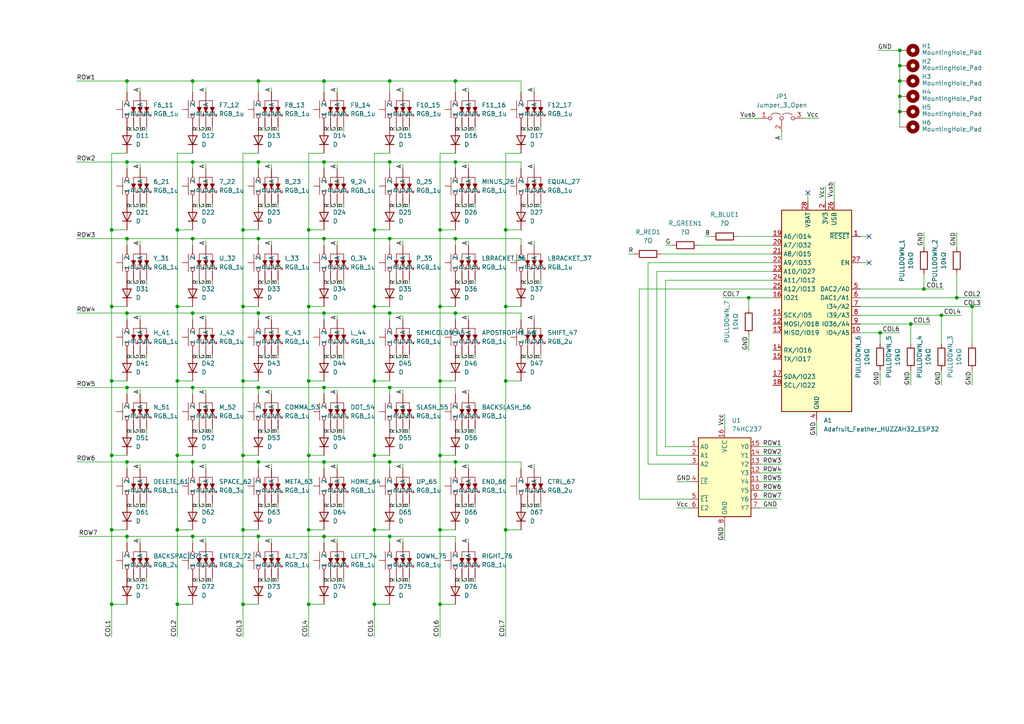
<source format=kicad_sch>
(kicad_sch (version 20211123) (generator eeschema)

  (uuid 087d2b64-6bf5-4e6e-bdd3-06c2e0b565dd)

  (paper "A4")

  (title_block
    (title "Full Keyboard")
    (date "2023-02-11")
    (rev "v1.0")
  )

  

  (junction (at 36.83 69.215) (diameter 0) (color 0 0 0 0)
    (uuid 02cf8503-b025-487a-8284-45bd8a09bb34)
  )
  (junction (at 55.88 133.985) (diameter 0) (color 0 0 0 0)
    (uuid 03a4216b-f87c-462a-a648-4c651f97b086)
  )
  (junction (at 146.685 66.675) (diameter 0) (color 0 0 0 0)
    (uuid 03f5d69b-744b-4d19-aa0a-00481b695a4c)
  )
  (junction (at 32.385 66.675) (diameter 0) (color 0 0 0 0)
    (uuid 055a23ba-ee25-46dc-98e0-5f6b835a0d1f)
  )
  (junction (at 89.535 175.26) (diameter 0) (color 0 0 0 0)
    (uuid 0a8a8cef-365d-4cae-bbb5-bf2bdc3ef2d2)
  )
  (junction (at 108.585 88.9) (diameter 0) (color 0 0 0 0)
    (uuid 0e7fb24f-9ef9-4e57-9cc9-2aad44e4b84a)
  )
  (junction (at 51.435 110.49) (diameter 0) (color 0 0 0 0)
    (uuid 0f0f0847-89d7-4c20-b850-5c07107fc53f)
  )
  (junction (at 132.08 133.985) (diameter 0) (color 0 0 0 0)
    (uuid 14c1d81f-be38-4e9d-8b96-60d341f958aa)
  )
  (junction (at 32.385 175.26) (diameter 0) (color 0 0 0 0)
    (uuid 17bc0018-5cd7-4300-b3d7-35650d5b6fa7)
  )
  (junction (at 55.88 155.575) (diameter 0) (color 0 0 0 0)
    (uuid 19baa0ad-ce58-4222-84cf-2d72c9eb5c11)
  )
  (junction (at 108.585 110.49) (diameter 0) (color 0 0 0 0)
    (uuid 21fa9cb5-e1bf-40d0-8dc8-1607fe9620ac)
  )
  (junction (at 260.985 19.05) (diameter 0) (color 0 0 0 0)
    (uuid 22765518-67e6-49ec-90f2-343a40d85c4a)
  )
  (junction (at 74.93 69.215) (diameter 0) (color 0 0 0 0)
    (uuid 256e3e8d-8934-49ba-909a-c5518eed96dc)
  )
  (junction (at 255.27 96.52) (diameter 0) (color 0 0 0 0)
    (uuid 264f948a-fe00-4707-ba1b-507768dce907)
  )
  (junction (at 89.535 153.67) (diameter 0) (color 0 0 0 0)
    (uuid 26dda524-6d9c-43f3-a881-42ffec195b9c)
  )
  (junction (at 127.635 175.26) (diameter 0) (color 0 0 0 0)
    (uuid 2a0b51f1-3189-4b76-b140-5cd27de63cc4)
  )
  (junction (at 127.635 88.9) (diameter 0) (color 0 0 0 0)
    (uuid 32ce5f70-3ec4-48ca-8820-7a7d82c58f00)
  )
  (junction (at 74.93 155.575) (diameter 0) (color 0 0 0 0)
    (uuid 389f0f89-b95f-42b4-ba80-bd9f4c8e6b78)
  )
  (junction (at 93.98 46.99) (diameter 0) (color 0 0 0 0)
    (uuid 3973d531-19e0-41f0-a50f-82d8c05724cf)
  )
  (junction (at 264.16 93.98) (diameter 0) (color 0 0 0 0)
    (uuid 400f9260-013c-4afe-b486-c63cee595eac)
  )
  (junction (at 127.635 132.08) (diameter 0) (color 0 0 0 0)
    (uuid 40c487c2-6b18-447e-89c8-2b8d3f529905)
  )
  (junction (at 93.98 155.575) (diameter 0) (color 0 0 0 0)
    (uuid 40e83f5a-4e97-4c45-926e-9f4b03bac5eb)
  )
  (junction (at 51.435 66.675) (diameter 0) (color 0 0 0 0)
    (uuid 437841ef-4ad6-496a-b31c-78d65bec70c1)
  )
  (junction (at 55.88 112.395) (diameter 0) (color 0 0 0 0)
    (uuid 482ab3f8-b589-4e92-b9dc-812d123a68d6)
  )
  (junction (at 51.435 175.26) (diameter 0) (color 0 0 0 0)
    (uuid 48522d02-3df8-469c-a730-b358e0a76644)
  )
  (junction (at 89.535 66.675) (diameter 0) (color 0 0 0 0)
    (uuid 4babdac7-0f4a-4b84-bd6e-1ce5d138e211)
  )
  (junction (at 93.98 69.215) (diameter 0) (color 0 0 0 0)
    (uuid 4da707dd-2d10-48f9-a715-afabf7e7d257)
  )
  (junction (at 51.435 88.9) (diameter 0) (color 0 0 0 0)
    (uuid 4dad1fb7-8385-48bd-a009-8d2d23800023)
  )
  (junction (at 127.635 66.675) (diameter 0) (color 0 0 0 0)
    (uuid 50a2da21-fa43-4178-bfb6-fb88903439ab)
  )
  (junction (at 281.94 88.9) (diameter 0) (color 0 0 0 0)
    (uuid 50bd700c-633b-4d34-af47-ed2e466d3ffa)
  )
  (junction (at 267.97 83.82) (diameter 0) (color 0 0 0 0)
    (uuid 552bedfe-935a-463a-896c-fef2fe925140)
  )
  (junction (at 260.985 32.385) (diameter 0) (color 0 0 0 0)
    (uuid 569a8eb6-a4c8-40d1-8f2b-9e878e180b4c)
  )
  (junction (at 51.435 153.67) (diameter 0) (color 0 0 0 0)
    (uuid 58be0d8e-6a82-4aff-b141-7464fade496f)
  )
  (junction (at 108.585 175.26) (diameter 0) (color 0 0 0 0)
    (uuid 5c564c5c-1b5a-46dd-b5d0-4e7ba5fafab8)
  )
  (junction (at 132.08 90.805) (diameter 0) (color 0 0 0 0)
    (uuid 5d1f65bd-9cb4-4544-81b3-e1bc1f80cfbc)
  )
  (junction (at 55.88 90.805) (diameter 0) (color 0 0 0 0)
    (uuid 62eb914e-329b-43c2-a32f-a17f5fcc3e10)
  )
  (junction (at 74.93 46.99) (diameter 0) (color 0 0 0 0)
    (uuid 63d11de1-2cc2-4a45-84ec-dd36c2eca979)
  )
  (junction (at 74.93 23.495) (diameter 0) (color 0 0 0 0)
    (uuid 64a85265-93c5-4c92-aee9-2cb76056daea)
  )
  (junction (at 113.03 90.805) (diameter 0) (color 0 0 0 0)
    (uuid 65e0063f-c448-404c-80fd-49954836cb9a)
  )
  (junction (at 55.88 46.99) (diameter 0) (color 0 0 0 0)
    (uuid 697833d1-a08e-402e-8986-5f039406d5a7)
  )
  (junction (at 36.83 155.575) (diameter 0) (color 0 0 0 0)
    (uuid 698e12b0-3dea-4151-b9e5-c9d023382983)
  )
  (junction (at 55.88 69.215) (diameter 0) (color 0 0 0 0)
    (uuid 6c43cc12-d1b2-45a3-b972-f41a74acad87)
  )
  (junction (at 127.635 110.49) (diameter 0) (color 0 0 0 0)
    (uuid 6ce4e1c7-8b74-472d-be11-3ef4cce78e55)
  )
  (junction (at 132.08 69.215) (diameter 0) (color 0 0 0 0)
    (uuid 6e49a340-e9e0-4c0b-8f37-d987e6792b91)
  )
  (junction (at 32.385 153.67) (diameter 0) (color 0 0 0 0)
    (uuid 6ec0b1ab-8067-428c-9340-6e1ebe6491c8)
  )
  (junction (at 132.08 46.99) (diameter 0) (color 0 0 0 0)
    (uuid 6fc40ac1-0671-41a0-8da3-1f2d5494d55c)
  )
  (junction (at 36.83 90.805) (diameter 0) (color 0 0 0 0)
    (uuid 704a0591-e011-405d-992a-042142e9348a)
  )
  (junction (at 108.585 153.67) (diameter 0) (color 0 0 0 0)
    (uuid 7cc290b9-4357-47a8-b125-26703fda9fe9)
  )
  (junction (at 146.685 153.67) (diameter 0) (color 0 0 0 0)
    (uuid 7cf68072-0610-4842-9946-c6842840ff42)
  )
  (junction (at 260.985 23.495) (diameter 0) (color 0 0 0 0)
    (uuid 7d1b2bc2-8622-4a31-b722-3527cdf72ce8)
  )
  (junction (at 146.685 88.9) (diameter 0) (color 0 0 0 0)
    (uuid 80a6b029-1e4f-422b-80d1-912181180d6b)
  )
  (junction (at 36.83 46.99) (diameter 0) (color 0 0 0 0)
    (uuid 86b4f040-9390-49a1-8873-e2f5ba24d803)
  )
  (junction (at 74.93 90.805) (diameter 0) (color 0 0 0 0)
    (uuid 8b8c78f5-e8da-495e-9214-16636e3b4a9e)
  )
  (junction (at 113.03 112.395) (diameter 0) (color 0 0 0 0)
    (uuid 8bd6bb91-b594-4929-a552-bd1bf57e7317)
  )
  (junction (at 32.385 88.9) (diameter 0) (color 0 0 0 0)
    (uuid 8edb7bea-2d78-449b-bf3c-ede2d89ebfa4)
  )
  (junction (at 260.985 14.605) (diameter 0) (color 0 0 0 0)
    (uuid 903de399-0685-4c90-8efe-b6667263e96d)
  )
  (junction (at 260.985 27.94) (diameter 0) (color 0 0 0 0)
    (uuid 92072be3-32d1-401a-ae1c-9184bcda964c)
  )
  (junction (at 108.585 132.08) (diameter 0) (color 0 0 0 0)
    (uuid 92c5c1dd-1fc9-4e71-a5f3-4ca3988b671f)
  )
  (junction (at 93.98 112.395) (diameter 0) (color 0 0 0 0)
    (uuid 9300deaf-d957-4311-9378-197e650dfff1)
  )
  (junction (at 36.83 112.395) (diameter 0) (color 0 0 0 0)
    (uuid 96a7a488-ea54-4469-b476-5afa7b7519e8)
  )
  (junction (at 70.485 110.49) (diameter 0) (color 0 0 0 0)
    (uuid 985e348e-a1b7-4d2e-8831-c0d5d00bf63c)
  )
  (junction (at 74.93 133.985) (diameter 0) (color 0 0 0 0)
    (uuid 9b690670-e30e-4f17-92c5-f63631501526)
  )
  (junction (at 113.03 23.495) (diameter 0) (color 0 0 0 0)
    (uuid 9f87abc0-aaa4-4949-8593-104997dd8692)
  )
  (junction (at 113.03 69.215) (diameter 0) (color 0 0 0 0)
    (uuid a240705f-9d23-4bc9-8228-0f2e93ef5564)
  )
  (junction (at 70.485 88.9) (diameter 0) (color 0 0 0 0)
    (uuid a424d518-e1a1-441f-9e38-601bc205177b)
  )
  (junction (at 93.98 23.495) (diameter 0) (color 0 0 0 0)
    (uuid a6146047-dc2c-4e68-8de3-d15b20956c8b)
  )
  (junction (at 36.83 23.495) (diameter 0) (color 0 0 0 0)
    (uuid a64947f1-431d-4e16-990b-28913bc69bfd)
  )
  (junction (at 89.535 110.49) (diameter 0) (color 0 0 0 0)
    (uuid a77dd2a4-c7f2-4396-8eeb-d99adb5b6053)
  )
  (junction (at 74.93 112.395) (diameter 0) (color 0 0 0 0)
    (uuid a995f23c-7530-4936-9405-ecd54254c80a)
  )
  (junction (at 113.03 46.99) (diameter 0) (color 0 0 0 0)
    (uuid a9a6942f-152e-43c7-9dd4-7999610c55d9)
  )
  (junction (at 93.98 90.805) (diameter 0) (color 0 0 0 0)
    (uuid ac5ab026-edf7-4921-a58f-f2e61176bb65)
  )
  (junction (at 277.495 86.36) (diameter 0) (color 0 0 0 0)
    (uuid aedb0253-3684-4d72-9d13-8d1fa618337d)
  )
  (junction (at 113.03 133.985) (diameter 0) (color 0 0 0 0)
    (uuid b1bf5453-5e50-48c0-9214-a436aa3d3065)
  )
  (junction (at 146.685 110.49) (diameter 0) (color 0 0 0 0)
    (uuid b87c4b86-74a4-43c9-a482-9314d56c6d9c)
  )
  (junction (at 51.435 132.08) (diameter 0) (color 0 0 0 0)
    (uuid c0969fa2-8d0f-4594-aaf6-0fb2f15879af)
  )
  (junction (at 127.635 153.67) (diameter 0) (color 0 0 0 0)
    (uuid c0c0a3a9-167c-447f-8bfe-e872c3342bd9)
  )
  (junction (at 89.535 132.08) (diameter 0) (color 0 0 0 0)
    (uuid c7c52ed2-76d9-48cf-9465-8a4b404ab8f8)
  )
  (junction (at 89.535 88.9) (diameter 0) (color 0 0 0 0)
    (uuid cbb81932-235f-4ef5-99e8-55428d89e546)
  )
  (junction (at 70.485 153.67) (diameter 0) (color 0 0 0 0)
    (uuid ce3b73e3-9f6b-47dc-9f21-98e766fe760d)
  )
  (junction (at 70.485 175.26) (diameter 0) (color 0 0 0 0)
    (uuid cee83786-3a02-43be-8c5f-3337ecffddc8)
  )
  (junction (at 70.485 132.08) (diameter 0) (color 0 0 0 0)
    (uuid d0da38f3-c346-4b2b-9903-cc4e3e267bbf)
  )
  (junction (at 132.08 23.495) (diameter 0) (color 0 0 0 0)
    (uuid d44af11f-0987-4637-8cc5-33dc41510053)
  )
  (junction (at 32.385 110.49) (diameter 0) (color 0 0 0 0)
    (uuid d4e7cd70-c364-4a00-8d72-86bcac5635e0)
  )
  (junction (at 32.385 132.08) (diameter 0) (color 0 0 0 0)
    (uuid d4f7589b-3ee0-43ee-bfd9-07ab9b8cafe4)
  )
  (junction (at 273.05 91.44) (diameter 0) (color 0 0 0 0)
    (uuid db9df614-d1ce-4139-aa8d-bb50ade6760f)
  )
  (junction (at 36.83 133.985) (diameter 0) (color 0 0 0 0)
    (uuid e3d1e789-68f0-4100-a712-8638ccd9f507)
  )
  (junction (at 55.88 23.495) (diameter 0) (color 0 0 0 0)
    (uuid e9e1f589-0b02-4dc7-bc78-7149d3216c3a)
  )
  (junction (at 70.485 66.675) (diameter 0) (color 0 0 0 0)
    (uuid eb76c1c2-597b-41a8-a376-94cc9155e2e4)
  )
  (junction (at 217.17 86.36) (diameter 0) (color 0 0 0 0)
    (uuid eda9e65b-ee98-4548-b986-685de392279d)
  )
  (junction (at 113.03 155.575) (diameter 0) (color 0 0 0 0)
    (uuid eff35bd2-7412-4356-a0b1-d6ef9ef54386)
  )
  (junction (at 93.98 133.985) (diameter 0) (color 0 0 0 0)
    (uuid f0492a19-f923-49a7-8fb5-814f89295287)
  )
  (junction (at 108.585 66.675) (diameter 0) (color 0 0 0 0)
    (uuid f04d67d2-355d-42b0-8369-267b2bbdd198)
  )

  (no_connect (at 252.095 76.2) (uuid 104ac2ff-772f-44d6-9d4e-5c6c63012f3f))
  (no_connect (at 234.315 55.88) (uuid 52ed8f75-098e-4774-97ba-73d46c964a24))
  (no_connect (at 252.095 68.58) (uuid c0bb3724-d8d6-4f4f-aa59-69ca1a160335))

  (wire (pts (xy 118.745 125.73) (xy 118.745 124.46))
    (stroke (width 0) (type default) (color 0 0 0 0))
    (uuid 0014522a-daed-4c28-b10c-c99928c8044e)
  )
  (wire (pts (xy 59.69 147.32) (xy 59.69 146.05))
    (stroke (width 0) (type default) (color 0 0 0 0))
    (uuid 009c4415-890f-40ff-86c9-eea7c2793d31)
  )
  (wire (pts (xy 74.93 155.575) (xy 93.98 155.575))
    (stroke (width 0) (type default) (color 0 0 0 0))
    (uuid 0137c531-05df-490e-856d-fb13d1f490ad)
  )
  (wire (pts (xy 151.13 44.45) (xy 146.685 44.45))
    (stroke (width 0) (type default) (color 0 0 0 0))
    (uuid 0199fd1a-1513-4500-b020-bb6829bcb722)
  )
  (wire (pts (xy 151.13 135.89) (xy 151.13 133.985))
    (stroke (width 0) (type default) (color 0 0 0 0))
    (uuid 026bd4a8-85ca-4c42-887e-78e4ac4fd856)
  )
  (wire (pts (xy 97.79 38.1) (xy 97.79 36.83))
    (stroke (width 0) (type default) (color 0 0 0 0))
    (uuid 02ee84ed-26ae-42dd-9173-7ceb7499be5f)
  )
  (wire (pts (xy 38.735 168.91) (xy 38.735 167.64))
    (stroke (width 0) (type default) (color 0 0 0 0))
    (uuid 034594ae-8cbf-4285-847f-6ea66485308a)
  )
  (wire (pts (xy 135.89 47.625) (xy 135.89 48.895))
    (stroke (width 0) (type default) (color 0 0 0 0))
    (uuid 04c4aa5c-be24-4242-8ba4-2000e7d613c2)
  )
  (wire (pts (xy 57.785 125.73) (xy 57.785 124.46))
    (stroke (width 0) (type default) (color 0 0 0 0))
    (uuid 059098d6-b837-41f0-b988-601119522765)
  )
  (wire (pts (xy 185.42 144.78) (xy 185.42 83.82))
    (stroke (width 0) (type default) (color 0 0 0 0))
    (uuid 05c51a37-7b00-4121-a252-e34d24d25f9e)
  )
  (wire (pts (xy 113.03 46.99) (xy 132.08 46.99))
    (stroke (width 0) (type default) (color 0 0 0 0))
    (uuid 05d0a534-c0fb-4085-88f3-f072d7a58d22)
  )
  (wire (pts (xy 36.83 157.48) (xy 36.83 155.575))
    (stroke (width 0) (type default) (color 0 0 0 0))
    (uuid 05ee0c14-3d3a-4b53-aa2d-05bb5cb38508)
  )
  (wire (pts (xy 76.835 82.55) (xy 76.835 81.28))
    (stroke (width 0) (type default) (color 0 0 0 0))
    (uuid 066af8a8-6032-459b-83c4-ad34d0dd9307)
  )
  (wire (pts (xy 59.69 82.55) (xy 59.69 81.28))
    (stroke (width 0) (type default) (color 0 0 0 0))
    (uuid 06cd5b7a-768f-49a7-8ba9-642a914e075f)
  )
  (wire (pts (xy 97.79 60.325) (xy 97.79 59.055))
    (stroke (width 0) (type default) (color 0 0 0 0))
    (uuid 06d2e298-98a6-4dfa-bb70-c6dbeada51e7)
  )
  (wire (pts (xy 40.64 104.14) (xy 40.64 102.87))
    (stroke (width 0) (type default) (color 0 0 0 0))
    (uuid 07129a06-7c2c-467f-8cb5-a28a96adeae4)
  )
  (wire (pts (xy 74.93 133.985) (xy 74.93 135.89))
    (stroke (width 0) (type default) (color 0 0 0 0))
    (uuid 071c4f44-de18-4142-8e89-4a9bac759c88)
  )
  (wire (pts (xy 190.5 132.08) (xy 200.025 132.08))
    (stroke (width 0) (type default) (color 0 0 0 0))
    (uuid 076cf59f-3c4d-44d9-a6de-639ee66c08b9)
  )
  (wire (pts (xy 36.83 23.495) (xy 22.225 23.495))
    (stroke (width 0) (type default) (color 0 0 0 0))
    (uuid 078f9859-7bd6-438b-a207-05af0819a0d5)
  )
  (wire (pts (xy 55.88 90.805) (xy 55.88 92.71))
    (stroke (width 0) (type default) (color 0 0 0 0))
    (uuid 093b7646-a39b-407c-a2c9-e49e6d779fdf)
  )
  (wire (pts (xy 113.03 112.395) (xy 113.03 114.3))
    (stroke (width 0) (type default) (color 0 0 0 0))
    (uuid 09db9c09-500e-46e0-ac6c-60b1ac5e48f7)
  )
  (wire (pts (xy 74.93 46.99) (xy 93.98 46.99))
    (stroke (width 0) (type default) (color 0 0 0 0))
    (uuid 0a8f707d-9eb0-4307-859a-5fb6caf9d859)
  )
  (wire (pts (xy 153.035 104.14) (xy 153.035 102.87))
    (stroke (width 0) (type default) (color 0 0 0 0))
    (uuid 0a948cd9-2aab-46d5-bb2e-3467160060d4)
  )
  (wire (pts (xy 154.94 38.1) (xy 154.94 36.83))
    (stroke (width 0) (type default) (color 0 0 0 0))
    (uuid 0ad2045a-55e7-4a97-ae1a-93baddcabd7f)
  )
  (wire (pts (xy 277.495 79.375) (xy 277.495 86.36))
    (stroke (width 0) (type default) (color 0 0 0 0))
    (uuid 0b4262c2-85f2-4e30-86db-057e34d455cf)
  )
  (wire (pts (xy 36.83 46.99) (xy 55.88 46.99))
    (stroke (width 0) (type default) (color 0 0 0 0))
    (uuid 0b906262-4322-4069-936e-d5c50ed8e9bb)
  )
  (wire (pts (xy 214.63 34.29) (xy 220.345 34.29))
    (stroke (width 0) (type default) (color 0 0 0 0))
    (uuid 0bdf9928-4d8b-426a-aeac-52a2df38cbe2)
  )
  (wire (pts (xy 154.94 104.14) (xy 154.94 102.87))
    (stroke (width 0) (type default) (color 0 0 0 0))
    (uuid 0c7c7cff-5c2f-4d5b-9654-45ecbac233e3)
  )
  (wire (pts (xy 193.04 81.28) (xy 224.155 81.28))
    (stroke (width 0) (type default) (color 0 0 0 0))
    (uuid 0caede33-3364-47c3-a179-b3b659538b10)
  )
  (wire (pts (xy 127.635 132.08) (xy 127.635 153.67))
    (stroke (width 0) (type default) (color 0 0 0 0))
    (uuid 0d03edb6-f07b-4c6d-b4a8-08f981230553)
  )
  (wire (pts (xy 113.03 90.805) (xy 113.03 92.71))
    (stroke (width 0) (type default) (color 0 0 0 0))
    (uuid 0d05793b-6d5d-4ddc-bd71-d1fce6140eef)
  )
  (wire (pts (xy 135.89 156.21) (xy 135.89 157.48))
    (stroke (width 0) (type default) (color 0 0 0 0))
    (uuid 0e7153d0-00e6-4dc2-a5ad-043ed538f8ec)
  )
  (wire (pts (xy 59.69 47.625) (xy 59.69 48.895))
    (stroke (width 0) (type default) (color 0 0 0 0))
    (uuid 0e8327ec-bf37-42b8-9ed1-356418a71b2b)
  )
  (wire (pts (xy 89.535 88.9) (xy 89.535 110.49))
    (stroke (width 0) (type default) (color 0 0 0 0))
    (uuid 0ed1a317-2272-4d02-8c6d-a035cbe97dd0)
  )
  (wire (pts (xy 135.89 38.1) (xy 135.89 36.83))
    (stroke (width 0) (type default) (color 0 0 0 0))
    (uuid 0f622eea-8e37-44ab-9d25-8db4caf561b3)
  )
  (wire (pts (xy 95.885 60.325) (xy 95.885 59.055))
    (stroke (width 0) (type default) (color 0 0 0 0))
    (uuid 0fc6c99c-f683-4fa9-adef-f192389141b7)
  )
  (wire (pts (xy 220.345 139.7) (xy 226.695 139.7))
    (stroke (width 0) (type default) (color 0 0 0 0))
    (uuid 0fdd0f15-1179-4152-9571-b699bcf868eb)
  )
  (wire (pts (xy 156.845 38.1) (xy 156.845 36.83))
    (stroke (width 0) (type default) (color 0 0 0 0))
    (uuid 1117a62f-1bcd-4044-b380-b82f2baa8c10)
  )
  (wire (pts (xy 97.79 69.85) (xy 97.79 71.12))
    (stroke (width 0) (type default) (color 0 0 0 0))
    (uuid 116948ed-1fc7-4167-9f85-e8eae1645ded)
  )
  (wire (pts (xy 267.97 83.82) (xy 273.685 83.82))
    (stroke (width 0) (type default) (color 0 0 0 0))
    (uuid 1187eeaa-ec12-4fff-8a75-41e805000046)
  )
  (wire (pts (xy 76.835 168.91) (xy 76.835 167.64))
    (stroke (width 0) (type default) (color 0 0 0 0))
    (uuid 142281cc-c4ff-44d6-bb00-cc595cda79c5)
  )
  (wire (pts (xy 78.74 168.91) (xy 78.74 167.64))
    (stroke (width 0) (type default) (color 0 0 0 0))
    (uuid 14d42caa-ac09-403d-a761-03d5aad1e9de)
  )
  (wire (pts (xy 89.535 66.675) (xy 93.98 66.675))
    (stroke (width 0) (type default) (color 0 0 0 0))
    (uuid 15191557-cdd3-467d-8592-b84a9bd58fed)
  )
  (wire (pts (xy 74.93 88.9) (xy 70.485 88.9))
    (stroke (width 0) (type default) (color 0 0 0 0))
    (uuid 1597d6e2-2e55-410d-a8a8-a74af62b56c1)
  )
  (wire (pts (xy 137.795 147.32) (xy 137.795 146.05))
    (stroke (width 0) (type default) (color 0 0 0 0))
    (uuid 165012af-d4b1-4f5b-8dce-3f3c08f23ba0)
  )
  (wire (pts (xy 113.03 112.395) (xy 132.08 112.395))
    (stroke (width 0) (type default) (color 0 0 0 0))
    (uuid 166f7f8d-f54e-4ec1-8370-c0c8af2b5f4e)
  )
  (wire (pts (xy 76.835 104.14) (xy 76.835 102.87))
    (stroke (width 0) (type default) (color 0 0 0 0))
    (uuid 16e587f3-8376-49d3-8fdc-f84627ca457e)
  )
  (wire (pts (xy 108.585 132.08) (xy 113.03 132.08))
    (stroke (width 0) (type default) (color 0 0 0 0))
    (uuid 18d0dacd-fc24-454a-a149-5b4e866fb7d2)
  )
  (wire (pts (xy 220.345 137.16) (xy 226.695 137.16))
    (stroke (width 0) (type default) (color 0 0 0 0))
    (uuid 192157ce-43f4-47c5-a33e-0ef89802500b)
  )
  (wire (pts (xy 113.03 44.45) (xy 108.585 44.45))
    (stroke (width 0) (type default) (color 0 0 0 0))
    (uuid 1925662d-b828-475d-a886-1dfc6e8f6c85)
  )
  (wire (pts (xy 135.89 168.91) (xy 135.89 167.64))
    (stroke (width 0) (type default) (color 0 0 0 0))
    (uuid 19601c2f-04c7-4dc1-8d33-c3c62841f89c)
  )
  (wire (pts (xy 89.535 175.26) (xy 89.535 184.785))
    (stroke (width 0) (type default) (color 0 0 0 0))
    (uuid 19cf13e0-0a64-4532-ba0c-93a387fd93a5)
  )
  (wire (pts (xy 260.985 27.94) (xy 260.985 32.385))
    (stroke (width 0) (type default) (color 0 0 0 0))
    (uuid 19f57372-11c6-4481-a3b1-39552370d97b)
  )
  (wire (pts (xy 116.84 25.4) (xy 116.84 26.67))
    (stroke (width 0) (type default) (color 0 0 0 0))
    (uuid 1a2c234b-9c59-4fc4-b195-1bf69c5892e2)
  )
  (wire (pts (xy 36.83 112.395) (xy 36.83 114.3))
    (stroke (width 0) (type default) (color 0 0 0 0))
    (uuid 1b2e9611-6247-4e61-9239-c8b17288173c)
  )
  (wire (pts (xy 264.16 93.98) (xy 269.875 93.98))
    (stroke (width 0) (type default) (color 0 0 0 0))
    (uuid 1b62c347-69a0-4396-8d60-7ca620611ffa)
  )
  (wire (pts (xy 191.77 73.66) (xy 224.155 73.66))
    (stroke (width 0) (type default) (color 0 0 0 0))
    (uuid 1b7ce19d-5fe6-4ae2-94c3-063033cbcb23)
  )
  (wire (pts (xy 89.535 66.675) (xy 89.535 88.9))
    (stroke (width 0) (type default) (color 0 0 0 0))
    (uuid 1c41ed7b-b260-4cb2-9c09-88b9cbd8d109)
  )
  (wire (pts (xy 132.08 69.215) (xy 151.13 69.215))
    (stroke (width 0) (type default) (color 0 0 0 0))
    (uuid 1c7fd761-ded4-4ced-8680-f532688f48ad)
  )
  (wire (pts (xy 264.16 93.98) (xy 264.16 99.695))
    (stroke (width 0) (type default) (color 0 0 0 0))
    (uuid 1cc45b25-40bf-4a7a-bbd6-58e495a0c401)
  )
  (wire (pts (xy 185.42 83.82) (xy 224.155 83.82))
    (stroke (width 0) (type default) (color 0 0 0 0))
    (uuid 1dc1136d-9217-450f-b20c-b0a229b6d065)
  )
  (wire (pts (xy 99.695 125.73) (xy 99.695 124.46))
    (stroke (width 0) (type default) (color 0 0 0 0))
    (uuid 1e31ebad-44d6-4289-8fa0-ad86ebc039b9)
  )
  (wire (pts (xy 135.89 25.4) (xy 135.89 26.67))
    (stroke (width 0) (type default) (color 0 0 0 0))
    (uuid 1e824069-7c3f-48c1-a222-ab00d787b8c2)
  )
  (wire (pts (xy 132.08 90.805) (xy 151.13 90.805))
    (stroke (width 0) (type default) (color 0 0 0 0))
    (uuid 1e8ad31c-f8d7-4aa5-a183-2b978ec09284)
  )
  (wire (pts (xy 32.385 110.49) (xy 32.385 132.08))
    (stroke (width 0) (type default) (color 0 0 0 0))
    (uuid 1ee50230-8fab-45c8-a86e-bafef9c0b796)
  )
  (wire (pts (xy 93.98 112.395) (xy 113.03 112.395))
    (stroke (width 0) (type default) (color 0 0 0 0))
    (uuid 1f16a72c-33ac-4afa-aa39-843a0fc08654)
  )
  (wire (pts (xy 59.69 125.73) (xy 59.69 124.46))
    (stroke (width 0) (type default) (color 0 0 0 0))
    (uuid 20263e90-57a2-4925-8b03-7ce6f653438c)
  )
  (wire (pts (xy 97.79 25.4) (xy 97.79 26.67))
    (stroke (width 0) (type default) (color 0 0 0 0))
    (uuid 203aab7e-4c75-4147-99ee-d4bdcff87baa)
  )
  (wire (pts (xy 97.79 47.625) (xy 97.79 48.895))
    (stroke (width 0) (type default) (color 0 0 0 0))
    (uuid 2065d94a-1a06-4096-923c-0637efc83a17)
  )
  (wire (pts (xy 114.935 125.73) (xy 114.935 124.46))
    (stroke (width 0) (type default) (color 0 0 0 0))
    (uuid 215bd6d9-d313-411f-b63f-7d0321a48ae7)
  )
  (wire (pts (xy 42.545 60.325) (xy 42.545 59.055))
    (stroke (width 0) (type default) (color 0 0 0 0))
    (uuid 21f35829-0f96-44c5-8872-8192157d2c99)
  )
  (wire (pts (xy 182.245 73.66) (xy 184.15 73.66))
    (stroke (width 0) (type default) (color 0 0 0 0))
    (uuid 2217eaf2-da48-4b2b-9ed1-0da13e5ffc93)
  )
  (wire (pts (xy 80.645 125.73) (xy 80.645 124.46))
    (stroke (width 0) (type default) (color 0 0 0 0))
    (uuid 224408bd-ced4-43ca-84ff-aa5fcf5a301b)
  )
  (wire (pts (xy 93.98 69.215) (xy 93.98 71.12))
    (stroke (width 0) (type default) (color 0 0 0 0))
    (uuid 22ea7abc-6cf9-4d03-86ad-d10dfb0c591c)
  )
  (wire (pts (xy 133.985 147.32) (xy 133.985 146.05))
    (stroke (width 0) (type default) (color 0 0 0 0))
    (uuid 22eecd42-cc30-49af-a304-13bd125f719c)
  )
  (wire (pts (xy 99.695 104.14) (xy 99.695 102.87))
    (stroke (width 0) (type default) (color 0 0 0 0))
    (uuid 237bf8fb-c8e8-4e91-89dc-2aabfae1c6b4)
  )
  (wire (pts (xy 97.79 134.62) (xy 97.79 135.89))
    (stroke (width 0) (type default) (color 0 0 0 0))
    (uuid 23c3c6f6-240b-4a91-968c-4a961a0c0a6c)
  )
  (wire (pts (xy 99.695 168.91) (xy 99.695 167.64))
    (stroke (width 0) (type default) (color 0 0 0 0))
    (uuid 24aafd12-6688-470d-aed3-0044172f34bc)
  )
  (wire (pts (xy 113.03 133.985) (xy 132.08 133.985))
    (stroke (width 0) (type default) (color 0 0 0 0))
    (uuid 25129b4a-6bff-49be-8afd-f81e0c5275ae)
  )
  (wire (pts (xy 132.08 114.3) (xy 132.08 112.395))
    (stroke (width 0) (type default) (color 0 0 0 0))
    (uuid 25396af4-6706-4bbd-8a3e-a5b671dbd68d)
  )
  (wire (pts (xy 76.835 38.1) (xy 76.835 36.83))
    (stroke (width 0) (type default) (color 0 0 0 0))
    (uuid 26a91d2b-5fb6-4526-9592-80f4fd22adb9)
  )
  (wire (pts (xy 154.94 69.85) (xy 154.94 71.12))
    (stroke (width 0) (type default) (color 0 0 0 0))
    (uuid 275cea3a-2ce4-410f-871a-6c1724c33f52)
  )
  (wire (pts (xy 74.93 133.985) (xy 93.98 133.985))
    (stroke (width 0) (type default) (color 0 0 0 0))
    (uuid 2877406d-a4df-41c0-b6db-7586dc381106)
  )
  (wire (pts (xy 59.69 25.4) (xy 59.69 26.67))
    (stroke (width 0) (type default) (color 0 0 0 0))
    (uuid 298f89fd-3d49-4bb2-aa10-93ee124aa826)
  )
  (wire (pts (xy 108.585 66.675) (xy 108.585 88.9))
    (stroke (width 0) (type default) (color 0 0 0 0))
    (uuid 299ee1c5-cd5b-475b-9534-0aefec1e5443)
  )
  (wire (pts (xy 202.565 71.12) (xy 224.155 71.12))
    (stroke (width 0) (type default) (color 0 0 0 0))
    (uuid 29ca32f3-2153-4633-90ac-1f1a5175b067)
  )
  (wire (pts (xy 108.585 110.49) (xy 108.585 132.08))
    (stroke (width 0) (type default) (color 0 0 0 0))
    (uuid 2a3ece07-ca08-485a-978e-21d96867a70a)
  )
  (wire (pts (xy 146.685 88.9) (xy 146.685 110.49))
    (stroke (width 0) (type default) (color 0 0 0 0))
    (uuid 2a667598-8dc3-415c-966e-3f7440d846ef)
  )
  (wire (pts (xy 118.745 104.14) (xy 118.745 102.87))
    (stroke (width 0) (type default) (color 0 0 0 0))
    (uuid 2b7cab89-da15-488b-842c-89e1dbe3f23d)
  )
  (wire (pts (xy 116.84 125.73) (xy 116.84 124.46))
    (stroke (width 0) (type default) (color 0 0 0 0))
    (uuid 2ba69a4e-b98f-45ed-ac53-540d6ba43f70)
  )
  (wire (pts (xy 146.685 153.67) (xy 146.685 184.785))
    (stroke (width 0) (type default) (color 0 0 0 0))
    (uuid 2d01cc52-9199-40e0-a31a-c427e1848967)
  )
  (wire (pts (xy 132.08 69.215) (xy 132.08 71.12))
    (stroke (width 0) (type default) (color 0 0 0 0))
    (uuid 2d4fffd7-c81f-4685-8288-48b759bab1db)
  )
  (wire (pts (xy 59.69 104.14) (xy 59.69 102.87))
    (stroke (width 0) (type default) (color 0 0 0 0))
    (uuid 2d8f1919-139b-48f3-a01a-f5d37c032417)
  )
  (wire (pts (xy 57.785 168.91) (xy 57.785 167.64))
    (stroke (width 0) (type default) (color 0 0 0 0))
    (uuid 2dbb5e17-9329-43a5-a9ed-88826e1b1b42)
  )
  (wire (pts (xy 32.385 66.675) (xy 32.385 88.9))
    (stroke (width 0) (type default) (color 0 0 0 0))
    (uuid 2e2296f6-8f76-4f15-8a34-ec54a9dd2729)
  )
  (wire (pts (xy 40.64 125.73) (xy 40.64 124.46))
    (stroke (width 0) (type default) (color 0 0 0 0))
    (uuid 2f17f0da-b845-48bf-b41e-1a16d18d4254)
  )
  (wire (pts (xy 80.645 104.14) (xy 80.645 102.87))
    (stroke (width 0) (type default) (color 0 0 0 0))
    (uuid 2f73ca9d-cc1a-476a-ad74-a902c012a1c3)
  )
  (wire (pts (xy 132.08 23.495) (xy 132.08 26.67))
    (stroke (width 0) (type default) (color 0 0 0 0))
    (uuid 30cfdd5e-f8a7-4ed1-92b9-3d47dd134386)
  )
  (wire (pts (xy 127.635 66.675) (xy 132.08 66.675))
    (stroke (width 0) (type default) (color 0 0 0 0))
    (uuid 31db1a0a-d15d-49e2-b434-76118898b9f1)
  )
  (wire (pts (xy 113.03 23.495) (xy 132.08 23.495))
    (stroke (width 0) (type default) (color 0 0 0 0))
    (uuid 324e7f48-a70d-48de-b868-20921de61349)
  )
  (wire (pts (xy 137.795 125.73) (xy 137.795 124.46))
    (stroke (width 0) (type default) (color 0 0 0 0))
    (uuid 32d49bab-0c14-454a-b8ef-83f8c68daf28)
  )
  (wire (pts (xy 264.16 111.76) (xy 264.16 107.315))
    (stroke (width 0) (type default) (color 0 0 0 0))
    (uuid 33bb7210-feca-436e-81ea-460f7af48abc)
  )
  (wire (pts (xy 55.88 155.575) (xy 55.88 157.48))
    (stroke (width 0) (type default) (color 0 0 0 0))
    (uuid 3513d22b-bcbc-4739-9ebc-e85dff1ac448)
  )
  (wire (pts (xy 146.685 44.45) (xy 146.685 66.675))
    (stroke (width 0) (type default) (color 0 0 0 0))
    (uuid 35650ed9-ed51-43e6-81dc-19656994bf90)
  )
  (wire (pts (xy 80.645 168.91) (xy 80.645 167.64))
    (stroke (width 0) (type default) (color 0 0 0 0))
    (uuid 36f185a1-0294-4be1-8350-43c99ea13d58)
  )
  (wire (pts (xy 154.94 47.625) (xy 154.94 48.895))
    (stroke (width 0) (type default) (color 0 0 0 0))
    (uuid 3713d9f7-fcd2-47a4-854b-16c1d66f1aa9)
  )
  (wire (pts (xy 78.74 60.325) (xy 78.74 59.055))
    (stroke (width 0) (type default) (color 0 0 0 0))
    (uuid 37a40d3c-c789-4d1f-aa15-b0253913cc5d)
  )
  (wire (pts (xy 38.735 82.55) (xy 38.735 81.28))
    (stroke (width 0) (type default) (color 0 0 0 0))
    (uuid 38bb768e-6ef5-4c91-bc04-58c82bf1f681)
  )
  (wire (pts (xy 267.97 79.375) (xy 267.97 83.82))
    (stroke (width 0) (type default) (color 0 0 0 0))
    (uuid 39144ef8-5a73-4206-822a-d273612c9a05)
  )
  (wire (pts (xy 55.88 133.985) (xy 74.93 133.985))
    (stroke (width 0) (type default) (color 0 0 0 0))
    (uuid 39341de8-fb43-4cdc-bbbb-8c633f37a190)
  )
  (wire (pts (xy 78.74 38.1) (xy 78.74 36.83))
    (stroke (width 0) (type default) (color 0 0 0 0))
    (uuid 39b3290a-4b31-451a-9c1c-ff3b87d3bc10)
  )
  (wire (pts (xy 113.03 69.215) (xy 113.03 71.12))
    (stroke (width 0) (type default) (color 0 0 0 0))
    (uuid 39cf13d2-5141-41bf-8131-b2a5336527aa)
  )
  (wire (pts (xy 237.49 34.29) (xy 233.045 34.29))
    (stroke (width 0) (type default) (color 0 0 0 0))
    (uuid 39d066b0-c862-41ce-aecf-f9a2fc99c2ba)
  )
  (wire (pts (xy 132.08 157.48) (xy 132.08 155.575))
    (stroke (width 0) (type default) (color 0 0 0 0))
    (uuid 3a9ce10a-63de-4e11-a60e-544f2bb426fa)
  )
  (wire (pts (xy 59.69 38.1) (xy 59.69 36.83))
    (stroke (width 0) (type default) (color 0 0 0 0))
    (uuid 3bda3c77-ce58-456b-953d-a09242d7d08b)
  )
  (wire (pts (xy 210.185 152.4) (xy 210.185 156.845))
    (stroke (width 0) (type default) (color 0 0 0 0))
    (uuid 3bf7bef3-dd84-402a-80cd-71bf32e9c55b)
  )
  (wire (pts (xy 78.74 25.4) (xy 78.74 26.67))
    (stroke (width 0) (type default) (color 0 0 0 0))
    (uuid 3c606398-d5b7-4cb9-b361-0b3169809ef9)
  )
  (wire (pts (xy 127.635 44.45) (xy 127.635 66.675))
    (stroke (width 0) (type default) (color 0 0 0 0))
    (uuid 3ccdad72-ec54-4552-8382-45e6b008aa8b)
  )
  (wire (pts (xy 108.585 66.675) (xy 113.03 66.675))
    (stroke (width 0) (type default) (color 0 0 0 0))
    (uuid 3e8f1d9b-9a1c-4c22-8051-7e361d9086be)
  )
  (wire (pts (xy 38.735 60.325) (xy 38.735 59.055))
    (stroke (width 0) (type default) (color 0 0 0 0))
    (uuid 3f5b1ea1-24c9-4763-bea1-14decdea237e)
  )
  (wire (pts (xy 93.98 155.575) (xy 93.98 157.48))
    (stroke (width 0) (type default) (color 0 0 0 0))
    (uuid 3f71cf7e-c8ba-439e-8d77-0e2baa80805a)
  )
  (wire (pts (xy 234.315 55.88) (xy 234.315 58.42))
    (stroke (width 0) (type default) (color 0 0 0 0))
    (uuid 40b5ca69-2bf4-485c-bc58-13a065588f8f)
  )
  (wire (pts (xy 127.635 110.49) (xy 127.635 132.08))
    (stroke (width 0) (type default) (color 0 0 0 0))
    (uuid 417d0214-4f08-4d2c-81f1-011971e367f6)
  )
  (wire (pts (xy 57.785 60.325) (xy 57.785 59.055))
    (stroke (width 0) (type default) (color 0 0 0 0))
    (uuid 41b55956-c6e6-4987-860b-b8e7cad8d6f6)
  )
  (wire (pts (xy 89.535 44.45) (xy 89.535 66.675))
    (stroke (width 0) (type default) (color 0 0 0 0))
    (uuid 41f0f549-25d6-4b8c-af5d-d2f9d0992d2a)
  )
  (wire (pts (xy 51.435 66.675) (xy 55.88 66.675))
    (stroke (width 0) (type default) (color 0 0 0 0))
    (uuid 4264bc4c-93a2-4722-958c-ffbc5fdf3589)
  )
  (wire (pts (xy 154.94 82.55) (xy 154.94 81.28))
    (stroke (width 0) (type default) (color 0 0 0 0))
    (uuid 428e5ca4-0be5-4229-a266-e781e1579cfe)
  )
  (wire (pts (xy 51.435 110.49) (xy 51.435 132.08))
    (stroke (width 0) (type default) (color 0 0 0 0))
    (uuid 4325f2f1-2700-494b-98e1-9c6d333d1836)
  )
  (wire (pts (xy 135.89 125.73) (xy 135.89 124.46))
    (stroke (width 0) (type default) (color 0 0 0 0))
    (uuid 436cdf67-63c9-4e1b-9640-bebf9e0e2123)
  )
  (wire (pts (xy 89.535 132.08) (xy 93.98 132.08))
    (stroke (width 0) (type default) (color 0 0 0 0))
    (uuid 44bba623-9409-45ff-af86-0033adc2d6c4)
  )
  (wire (pts (xy 55.88 90.805) (xy 74.93 90.805))
    (stroke (width 0) (type default) (color 0 0 0 0))
    (uuid 44f90f2f-2230-4c4a-b02f-81c4ecb79e63)
  )
  (wire (pts (xy 133.985 82.55) (xy 133.985 81.28))
    (stroke (width 0) (type default) (color 0 0 0 0))
    (uuid 452fb969-ae6f-4fcb-802a-f47b82fe1e80)
  )
  (wire (pts (xy 32.385 153.67) (xy 32.385 175.26))
    (stroke (width 0) (type default) (color 0 0 0 0))
    (uuid 45531b5a-995c-4713-bc95-39357003b86f)
  )
  (wire (pts (xy 42.545 38.1) (xy 42.545 36.83))
    (stroke (width 0) (type default) (color 0 0 0 0))
    (uuid 4553fe19-9b12-4aa2-8c96-f2aea7d89faf)
  )
  (wire (pts (xy 93.98 133.985) (xy 93.98 135.89))
    (stroke (width 0) (type default) (color 0 0 0 0))
    (uuid 458482c0-d06c-4286-b5fa-15f4fdf60c9d)
  )
  (wire (pts (xy 61.595 38.1) (xy 61.595 36.83))
    (stroke (width 0) (type default) (color 0 0 0 0))
    (uuid 45a90865-3025-4fe3-b51b-5e26315ab7ed)
  )
  (wire (pts (xy 36.83 69.215) (xy 36.83 71.12))
    (stroke (width 0) (type default) (color 0 0 0 0))
    (uuid 4627411e-d315-4cdd-a4bb-eabfaf3e99b4)
  )
  (wire (pts (xy 61.595 104.14) (xy 61.595 102.87))
    (stroke (width 0) (type default) (color 0 0 0 0))
    (uuid 4629c067-93f1-42b1-ab9b-6cf734621d20)
  )
  (wire (pts (xy 93.98 23.495) (xy 113.03 23.495))
    (stroke (width 0) (type default) (color 0 0 0 0))
    (uuid 4725fe54-7d6b-4d6a-9826-e76c1fa34905)
  )
  (wire (pts (xy 127.635 66.675) (xy 127.635 88.9))
    (stroke (width 0) (type default) (color 0 0 0 0))
    (uuid 47710097-9281-4133-9031-e4389f636c52)
  )
  (wire (pts (xy 217.17 86.36) (xy 224.155 86.36))
    (stroke (width 0) (type default) (color 0 0 0 0))
    (uuid 4888365a-8851-45b0-b271-e85e0cc38ba2)
  )
  (wire (pts (xy 80.645 38.1) (xy 80.645 36.83))
    (stroke (width 0) (type default) (color 0 0 0 0))
    (uuid 48a46760-40bb-4a90-8bbf-942ef5c580b0)
  )
  (wire (pts (xy 249.555 86.36) (xy 277.495 86.36))
    (stroke (width 0) (type default) (color 0 0 0 0))
    (uuid 48bf4609-1cbe-4170-a121-e7dbd4089f85)
  )
  (wire (pts (xy 61.595 147.32) (xy 61.595 146.05))
    (stroke (width 0) (type default) (color 0 0 0 0))
    (uuid 495f71d2-98a3-4a5f-ba35-3d06c62864b3)
  )
  (wire (pts (xy 252.095 68.58) (xy 249.555 68.58))
    (stroke (width 0) (type default) (color 0 0 0 0))
    (uuid 49d45c77-fea7-4442-80c5-a3cf80b728a1)
  )
  (wire (pts (xy 277.495 86.36) (xy 284.48 86.36))
    (stroke (width 0) (type default) (color 0 0 0 0))
    (uuid 4a22e907-c429-450f-8210-3b3f69138762)
  )
  (wire (pts (xy 113.03 88.9) (xy 108.585 88.9))
    (stroke (width 0) (type default) (color 0 0 0 0))
    (uuid 4a711af7-a8e4-4cf4-91ff-f33d8fca2af3)
  )
  (wire (pts (xy 154.94 91.44) (xy 154.94 92.71))
    (stroke (width 0) (type default) (color 0 0 0 0))
    (uuid 4adc7986-38ae-409d-96b1-3df53d1ec267)
  )
  (wire (pts (xy 36.83 46.99) (xy 36.83 48.895))
    (stroke (width 0) (type default) (color 0 0 0 0))
    (uuid 4b3c9627-43ce-489a-bc6a-0e8e9e8f3b39)
  )
  (wire (pts (xy 151.13 153.67) (xy 146.685 153.67))
    (stroke (width 0) (type default) (color 0 0 0 0))
    (uuid 4ba9b34e-e882-4098-88a1-fdb09f9b7f02)
  )
  (wire (pts (xy 36.83 155.575) (xy 55.88 155.575))
    (stroke (width 0) (type default) (color 0 0 0 0))
    (uuid 4bbbabc8-b360-4919-b4b8-e03d349086f7)
  )
  (wire (pts (xy 116.84 168.91) (xy 116.84 167.64))
    (stroke (width 0) (type default) (color 0 0 0 0))
    (uuid 4cd2b413-d8e5-4d3c-8eb3-8a12293eb44e)
  )
  (wire (pts (xy 273.05 111.76) (xy 273.05 107.315))
    (stroke (width 0) (type default) (color 0 0 0 0))
    (uuid 4cd376b4-37c5-4f58-b322-44e87e4cc2e1)
  )
  (wire (pts (xy 97.79 91.44) (xy 97.79 92.71))
    (stroke (width 0) (type default) (color 0 0 0 0))
    (uuid 4d1003a9-7d0a-4516-b5d2-77ead40d8c0a)
  )
  (wire (pts (xy 40.64 69.85) (xy 40.64 71.12))
    (stroke (width 0) (type default) (color 0 0 0 0))
    (uuid 4e7d184d-596f-4d4f-b2a4-8b48c1f2ee50)
  )
  (wire (pts (xy 146.685 110.49) (xy 146.685 153.67))
    (stroke (width 0) (type default) (color 0 0 0 0))
    (uuid 50b44cfa-7b51-4eba-882f-febb059cc317)
  )
  (wire (pts (xy 61.595 168.91) (xy 61.595 167.64))
    (stroke (width 0) (type default) (color 0 0 0 0))
    (uuid 5191c300-bfaa-4d47-b41c-03d3aea227b0)
  )
  (wire (pts (xy 32.385 66.675) (xy 36.83 66.675))
    (stroke (width 0) (type default) (color 0 0 0 0))
    (uuid 521dd16e-a652-403e-b9b7-846927a29e5c)
  )
  (wire (pts (xy 93.98 46.99) (xy 93.98 48.895))
    (stroke (width 0) (type default) (color 0 0 0 0))
    (uuid 5261e110-656b-45d4-87d2-f77c9b38c321)
  )
  (wire (pts (xy 187.96 134.62) (xy 200.025 134.62))
    (stroke (width 0) (type default) (color 0 0 0 0))
    (uuid 52c0b60f-bc63-4e67-a903-c84f3bd746f3)
  )
  (wire (pts (xy 89.535 153.67) (xy 89.535 175.26))
    (stroke (width 0) (type default) (color 0 0 0 0))
    (uuid 531b95d9-3095-47ff-989a-4c26aaf18394)
  )
  (wire (pts (xy 187.96 76.2) (xy 187.96 134.62))
    (stroke (width 0) (type default) (color 0 0 0 0))
    (uuid 53270ff2-675d-43a6-9598-548cb759a005)
  )
  (wire (pts (xy 116.84 82.55) (xy 116.84 81.28))
    (stroke (width 0) (type default) (color 0 0 0 0))
    (uuid 532e6dfa-0e2d-4d29-9c3e-e07c6f6eadec)
  )
  (wire (pts (xy 55.88 112.395) (xy 74.93 112.395))
    (stroke (width 0) (type default) (color 0 0 0 0))
    (uuid 53bbe1c0-6f25-4440-a46a-d2dfc5348ff2)
  )
  (wire (pts (xy 51.435 153.67) (xy 51.435 175.26))
    (stroke (width 0) (type default) (color 0 0 0 0))
    (uuid 53f22fec-158a-44bb-9b63-4e91073e2acb)
  )
  (wire (pts (xy 55.88 133.985) (xy 55.88 135.89))
    (stroke (width 0) (type default) (color 0 0 0 0))
    (uuid 54e184b3-788b-4765-bcdd-1db46e022b50)
  )
  (wire (pts (xy 36.83 90.805) (xy 55.88 90.805))
    (stroke (width 0) (type default) (color 0 0 0 0))
    (uuid 55008b18-702f-422a-b4fc-a70af2dd3c36)
  )
  (wire (pts (xy 78.74 82.55) (xy 78.74 81.28))
    (stroke (width 0) (type default) (color 0 0 0 0))
    (uuid 558634d5-d47c-48cf-b231-2f2aeafee779)
  )
  (wire (pts (xy 273.05 91.44) (xy 278.765 91.44))
    (stroke (width 0) (type default) (color 0 0 0 0))
    (uuid 55ba666e-2782-4ca7-9b29-4ea7cf399f27)
  )
  (wire (pts (xy 153.035 147.32) (xy 153.035 146.05))
    (stroke (width 0) (type default) (color 0 0 0 0))
    (uuid 55e042b2-ac98-473d-a458-b82cba0b2cb1)
  )
  (wire (pts (xy 151.13 26.67) (xy 151.13 23.495))
    (stroke (width 0) (type default) (color 0 0 0 0))
    (uuid 568453ea-b5d0-4066-9b64-2237d981e998)
  )
  (wire (pts (xy 255.27 96.52) (xy 255.27 99.695))
    (stroke (width 0) (type default) (color 0 0 0 0))
    (uuid 57551e95-c542-427b-8901-890ff9df0c23)
  )
  (wire (pts (xy 132.08 46.99) (xy 132.08 48.895))
    (stroke (width 0) (type default) (color 0 0 0 0))
    (uuid 57801556-3dfd-4dda-9e89-8e6234dfb0dd)
  )
  (wire (pts (xy 40.64 38.1) (xy 40.64 36.83))
    (stroke (width 0) (type default) (color 0 0 0 0))
    (uuid 57858271-4f0f-4c00-b9ac-abf810087828)
  )
  (wire (pts (xy 40.64 134.62) (xy 40.64 135.89))
    (stroke (width 0) (type default) (color 0 0 0 0))
    (uuid 59238914-b74d-49af-b70e-f91be526925c)
  )
  (wire (pts (xy 51.435 88.9) (xy 51.435 110.49))
    (stroke (width 0) (type default) (color 0 0 0 0))
    (uuid 59a3687f-cfd2-4468-916a-12d4446cef25)
  )
  (wire (pts (xy 55.88 88.9) (xy 51.435 88.9))
    (stroke (width 0) (type default) (color 0 0 0 0))
    (uuid 59efb148-306a-458e-9420-4fb0653df0c6)
  )
  (wire (pts (xy 114.935 147.32) (xy 114.935 146.05))
    (stroke (width 0) (type default) (color 0 0 0 0))
    (uuid 5a8297ca-8db6-4bec-b2ad-fb4a48871ceb)
  )
  (wire (pts (xy 156.845 147.32) (xy 156.845 146.05))
    (stroke (width 0) (type default) (color 0 0 0 0))
    (uuid 5af965c1-3f15-4cad-888d-4b03dd170b40)
  )
  (wire (pts (xy 76.835 147.32) (xy 76.835 146.05))
    (stroke (width 0) (type default) (color 0 0 0 0))
    (uuid 5b8a3a12-a4e1-40f4-ad4f-6b8bff91f77e)
  )
  (wire (pts (xy 22.225 112.395) (xy 36.83 112.395))
    (stroke (width 0) (type default) (color 0 0 0 0))
    (uuid 5c4573e2-4461-487d-a030-c44036c55e38)
  )
  (wire (pts (xy 113.03 90.805) (xy 132.08 90.805))
    (stroke (width 0) (type default) (color 0 0 0 0))
    (uuid 5c587e0a-3fa7-405e-804e-4fb6a6f6e5f4)
  )
  (wire (pts (xy 32.385 88.9) (xy 36.83 88.9))
    (stroke (width 0) (type default) (color 0 0 0 0))
    (uuid 5cdb3621-1b98-4d28-a8f6-bf3c5703b9ca)
  )
  (wire (pts (xy 36.83 23.495) (xy 55.88 23.495))
    (stroke (width 0) (type default) (color 0 0 0 0))
    (uuid 5d39631f-1de3-4c06-b74f-0efb7eae1889)
  )
  (wire (pts (xy 40.64 156.21) (xy 40.64 157.48))
    (stroke (width 0) (type default) (color 0 0 0 0))
    (uuid 5d9a4ea5-5206-448a-baa9-f60539795376)
  )
  (wire (pts (xy 135.89 147.32) (xy 135.89 146.05))
    (stroke (width 0) (type default) (color 0 0 0 0))
    (uuid 5e7702c5-c219-498a-b9c2-5552c4cdaf06)
  )
  (wire (pts (xy 40.64 60.325) (xy 40.64 59.055))
    (stroke (width 0) (type default) (color 0 0 0 0))
    (uuid 5ece047f-61d3-4137-8795-01b60b9dc48a)
  )
  (wire (pts (xy 249.555 93.98) (xy 264.16 93.98))
    (stroke (width 0) (type default) (color 0 0 0 0))
    (uuid 60259620-607f-432a-8824-b38bff9641c8)
  )
  (wire (pts (xy 281.94 111.76) (xy 281.94 107.315))
    (stroke (width 0) (type default) (color 0 0 0 0))
    (uuid 60308b3d-cef3-4a35-9c00-1424a44c4b06)
  )
  (wire (pts (xy 135.89 82.55) (xy 135.89 81.28))
    (stroke (width 0) (type default) (color 0 0 0 0))
    (uuid 60a3739f-7494-4d58-a6ee-53114163af72)
  )
  (wire (pts (xy 281.94 88.9) (xy 281.94 99.695))
    (stroke (width 0) (type default) (color 0 0 0 0))
    (uuid 61e6c582-ff55-43e8-89c4-8357d3c6d9c2)
  )
  (wire (pts (xy 146.685 66.675) (xy 146.685 88.9))
    (stroke (width 0) (type default) (color 0 0 0 0))
    (uuid 62737e4d-7fc9-4f2b-adcc-b4f5a9f09d39)
  )
  (wire (pts (xy 146.685 110.49) (xy 151.13 110.49))
    (stroke (width 0) (type default) (color 0 0 0 0))
    (uuid 627b04d3-8d39-4cbe-a825-45dbfeee46a4)
  )
  (wire (pts (xy 78.74 69.85) (xy 78.74 71.12))
    (stroke (width 0) (type default) (color 0 0 0 0))
    (uuid 6445ae63-c063-4350-a5eb-c4be9975653d)
  )
  (wire (pts (xy 249.555 91.44) (xy 273.05 91.44))
    (stroke (width 0) (type default) (color 0 0 0 0))
    (uuid 64d1d3b4-0ea1-4300-9d90-4dd1b3145bd7)
  )
  (wire (pts (xy 74.93 44.45) (xy 70.485 44.45))
    (stroke (width 0) (type default) (color 0 0 0 0))
    (uuid 656c2c4f-466a-4bf8-a635-52394f2c1bcd)
  )
  (wire (pts (xy 127.635 153.67) (xy 127.635 175.26))
    (stroke (width 0) (type default) (color 0 0 0 0))
    (uuid 65d0d41a-4986-4144-a0df-e6fb9a4115a0)
  )
  (wire (pts (xy 78.74 47.625) (xy 78.74 48.895))
    (stroke (width 0) (type default) (color 0 0 0 0))
    (uuid 66f31de3-8595-4bf8-89ef-5b3cfe6ffabe)
  )
  (wire (pts (xy 51.435 110.49) (xy 55.88 110.49))
    (stroke (width 0) (type default) (color 0 0 0 0))
    (uuid 679d501c-52b3-4a78-a057-c5dde3b2b1a0)
  )
  (wire (pts (xy 78.74 147.32) (xy 78.74 146.05))
    (stroke (width 0) (type default) (color 0 0 0 0))
    (uuid 67d9bdf1-dd30-4a14-82ad-f032e364db9a)
  )
  (wire (pts (xy 93.98 23.495) (xy 93.98 26.67))
    (stroke (width 0) (type default) (color 0 0 0 0))
    (uuid 68e2e6be-f0b2-4882-b7ac-8bb67ba53516)
  )
  (wire (pts (xy 97.79 168.91) (xy 97.79 167.64))
    (stroke (width 0) (type default) (color 0 0 0 0))
    (uuid 692092e9-9df4-4bbf-8b5d-1d1be7a6ea01)
  )
  (wire (pts (xy 135.89 134.62) (xy 135.89 135.89))
    (stroke (width 0) (type default) (color 0 0 0 0))
    (uuid 6aea2e41-c657-49c0-9d50-c7341fae0707)
  )
  (wire (pts (xy 154.94 60.325) (xy 154.94 59.055))
    (stroke (width 0) (type default) (color 0 0 0 0))
    (uuid 6b290a2e-c838-4739-9268-1d40f0c641c4)
  )
  (wire (pts (xy 42.545 168.91) (xy 42.545 167.64))
    (stroke (width 0) (type default) (color 0 0 0 0))
    (uuid 6b466635-91b4-43ab-bd82-cf526bf0a11c)
  )
  (wire (pts (xy 93.98 69.215) (xy 113.03 69.215))
    (stroke (width 0) (type default) (color 0 0 0 0))
    (uuid 6e08db2f-1f14-4649-a73f-e21d75dc4893)
  )
  (wire (pts (xy 99.695 38.1) (xy 99.695 36.83))
    (stroke (width 0) (type default) (color 0 0 0 0))
    (uuid 6e9afe50-6656-4823-be87-ba63829df6a9)
  )
  (wire (pts (xy 22.225 133.985) (xy 36.83 133.985))
    (stroke (width 0) (type default) (color 0 0 0 0))
    (uuid 6f330b9a-914d-4ade-b1b3-a53d821cbf18)
  )
  (wire (pts (xy 260.985 19.05) (xy 260.985 23.495))
    (stroke (width 0) (type default) (color 0 0 0 0))
    (uuid 6f36ac27-cfee-43bf-85e7-776715994eb2)
  )
  (wire (pts (xy 55.88 155.575) (xy 74.93 155.575))
    (stroke (width 0) (type default) (color 0 0 0 0))
    (uuid 6fb49f6d-129f-48d2-ac56-4c27a95c7088)
  )
  (wire (pts (xy 118.745 82.55) (xy 118.745 81.28))
    (stroke (width 0) (type default) (color 0 0 0 0))
    (uuid 70769211-24fa-4e8f-9358-db2fadd39675)
  )
  (wire (pts (xy 59.69 60.325) (xy 59.69 59.055))
    (stroke (width 0) (type default) (color 0 0 0 0))
    (uuid 719f2a39-223f-45b0-aabb-a5bc6681841f)
  )
  (wire (pts (xy 36.83 69.215) (xy 55.88 69.215))
    (stroke (width 0) (type default) (color 0 0 0 0))
    (uuid 73d0515b-27a5-404b-97a5-da52514514b0)
  )
  (wire (pts (xy 78.74 125.73) (xy 78.74 124.46))
    (stroke (width 0) (type default) (color 0 0 0 0))
    (uuid 7481a66b-305f-478c-aefc-aff017a5dbb2)
  )
  (wire (pts (xy 193.04 129.54) (xy 200.025 129.54))
    (stroke (width 0) (type default) (color 0 0 0 0))
    (uuid 74dd2e14-2340-4535-ad24-35dd0d337828)
  )
  (wire (pts (xy 220.345 142.24) (xy 226.695 142.24))
    (stroke (width 0) (type default) (color 0 0 0 0))
    (uuid 74e98690-20bc-413c-a143-40f45f0bd628)
  )
  (wire (pts (xy 204.47 68.58) (xy 206.375 68.58))
    (stroke (width 0) (type default) (color 0 0 0 0))
    (uuid 74fbf305-a8fc-4a8b-b539-86484fea160c)
  )
  (wire (pts (xy 236.855 121.92) (xy 236.855 126.365))
    (stroke (width 0) (type default) (color 0 0 0 0))
    (uuid 752b8ded-6612-4237-bbe5-4efc4b82b9fa)
  )
  (wire (pts (xy 22.225 90.805) (xy 36.83 90.805))
    (stroke (width 0) (type default) (color 0 0 0 0))
    (uuid 774309be-61e6-4dc4-b65a-d201e6e702ce)
  )
  (wire (pts (xy 108.585 175.26) (xy 108.585 184.785))
    (stroke (width 0) (type default) (color 0 0 0 0))
    (uuid 77ee388c-a6a9-466c-890c-7327163803e3)
  )
  (wire (pts (xy 113.03 46.99) (xy 113.03 48.895))
    (stroke (width 0) (type default) (color 0 0 0 0))
    (uuid 77f92f40-d9ce-40de-9838-9ec7e8d34df7)
  )
  (wire (pts (xy 93.98 112.395) (xy 93.98 114.3))
    (stroke (width 0) (type default) (color 0 0 0 0))
    (uuid 7808d04b-dc4a-4c5b-9514-7a673a9480c1)
  )
  (wire (pts (xy 36.83 23.495) (xy 36.83 26.67))
    (stroke (width 0) (type default) (color 0 0 0 0))
    (uuid 7876ab38-5974-475e-ad37-6ff9919a78ca)
  )
  (wire (pts (xy 74.93 112.395) (xy 74.93 114.3))
    (stroke (width 0) (type default) (color 0 0 0 0))
    (uuid 78a00de6-2800-41e6-a18a-0da87d159cb9)
  )
  (wire (pts (xy 38.735 125.73) (xy 38.735 124.46))
    (stroke (width 0) (type default) (color 0 0 0 0))
    (uuid 78dd31f2-edbe-437d-87b0-80325e090a8e)
  )
  (wire (pts (xy 97.79 147.32) (xy 97.79 146.05))
    (stroke (width 0) (type default) (color 0 0 0 0))
    (uuid 78ebe0d0-fa57-4a27-9f26-a9eb1e1342e1)
  )
  (wire (pts (xy 260.985 32.385) (xy 260.985 36.83))
    (stroke (width 0) (type default) (color 0 0 0 0))
    (uuid 78edbf5a-9efd-4f79-a3e7-ce89f537523e)
  )
  (wire (pts (xy 133.985 104.14) (xy 133.985 102.87))
    (stroke (width 0) (type default) (color 0 0 0 0))
    (uuid 79849a80-98df-44ce-a0e8-0d9e51458c33)
  )
  (wire (pts (xy 74.93 132.08) (xy 70.485 132.08))
    (stroke (width 0) (type default) (color 0 0 0 0))
    (uuid 79860667-a1dc-48a1-9146-adef07d31130)
  )
  (wire (pts (xy 118.745 38.1) (xy 118.745 36.83))
    (stroke (width 0) (type default) (color 0 0 0 0))
    (uuid 7a0c8b33-102a-4cf1-a1fe-4fc877f6a2ca)
  )
  (wire (pts (xy 38.735 104.14) (xy 38.735 102.87))
    (stroke (width 0) (type default) (color 0 0 0 0))
    (uuid 7a2a3fe6-42fe-4748-b341-87b1e535b635)
  )
  (wire (pts (xy 108.585 88.9) (xy 108.585 110.49))
    (stroke (width 0) (type default) (color 0 0 0 0))
    (uuid 7a3e827a-f478-42e0-b55c-bc2e26c7c3a4)
  )
  (wire (pts (xy 97.79 156.21) (xy 97.79 157.48))
    (stroke (width 0) (type default) (color 0 0 0 0))
    (uuid 7bbf110c-34c5-47d1-b65f-99d856475a20)
  )
  (wire (pts (xy 61.595 125.73) (xy 61.595 124.46))
    (stroke (width 0) (type default) (color 0 0 0 0))
    (uuid 7c4c10e4-5e19-468e-89d0-d3db588af97f)
  )
  (wire (pts (xy 113.03 155.575) (xy 132.08 155.575))
    (stroke (width 0) (type default) (color 0 0 0 0))
    (uuid 7cc318c1-7faf-4aff-af31-556a792247bc)
  )
  (wire (pts (xy 32.385 110.49) (xy 36.83 110.49))
    (stroke (width 0) (type default) (color 0 0 0 0))
    (uuid 7cea3abf-d050-49b0-886d-069f5e2df47b)
  )
  (wire (pts (xy 78.74 104.14) (xy 78.74 102.87))
    (stroke (width 0) (type default) (color 0 0 0 0))
    (uuid 7ceb03a0-6cc1-4fbf-b928-1c9fe1bda17e)
  )
  (wire (pts (xy 113.03 69.215) (xy 132.08 69.215))
    (stroke (width 0) (type default) (color 0 0 0 0))
    (uuid 7de8a49c-bb57-4f92-9e1c-4b218ec1fa2d)
  )
  (wire (pts (xy 99.695 147.32) (xy 99.695 146.05))
    (stroke (width 0) (type default) (color 0 0 0 0))
    (uuid 7ec563b5-7608-47d7-ac5d-a56d39e4c8c3)
  )
  (wire (pts (xy 127.635 132.08) (xy 132.08 132.08))
    (stroke (width 0) (type default) (color 0 0 0 0))
    (uuid 7fbf267f-ca46-4f8c-a44f-7a32bc33d64b)
  )
  (wire (pts (xy 108.585 175.26) (xy 113.03 175.26))
    (stroke (width 0) (type default) (color 0 0 0 0))
    (uuid 7fd1474f-2a07-4823-84eb-42bf28bc9311)
  )
  (wire (pts (xy 95.885 104.14) (xy 95.885 102.87))
    (stroke (width 0) (type default) (color 0 0 0 0))
    (uuid 80223eee-667c-4581-a66c-c25b22d5d75b)
  )
  (wire (pts (xy 281.94 88.9) (xy 284.48 88.9))
    (stroke (width 0) (type default) (color 0 0 0 0))
    (uuid 8052a71d-cf20-4c90-b71f-52c394412549)
  )
  (wire (pts (xy 42.545 147.32) (xy 42.545 146.05))
    (stroke (width 0) (type default) (color 0 0 0 0))
    (uuid 80b95ace-4b74-46fb-b706-bd11a152d583)
  )
  (wire (pts (xy 273.05 91.44) (xy 273.05 99.695))
    (stroke (width 0) (type default) (color 0 0 0 0))
    (uuid 823b3118-3fcc-4806-83b9-661ec9f52b28)
  )
  (wire (pts (xy 153.035 82.55) (xy 153.035 81.28))
    (stroke (width 0) (type default) (color 0 0 0 0))
    (uuid 83c93986-c42f-4571-b2b4-a06ed375a1b0)
  )
  (wire (pts (xy 156.845 82.55) (xy 156.845 81.28))
    (stroke (width 0) (type default) (color 0 0 0 0))
    (uuid 8449cd57-3678-4f10-82b4-61a5958c91fd)
  )
  (wire (pts (xy 70.485 175.26) (xy 70.485 184.785))
    (stroke (width 0) (type default) (color 0 0 0 0))
    (uuid 853b6c0a-45fd-4fb9-aac6-d46ea84f52c4)
  )
  (wire (pts (xy 99.695 60.325) (xy 99.695 59.055))
    (stroke (width 0) (type default) (color 0 0 0 0))
    (uuid 8596ccec-09a8-4ace-bc94-212fa9e01b40)
  )
  (wire (pts (xy 51.435 44.45) (xy 51.435 66.675))
    (stroke (width 0) (type default) (color 0 0 0 0))
    (uuid 85cb9be9-1540-4c18-942f-023b298c4f89)
  )
  (wire (pts (xy 118.745 168.91) (xy 118.745 167.64))
    (stroke (width 0) (type default) (color 0 0 0 0))
    (uuid 86614c76-c41f-4b1e-8c3d-09acd3dddfcf)
  )
  (wire (pts (xy 93.98 88.9) (xy 89.535 88.9))
    (stroke (width 0) (type default) (color 0 0 0 0))
    (uuid 86732199-c000-44af-8eb4-b069da92706f)
  )
  (wire (pts (xy 22.225 69.215) (xy 36.83 69.215))
    (stroke (width 0) (type default) (color 0 0 0 0))
    (uuid 87460715-a1ea-4997-a2ca-d70145c3b73e)
  )
  (wire (pts (xy 55.88 112.395) (xy 55.88 114.3))
    (stroke (width 0) (type default) (color 0 0 0 0))
    (uuid 8769cbe4-d98a-4dc3-b11f-17fec176e2b6)
  )
  (wire (pts (xy 135.89 60.325) (xy 135.89 59.055))
    (stroke (width 0) (type default) (color 0 0 0 0))
    (uuid 8821b124-69d3-496f-b747-fcb85b2cf2f1)
  )
  (wire (pts (xy 59.69 69.85) (xy 59.69 71.12))
    (stroke (width 0) (type default) (color 0 0 0 0))
    (uuid 88440c2c-95a2-4d8f-9e16-ca473ed9365b)
  )
  (wire (pts (xy 137.795 104.14) (xy 137.795 102.87))
    (stroke (width 0) (type default) (color 0 0 0 0))
    (uuid 88b771ac-248f-477c-a16b-486936828dc2)
  )
  (wire (pts (xy 116.84 156.21) (xy 116.84 157.48))
    (stroke (width 0) (type default) (color 0 0 0 0))
    (uuid 895cf87f-5c50-4930-b22d-958433e12bb7)
  )
  (wire (pts (xy 156.845 104.14) (xy 156.845 102.87))
    (stroke (width 0) (type default) (color 0 0 0 0))
    (uuid 89b850c5-6554-4bb7-807f-128d4dc2d128)
  )
  (wire (pts (xy 74.93 153.67) (xy 70.485 153.67))
    (stroke (width 0) (type default) (color 0 0 0 0))
    (uuid 89c5f0d9-1fab-463f-8367-795155bbd3c6)
  )
  (wire (pts (xy 38.735 38.1) (xy 38.735 36.83))
    (stroke (width 0) (type default) (color 0 0 0 0))
    (uuid 89fdabd7-0651-4cf1-b8ce-2f143f7d74b6)
  )
  (wire (pts (xy 61.595 82.55) (xy 61.595 81.28))
    (stroke (width 0) (type default) (color 0 0 0 0))
    (uuid 8a6503ff-e3df-4c5b-97f1-e6f6a9464121)
  )
  (wire (pts (xy 95.885 125.73) (xy 95.885 124.46))
    (stroke (width 0) (type default) (color 0 0 0 0))
    (uuid 8b51317f-3375-4e64-a5ab-a336b3ffe1b0)
  )
  (wire (pts (xy 113.03 23.495) (xy 113.03 26.67))
    (stroke (width 0) (type default) (color 0 0 0 0))
    (uuid 8d5790c3-5ae8-4397-a853-82497aac5fc2)
  )
  (wire (pts (xy 32.385 66.675) (xy 32.385 44.45))
    (stroke (width 0) (type default) (color 0 0 0 0))
    (uuid 8fa53f4e-a487-4774-b7c6-6ad349ad9d7f)
  )
  (wire (pts (xy 78.74 91.44) (xy 78.74 92.71))
    (stroke (width 0) (type default) (color 0 0 0 0))
    (uuid 909bcf83-dd0a-43f7-a684-150ece677121)
  )
  (wire (pts (xy 224.155 76.2) (xy 187.96 76.2))
    (stroke (width 0) (type default) (color 0 0 0 0))
    (uuid 90ba579c-bde9-4540-93fa-ab1aaf23316d)
  )
  (wire (pts (xy 70.485 66.675) (xy 74.93 66.675))
    (stroke (width 0) (type default) (color 0 0 0 0))
    (uuid 922a1f85-78ae-4164-ac74-a1d25a80d56c)
  )
  (wire (pts (xy 74.93 48.895) (xy 74.93 46.99))
    (stroke (width 0) (type default) (color 0 0 0 0))
    (uuid 932c16bd-35ae-451a-a4e7-366c7a744309)
  )
  (wire (pts (xy 153.035 60.325) (xy 153.035 59.055))
    (stroke (width 0) (type default) (color 0 0 0 0))
    (uuid 9385db56-5cda-410b-af78-ce6b50b43ab3)
  )
  (wire (pts (xy 42.545 104.14) (xy 42.545 102.87))
    (stroke (width 0) (type default) (color 0 0 0 0))
    (uuid 939ac6bf-4431-49b5-9b8f-b2cf04e858c5)
  )
  (wire (pts (xy 220.345 134.62) (xy 226.695 134.62))
    (stroke (width 0) (type default) (color 0 0 0 0))
    (uuid 93df4116-2b66-4e2d-918d-db1b664f297a)
  )
  (wire (pts (xy 118.745 147.32) (xy 118.745 146.05))
    (stroke (width 0) (type default) (color 0 0 0 0))
    (uuid 94345d22-30c0-4d86-b944-9a22e983f512)
  )
  (wire (pts (xy 217.17 89.535) (xy 217.17 86.36))
    (stroke (width 0) (type default) (color 0 0 0 0))
    (uuid 948a04bd-455f-4c0a-87f0-0819a22ac15e)
  )
  (wire (pts (xy 74.93 23.495) (xy 93.98 23.495))
    (stroke (width 0) (type default) (color 0 0 0 0))
    (uuid 94b9f9cc-caec-409e-b673-00322a71d0d0)
  )
  (wire (pts (xy 59.69 168.91) (xy 59.69 167.64))
    (stroke (width 0) (type default) (color 0 0 0 0))
    (uuid 9567caa0-98d8-425a-a69d-9de1150415e8)
  )
  (wire (pts (xy 70.485 153.67) (xy 70.485 175.26))
    (stroke (width 0) (type default) (color 0 0 0 0))
    (uuid 95bd4774-9133-4925-ab53-9db2afcd538a)
  )
  (wire (pts (xy 70.485 132.08) (xy 70.485 153.67))
    (stroke (width 0) (type default) (color 0 0 0 0))
    (uuid 9a67d6d1-8020-4a42-9d16-004b94e6947c)
  )
  (wire (pts (xy 132.08 23.495) (xy 151.13 23.495))
    (stroke (width 0) (type default) (color 0 0 0 0))
    (uuid 9ace767e-9c0b-4bf0-877f-366d322e2cbc)
  )
  (wire (pts (xy 32.385 153.67) (xy 36.83 153.67))
    (stroke (width 0) (type default) (color 0 0 0 0))
    (uuid 9b6b301f-898c-484d-a528-ea1920929c61)
  )
  (wire (pts (xy 220.345 129.54) (xy 226.695 129.54))
    (stroke (width 0) (type default) (color 0 0 0 0))
    (uuid 9b6cc784-97da-4e71-982c-8b060fab93f1)
  )
  (wire (pts (xy 55.88 44.45) (xy 51.435 44.45))
    (stroke (width 0) (type default) (color 0 0 0 0))
    (uuid 9b84884a-dca4-4616-af9b-7afd71cd25ad)
  )
  (wire (pts (xy 40.64 82.55) (xy 40.64 81.28))
    (stroke (width 0) (type default) (color 0 0 0 0))
    (uuid 9b99f0d7-bdcd-49f3-881e-fa90ec734687)
  )
  (wire (pts (xy 74.93 26.67) (xy 74.93 23.495))
    (stroke (width 0) (type default) (color 0 0 0 0))
    (uuid 9d0af1bb-d6f4-489d-8404-ba95e5f94c64)
  )
  (wire (pts (xy 116.84 38.1) (xy 116.84 36.83))
    (stroke (width 0) (type default) (color 0 0 0 0))
    (uuid 9d4e3b9a-5307-40ce-96c7-f56af013d37a)
  )
  (wire (pts (xy 241.935 52.705) (xy 241.935 58.42))
    (stroke (width 0) (type default) (color 0 0 0 0))
    (uuid 9de23421-3c14-43cc-a34e-cd7d1e2aa8aa)
  )
  (wire (pts (xy 133.985 60.325) (xy 133.985 59.055))
    (stroke (width 0) (type default) (color 0 0 0 0))
    (uuid 9f0b9579-b698-4391-bfb7-cd339de6c5dd)
  )
  (wire (pts (xy 127.635 88.9) (xy 127.635 110.49))
    (stroke (width 0) (type default) (color 0 0 0 0))
    (uuid a0318d8b-d523-4043-8b31-86777d103d3f)
  )
  (wire (pts (xy 57.785 38.1) (xy 57.785 36.83))
    (stroke (width 0) (type default) (color 0 0 0 0))
    (uuid a0dd63fb-a22d-4449-a24d-0a626ed80a63)
  )
  (wire (pts (xy 254.635 14.605) (xy 260.985 14.605))
    (stroke (width 0) (type default) (color 0 0 0 0))
    (uuid a174bec1-7b26-4f6c-811d-0437f8df194e)
  )
  (wire (pts (xy 151.13 92.71) (xy 151.13 90.805))
    (stroke (width 0) (type default) (color 0 0 0 0))
    (uuid a1afc8f5-7bae-4897-9d01-0b8cbb1eae62)
  )
  (wire (pts (xy 118.745 60.325) (xy 118.745 59.055))
    (stroke (width 0) (type default) (color 0 0 0 0))
    (uuid a2239324-92ec-484f-acc6-d780310e0ad0)
  )
  (wire (pts (xy 80.645 60.325) (xy 80.645 59.055))
    (stroke (width 0) (type default) (color 0 0 0 0))
    (uuid a2985f7a-ccb9-4414-a6d1-639e45525a23)
  )
  (wire (pts (xy 146.685 88.9) (xy 151.13 88.9))
    (stroke (width 0) (type default) (color 0 0 0 0))
    (uuid a40cd5ba-6689-433d-95b6-7eac3600ce63)
  )
  (wire (pts (xy 137.795 82.55) (xy 137.795 81.28))
    (stroke (width 0) (type default) (color 0 0 0 0))
    (uuid a437a1c8-0717-4016-99a0-c694449fa594)
  )
  (wire (pts (xy 36.83 112.395) (xy 55.88 112.395))
    (stroke (width 0) (type default) (color 0 0 0 0))
    (uuid a4a2784f-6df2-4675-a940-b177d76e592e)
  )
  (wire (pts (xy 89.535 110.49) (xy 93.98 110.49))
    (stroke (width 0) (type default) (color 0 0 0 0))
    (uuid a4d8a728-1e31-4f0b-b2d9-1ea19f90756f)
  )
  (wire (pts (xy 113.03 153.67) (xy 108.585 153.67))
    (stroke (width 0) (type default) (color 0 0 0 0))
    (uuid a5261e4a-7165-40cb-b495-4867efceab7b)
  )
  (wire (pts (xy 32.385 132.08) (xy 36.83 132.08))
    (stroke (width 0) (type default) (color 0 0 0 0))
    (uuid a5b5de5a-d8dc-4d34-a632-43d6b41a4b67)
  )
  (wire (pts (xy 252.095 76.2) (xy 249.555 76.2))
    (stroke (width 0) (type default) (color 0 0 0 0))
    (uuid a66793e1-ad03-46fb-893d-047821c9f6fe)
  )
  (wire (pts (xy 80.645 82.55) (xy 80.645 81.28))
    (stroke (width 0) (type default) (color 0 0 0 0))
    (uuid a742ac51-6a57-496f-a49f-bbc930f45ca9)
  )
  (wire (pts (xy 93.98 44.45) (xy 89.535 44.45))
    (stroke (width 0) (type default) (color 0 0 0 0))
    (uuid a7c1ed0a-0562-4c59-a673-99a5718ea36f)
  )
  (wire (pts (xy 190.5 78.74) (xy 224.155 78.74))
    (stroke (width 0) (type default) (color 0 0 0 0))
    (uuid a7c84e93-7699-435b-9654-8b96ad0ef368)
  )
  (wire (pts (xy 89.535 132.08) (xy 89.535 153.67))
    (stroke (width 0) (type default) (color 0 0 0 0))
    (uuid a831a916-f297-4ceb-aee7-929ce265701f)
  )
  (wire (pts (xy 78.74 134.62) (xy 78.74 135.89))
    (stroke (width 0) (type default) (color 0 0 0 0))
    (uuid a87f7cdb-3c99-45ce-a190-bc1915fdaead)
  )
  (wire (pts (xy 133.985 125.73) (xy 133.985 124.46))
    (stroke (width 0) (type default) (color 0 0 0 0))
    (uuid a89ef808-d3ba-4a90-b709-d989936b66f8)
  )
  (wire (pts (xy 146.685 66.675) (xy 151.13 66.675))
    (stroke (width 0) (type default) (color 0 0 0 0))
    (uuid a9962177-f337-4383-83fa-37690d282544)
  )
  (wire (pts (xy 116.84 134.62) (xy 116.84 135.89))
    (stroke (width 0) (type default) (color 0 0 0 0))
    (uuid a9a774ed-5d58-4ae1-80aa-734c07465d9b)
  )
  (wire (pts (xy 154.94 134.62) (xy 154.94 135.89))
    (stroke (width 0) (type default) (color 0 0 0 0))
    (uuid abe003c9-4953-4507-9b75-41851a28f870)
  )
  (wire (pts (xy 78.74 156.21) (xy 78.74 157.48))
    (stroke (width 0) (type default) (color 0 0 0 0))
    (uuid abe53885-620b-4ad5-9372-69c345d817f9)
  )
  (wire (pts (xy 132.08 110.49) (xy 127.635 110.49))
    (stroke (width 0) (type default) (color 0 0 0 0))
    (uuid abe6ccee-015d-4476-ac02-ae544bf3c7ce)
  )
  (wire (pts (xy 196.215 147.32) (xy 200.025 147.32))
    (stroke (width 0) (type default) (color 0 0 0 0))
    (uuid ac7970fd-58f0-459f-9200-0087b8be072a)
  )
  (wire (pts (xy 40.64 147.32) (xy 40.64 146.05))
    (stroke (width 0) (type default) (color 0 0 0 0))
    (uuid acac2d36-8d33-4723-b599-a4b84f3f22be)
  )
  (wire (pts (xy 108.585 110.49) (xy 113.03 110.49))
    (stroke (width 0) (type default) (color 0 0 0 0))
    (uuid ad1631f6-f076-4bb5-a56f-a24b314a308c)
  )
  (wire (pts (xy 51.435 66.675) (xy 51.435 88.9))
    (stroke (width 0) (type default) (color 0 0 0 0))
    (uuid adc3cf98-afbc-4720-a894-f27398e920ec)
  )
  (wire (pts (xy 153.035 38.1) (xy 153.035 36.83))
    (stroke (width 0) (type default) (color 0 0 0 0))
    (uuid adf94054-ead6-4406-85c4-4269f7dfdbdf)
  )
  (wire (pts (xy 36.83 133.985) (xy 36.83 135.89))
    (stroke (width 0) (type default) (color 0 0 0 0))
    (uuid ae5ea592-8b14-4f25-a683-3b5978defa6b)
  )
  (wire (pts (xy 59.69 156.21) (xy 59.69 157.48))
    (stroke (width 0) (type default) (color 0 0 0 0))
    (uuid aecaa9f8-9c88-48fb-a76f-892b355750b1)
  )
  (wire (pts (xy 132.08 133.985) (xy 132.08 135.89))
    (stroke (width 0) (type default) (color 0 0 0 0))
    (uuid b1008d7c-9495-4d38-9321-2a16d957c350)
  )
  (wire (pts (xy 116.84 147.32) (xy 116.84 146.05))
    (stroke (width 0) (type default) (color 0 0 0 0))
    (uuid b1d7041c-6228-46ee-8a85-052547b70bcb)
  )
  (wire (pts (xy 51.435 175.26) (xy 51.435 184.785))
    (stroke (width 0) (type default) (color 0 0 0 0))
    (uuid b251f4d2-866d-4190-bf74-09f9800d7956)
  )
  (wire (pts (xy 116.84 104.14) (xy 116.84 102.87))
    (stroke (width 0) (type default) (color 0 0 0 0))
    (uuid b2965119-4d3b-4674-becb-b27762f791ac)
  )
  (wire (pts (xy 193.04 81.28) (xy 193.04 129.54))
    (stroke (width 0) (type default) (color 0 0 0 0))
    (uuid b2d348d2-ceb8-47b4-97d9-7fe074741579)
  )
  (wire (pts (xy 36.83 90.805) (xy 36.83 92.71))
    (stroke (width 0) (type default) (color 0 0 0 0))
    (uuid b2e1d581-b16a-4fdb-bb68-60f6b292d585)
  )
  (wire (pts (xy 55.88 69.215) (xy 74.93 69.215))
    (stroke (width 0) (type default) (color 0 0 0 0))
    (uuid b2f32ba9-209a-49fa-9850-9c22b7632604)
  )
  (wire (pts (xy 151.13 46.99) (xy 151.13 48.895))
    (stroke (width 0) (type default) (color 0 0 0 0))
    (uuid b3adbbc8-522a-4851-a652-34a8d95a39ee)
  )
  (wire (pts (xy 151.13 71.12) (xy 151.13 69.215))
    (stroke (width 0) (type default) (color 0 0 0 0))
    (uuid b44500cc-c197-4c76-a721-07ec4c5c00fd)
  )
  (wire (pts (xy 57.785 82.55) (xy 57.785 81.28))
    (stroke (width 0) (type default) (color 0 0 0 0))
    (uuid b5729153-121f-48f0-90b4-997b36edf849)
  )
  (wire (pts (xy 40.64 113.03) (xy 40.64 114.3))
    (stroke (width 0) (type default) (color 0 0 0 0))
    (uuid b6587c00-b325-40f7-98d0-fecb288862af)
  )
  (wire (pts (xy 132.08 133.985) (xy 151.13 133.985))
    (stroke (width 0) (type default) (color 0 0 0 0))
    (uuid b683dafb-d3d5-4bfb-ad30-ff9b6df4ac67)
  )
  (wire (pts (xy 61.595 60.325) (xy 61.595 59.055))
    (stroke (width 0) (type default) (color 0 0 0 0))
    (uuid b8f4d0c6-9555-46b4-9025-0ad99df97863)
  )
  (wire (pts (xy 95.885 147.32) (xy 95.885 146.05))
    (stroke (width 0) (type default) (color 0 0 0 0))
    (uuid b976f99d-c0ce-446c-a844-ae59df12c1a8)
  )
  (wire (pts (xy 133.985 38.1) (xy 133.985 36.83))
    (stroke (width 0) (type default) (color 0 0 0 0))
    (uuid b9814260-292c-4005-a23a-d2c2d376ed25)
  )
  (wire (pts (xy 32.385 175.26) (xy 32.385 184.785))
    (stroke (width 0) (type default) (color 0 0 0 0))
    (uuid b9a661d3-1977-489c-907f-d2ea490d4499)
  )
  (wire (pts (xy 114.935 82.55) (xy 114.935 81.28))
    (stroke (width 0) (type default) (color 0 0 0 0))
    (uuid b9c98036-718b-427d-b672-2f97a54c7c51)
  )
  (wire (pts (xy 57.785 104.14) (xy 57.785 102.87))
    (stroke (width 0) (type default) (color 0 0 0 0))
    (uuid ba0b4e83-1d80-4805-9824-9ea0fb9b5933)
  )
  (wire (pts (xy 40.64 47.625) (xy 40.64 48.895))
    (stroke (width 0) (type default) (color 0 0 0 0))
    (uuid ba3b71c7-a533-42f2-9ae4-40eeba1e3a34)
  )
  (wire (pts (xy 32.385 44.45) (xy 36.83 44.45))
    (stroke (width 0) (type default) (color 0 0 0 0))
    (uuid bc2f5d92-48a8-4dfd-ae38-3e342d729a9d)
  )
  (wire (pts (xy 40.64 168.91) (xy 40.64 167.64))
    (stroke (width 0) (type default) (color 0 0 0 0))
    (uuid bcb32960-b182-412d-9d56-8a620d7fff21)
  )
  (wire (pts (xy 260.985 23.495) (xy 260.985 27.94))
    (stroke (width 0) (type default) (color 0 0 0 0))
    (uuid bd2d4a95-826a-44e5-8732-0d483e8f9d90)
  )
  (wire (pts (xy 132.08 153.67) (xy 127.635 153.67))
    (stroke (width 0) (type default) (color 0 0 0 0))
    (uuid bd39b37e-9067-4bd8-9a87-6c376b1871d3)
  )
  (wire (pts (xy 277.495 67.31) (xy 277.495 71.755))
    (stroke (width 0) (type default) (color 0 0 0 0))
    (uuid bd5e024d-5d9b-4879-bb8f-ada96140a701)
  )
  (wire (pts (xy 132.08 90.805) (xy 132.08 92.71))
    (stroke (width 0) (type default) (color 0 0 0 0))
    (uuid c088b4c5-44ae-4a87-b1b1-3685b393145e)
  )
  (wire (pts (xy 114.935 60.325) (xy 114.935 59.055))
    (stroke (width 0) (type default) (color 0 0 0 0))
    (uuid c1966449-9d6b-4b1b-a8bd-6420f1015fa2)
  )
  (wire (pts (xy 70.485 110.49) (xy 70.485 132.08))
    (stroke (width 0) (type default) (color 0 0 0 0))
    (uuid c1d96405-cd10-4535-bec1-930e71f708e1)
  )
  (wire (pts (xy 95.885 38.1) (xy 95.885 36.83))
    (stroke (width 0) (type default) (color 0 0 0 0))
    (uuid c39178a3-c686-4759-b365-52c1848180a7)
  )
  (wire (pts (xy 70.485 88.9) (xy 70.485 110.49))
    (stroke (width 0) (type default) (color 0 0 0 0))
    (uuid c3e4b502-a29a-4ed0-a330-418bcc6cd74d)
  )
  (wire (pts (xy 40.64 25.4) (xy 40.64 26.67))
    (stroke (width 0) (type default) (color 0 0 0 0))
    (uuid c4a97247-3f74-4b52-98f8-4a8638eb6659)
  )
  (wire (pts (xy 93.98 90.805) (xy 113.03 90.805))
    (stroke (width 0) (type default) (color 0 0 0 0))
    (uuid c4fd176a-9e01-4f03-9711-60761dd235b3)
  )
  (wire (pts (xy 249.555 88.9) (xy 281.94 88.9))
    (stroke (width 0) (type default) (color 0 0 0 0))
    (uuid c54fa137-510d-49d6-9fa6-b78b9c0e5528)
  )
  (wire (pts (xy 76.835 60.325) (xy 76.835 59.055))
    (stroke (width 0) (type default) (color 0 0 0 0))
    (uuid c6a190f6-bb2c-427a-9048-f8349e8aa481)
  )
  (wire (pts (xy 55.88 23.495) (xy 74.93 23.495))
    (stroke (width 0) (type default) (color 0 0 0 0))
    (uuid c9555c6f-4839-49fc-bcbe-86beafc163f5)
  )
  (wire (pts (xy 36.83 133.985) (xy 55.88 133.985))
    (stroke (width 0) (type default) (color 0 0 0 0))
    (uuid c96c1303-23c1-4af0-91c0-f993d62da53d)
  )
  (wire (pts (xy 32.385 88.9) (xy 32.385 110.49))
    (stroke (width 0) (type default) (color 0 0 0 0))
    (uuid c9f4385e-d192-4fa0-9c40-4bd82f0471fe)
  )
  (wire (pts (xy 89.535 110.49) (xy 89.535 132.08))
    (stroke (width 0) (type default) (color 0 0 0 0))
    (uuid ca6a0b36-d1e0-4453-adb4-20d2f657dd88)
  )
  (wire (pts (xy 137.795 168.91) (xy 137.795 167.64))
    (stroke (width 0) (type default) (color 0 0 0 0))
    (uuid ca7222af-107c-4436-99b7-e8e6d94f5126)
  )
  (wire (pts (xy 156.845 60.325) (xy 156.845 59.055))
    (stroke (width 0) (type default) (color 0 0 0 0))
    (uuid cae5aecc-87d8-47d7-ab5d-6e4b700361b7)
  )
  (wire (pts (xy 55.88 46.99) (xy 74.93 46.99))
    (stroke (width 0) (type default) (color 0 0 0 0))
    (uuid cb7d5a62-c8d1-4478-b3dd-548d74f6fa8a)
  )
  (wire (pts (xy 116.84 113.03) (xy 116.84 114.3))
    (stroke (width 0) (type default) (color 0 0 0 0))
    (uuid cc7dfe3c-8905-482f-942b-bf0d6785f036)
  )
  (wire (pts (xy 70.485 44.45) (xy 70.485 66.675))
    (stroke (width 0) (type default) (color 0 0 0 0))
    (uuid cc913cbf-5d60-4f43-b3c5-77189a83a6f9)
  )
  (wire (pts (xy 22.86 155.575) (xy 36.83 155.575))
    (stroke (width 0) (type default) (color 0 0 0 0))
    (uuid ce519a58-f765-4d5a-ae14-3ba0d17cf0a4)
  )
  (wire (pts (xy 42.545 125.73) (xy 42.545 124.46))
    (stroke (width 0) (type default) (color 0 0 0 0))
    (uuid ce93c1d5-7288-4ab8-b36b-2460d55f7cbe)
  )
  (wire (pts (xy 116.84 60.325) (xy 116.84 59.055))
    (stroke (width 0) (type default) (color 0 0 0 0))
    (uuid ceb01987-0a72-4855-b3ac-dc68192dedf2)
  )
  (wire (pts (xy 70.485 110.49) (xy 74.93 110.49))
    (stroke (width 0) (type default) (color 0 0 0 0))
    (uuid ceccb3ad-ae36-4a8a-ada9-09ad2bd08225)
  )
  (wire (pts (xy 89.535 175.26) (xy 93.98 175.26))
    (stroke (width 0) (type default) (color 0 0 0 0))
    (uuid d00a0160-22ba-41ae-b9c7-842a6ea2756c)
  )
  (wire (pts (xy 239.395 53.975) (xy 239.395 58.42))
    (stroke (width 0) (type default) (color 0 0 0 0))
    (uuid d0cf0760-c0ef-434f-a54a-643b50091294)
  )
  (wire (pts (xy 190.5 78.74) (xy 190.5 132.08))
    (stroke (width 0) (type default) (color 0 0 0 0))
    (uuid d2783f80-95f6-4143-b5a3-58b332c75c5b)
  )
  (wire (pts (xy 93.98 133.985) (xy 113.03 133.985))
    (stroke (width 0) (type default) (color 0 0 0 0))
    (uuid d2bdfd7d-634a-4dba-8f02-ab176f481c3c)
  )
  (wire (pts (xy 93.98 155.575) (xy 113.03 155.575))
    (stroke (width 0) (type default) (color 0 0 0 0))
    (uuid d3287103-3a32-4ee3-ab24-c5bc66430b44)
  )
  (wire (pts (xy 137.795 38.1) (xy 137.795 36.83))
    (stroke (width 0) (type default) (color 0 0 0 0))
    (uuid d335d679-e2ea-4f34-85b9-806127bf9a1e)
  )
  (wire (pts (xy 220.345 132.08) (xy 226.695 132.08))
    (stroke (width 0) (type default) (color 0 0 0 0))
    (uuid d3455ddd-df17-4f11-8579-147667117b5f)
  )
  (wire (pts (xy 51.435 132.08) (xy 51.435 153.67))
    (stroke (width 0) (type default) (color 0 0 0 0))
    (uuid d3f34bc0-184d-4409-9c8a-6a22aa8903bf)
  )
  (wire (pts (xy 40.64 91.44) (xy 40.64 92.71))
    (stroke (width 0) (type default) (color 0 0 0 0))
    (uuid d4bf29de-373a-4d9c-98c8-1f3b22e7302b)
  )
  (wire (pts (xy 55.88 175.26) (xy 51.435 175.26))
    (stroke (width 0) (type default) (color 0 0 0 0))
    (uuid d51e76ee-980f-4f72-ac6b-b2323ddcf638)
  )
  (wire (pts (xy 97.79 82.55) (xy 97.79 81.28))
    (stroke (width 0) (type default) (color 0 0 0 0))
    (uuid d5614857-6377-4915-b473-e55d41c6f37d)
  )
  (wire (pts (xy 220.345 147.32) (xy 225.425 147.32))
    (stroke (width 0) (type default) (color 0 0 0 0))
    (uuid d7778039-58b6-4cfb-b854-fb6720c28376)
  )
  (wire (pts (xy 132.08 88.9) (xy 127.635 88.9))
    (stroke (width 0) (type default) (color 0 0 0 0))
    (uuid d7e0358e-7a9c-4cb4-b287-275d1784f667)
  )
  (wire (pts (xy 97.79 104.14) (xy 97.79 102.87))
    (stroke (width 0) (type default) (color 0 0 0 0))
    (uuid d8102a5f-8598-4dbb-b951-1a3d397db581)
  )
  (wire (pts (xy 32.385 175.26) (xy 36.83 175.26))
    (stroke (width 0) (type default) (color 0 0 0 0))
    (uuid d81fa7b2-94c2-4091-b8ff-ec734370ef94)
  )
  (wire (pts (xy 95.885 82.55) (xy 95.885 81.28))
    (stroke (width 0) (type default) (color 0 0 0 0))
    (uuid d92770d3-e86e-49ea-8fc1-9a74ff967905)
  )
  (wire (pts (xy 135.89 113.03) (xy 135.89 114.3))
    (stroke (width 0) (type default) (color 0 0 0 0))
    (uuid d98bcda0-8bad-401d-adc8-662aa1b871fd)
  )
  (wire (pts (xy 113.03 133.985) (xy 113.03 135.89))
    (stroke (width 0) (type default) (color 0 0 0 0))
    (uuid d9d7a6cd-93e3-44c3-a9eb-10eabe6845c8)
  )
  (wire (pts (xy 114.935 104.14) (xy 114.935 102.87))
    (stroke (width 0) (type default) (color 0 0 0 0))
    (uuid da425a86-ef66-4618-8738-8b421f1c01fe)
  )
  (wire (pts (xy 55.88 69.215) (xy 55.88 71.12))
    (stroke (width 0) (type default) (color 0 0 0 0))
    (uuid dc60b64f-6aa9-421c-803e-e12fc7d675e7)
  )
  (wire (pts (xy 135.89 104.14) (xy 135.89 102.87))
    (stroke (width 0) (type default) (color 0 0 0 0))
    (uuid dc661212-f5d9-465c-88ae-3a38dc0a94ae)
  )
  (wire (pts (xy 95.885 168.91) (xy 95.885 167.64))
    (stroke (width 0) (type default) (color 0 0 0 0))
    (uuid dd016fae-3142-452e-9f98-548a362069b8)
  )
  (wire (pts (xy 116.84 47.625) (xy 116.84 48.895))
    (stroke (width 0) (type default) (color 0 0 0 0))
    (uuid dd08c39b-584f-458b-939c-f6c1eeb42e69)
  )
  (wire (pts (xy 217.17 101.6) (xy 217.17 97.155))
    (stroke (width 0) (type default) (color 0 0 0 0))
    (uuid dd7f592c-10e4-4b35-942c-4df3a2f7702d)
  )
  (wire (pts (xy 249.555 83.82) (xy 267.97 83.82))
    (stroke (width 0) (type default) (color 0 0 0 0))
    (uuid de3402af-c9e6-4f61-b12b-b2f817f18c97)
  )
  (wire (pts (xy 55.88 132.08) (xy 51.435 132.08))
    (stroke (width 0) (type default) (color 0 0 0 0))
    (uuid df071ce3-a3d2-4d03-8329-2379edc19fe9)
  )
  (wire (pts (xy 226.695 38.1) (xy 226.695 40.64))
    (stroke (width 0) (type default) (color 0 0 0 0))
    (uuid df20bd42-6642-4a4e-96c3-15422e81fb23)
  )
  (wire (pts (xy 55.88 26.67) (xy 55.88 23.495))
    (stroke (width 0) (type default) (color 0 0 0 0))
    (uuid df2437c8-9b70-462b-b916-b4a4cc96cdf2)
  )
  (wire (pts (xy 132.08 46.99) (xy 151.13 46.99))
    (stroke (width 0) (type default) (color 0 0 0 0))
    (uuid df31cf8d-6473-4c81-aff8-7ebabcea2f63)
  )
  (wire (pts (xy 116.84 69.85) (xy 116.84 71.12))
    (stroke (width 0) (type default) (color 0 0 0 0))
    (uuid df38433d-cc7f-4f01-a391-5150823aefa0)
  )
  (wire (pts (xy 59.69 113.03) (xy 59.69 114.3))
    (stroke (width 0) (type default) (color 0 0 0 0))
    (uuid e0e04c04-64da-413e-8c10-9872271b004d)
  )
  (wire (pts (xy 22.225 46.99) (xy 36.83 46.99))
    (stroke (width 0) (type default) (color 0 0 0 0))
    (uuid e0e7a9c2-22d2-4146-9dc3-e686c1665b23)
  )
  (wire (pts (xy 127.635 175.26) (xy 127.635 184.785))
    (stroke (width 0) (type default) (color 0 0 0 0))
    (uuid e1036ccb-c1d4-4102-ad1d-dfd72c263879)
  )
  (wire (pts (xy 137.795 60.325) (xy 137.795 59.055))
    (stroke (width 0) (type default) (color 0 0 0 0))
    (uuid e2399e38-473f-4118-a519-e9a4b6311da3)
  )
  (wire (pts (xy 185.42 144.78) (xy 200.025 144.78))
    (stroke (width 0) (type default) (color 0 0 0 0))
    (uuid e49b1d92-ed9f-4858-959f-84e6e9515c86)
  )
  (wire (pts (xy 55.88 153.67) (xy 51.435 153.67))
    (stroke (width 0) (type default) (color 0 0 0 0))
    (uuid e564b217-f4b3-4ecb-881e-aabc17549264)
  )
  (wire (pts (xy 255.27 96.52) (xy 260.985 96.52))
    (stroke (width 0) (type default) (color 0 0 0 0))
    (uuid e5836449-790d-4c85-b4f6-d45e5e809105)
  )
  (wire (pts (xy 260.985 14.605) (xy 260.985 19.05))
    (stroke (width 0) (type default) (color 0 0 0 0))
    (uuid e5924155-f6e4-4bae-9ce8-6ee09de7861b)
  )
  (wire (pts (xy 74.93 69.215) (xy 93.98 69.215))
    (stroke (width 0) (type default) (color 0 0 0 0))
    (uuid e5b5255b-8c2d-4f15-aeda-484bd5e68c98)
  )
  (wire (pts (xy 255.27 111.76) (xy 255.27 107.315))
    (stroke (width 0) (type default) (color 0 0 0 0))
    (uuid e6b268c6-3b09-4d75-9a94-135a57727d3a)
  )
  (wire (pts (xy 70.485 66.675) (xy 70.485 88.9))
    (stroke (width 0) (type default) (color 0 0 0 0))
    (uuid e6ca61eb-020e-49a5-a231-33795f8f788b)
  )
  (wire (pts (xy 249.555 96.52) (xy 255.27 96.52))
    (stroke (width 0) (type default) (color 0 0 0 0))
    (uuid e740072f-6158-4c44-8170-3066416a47ae)
  )
  (wire (pts (xy 74.93 90.805) (xy 93.98 90.805))
    (stroke (width 0) (type default) (color 0 0 0 0))
    (uuid e95ec273-cf78-4cfb-b12e-e633f35c236f)
  )
  (wire (pts (xy 78.74 113.03) (xy 78.74 114.3))
    (stroke (width 0) (type default) (color 0 0 0 0))
    (uuid e9725657-4c26-4529-9d0b-fc926c8f2541)
  )
  (wire (pts (xy 80.645 147.32) (xy 80.645 146.05))
    (stroke (width 0) (type default) (color 0 0 0 0))
    (uuid e9ee8b9c-73e7-4a6c-9be1-3d65f55c10db)
  )
  (wire (pts (xy 135.89 69.85) (xy 135.89 71.12))
    (stroke (width 0) (type default) (color 0 0 0 0))
    (uuid ea835071-90c5-4e3b-97ef-31a548e79e33)
  )
  (wire (pts (xy 154.94 25.4) (xy 154.94 26.67))
    (stroke (width 0) (type default) (color 0 0 0 0))
    (uuid eb2b8533-d0ad-44e6-9641-835e907b14a6)
  )
  (wire (pts (xy 220.345 144.78) (xy 226.695 144.78))
    (stroke (width 0) (type default) (color 0 0 0 0))
    (uuid eb59b8f2-70f3-4d4b-bd75-ae4708a2ee6f)
  )
  (wire (pts (xy 76.835 125.73) (xy 76.835 124.46))
    (stroke (width 0) (type default) (color 0 0 0 0))
    (uuid eb9dedae-0694-4271-a089-4c24c74d34af)
  )
  (wire (pts (xy 114.935 168.91) (xy 114.935 167.64))
    (stroke (width 0) (type default) (color 0 0 0 0))
    (uuid ed0fd789-c628-4f95-9ca8-dcae26419235)
  )
  (wire (pts (xy 108.585 44.45) (xy 108.585 66.675))
    (stroke (width 0) (type default) (color 0 0 0 0))
    (uuid ee3c1441-7c8a-4109-9f19-e30fa8125de5)
  )
  (wire (pts (xy 114.935 38.1) (xy 114.935 36.83))
    (stroke (width 0) (type default) (color 0 0 0 0))
    (uuid ee4ce89c-742b-49bb-9440-893b9b4acd79)
  )
  (wire (pts (xy 108.585 153.67) (xy 108.585 175.26))
    (stroke (width 0) (type default) (color 0 0 0 0))
    (uuid ee5fb036-0b75-41d4-a605-94c25d20fdef)
  )
  (wire (pts (xy 113.03 155.575) (xy 113.03 157.48))
    (stroke (width 0) (type default) (color 0 0 0 0))
    (uuid ee7ad974-cdee-4562-9d7f-72556b4272e7)
  )
  (wire (pts (xy 57.785 147.32) (xy 57.785 146.05))
    (stroke (width 0) (type default) (color 0 0 0 0))
    (uuid ef12399f-ccb0-4a26-b71e-e0147924830e)
  )
  (wire (pts (xy 97.79 125.73) (xy 97.79 124.46))
    (stroke (width 0) (type default) (color 0 0 0 0))
    (uuid efd10d90-1b7c-41c3-abd5-90f6f24e25c5)
  )
  (wire (pts (xy 59.69 91.44) (xy 59.69 92.71))
    (stroke (width 0) (type default) (color 0 0 0 0))
    (uuid efe3148f-10f5-47a6-bce1-c9a39dc6d35c)
  )
  (wire (pts (xy 97.79 113.03) (xy 97.79 114.3))
    (stroke (width 0) (type default) (color 0 0 0 0))
    (uuid f08d611f-9bd0-43c8-b654-bc716325909e)
  )
  (wire (pts (xy 74.93 112.395) (xy 93.98 112.395))
    (stroke (width 0) (type default) (color 0 0 0 0))
    (uuid f0f5b166-b841-41ef-ab8c-b3fef59aad61)
  )
  (wire (pts (xy 116.84 91.44) (xy 116.84 92.71))
    (stroke (width 0) (type default) (color 0 0 0 0))
    (uuid f19281b2-ca63-48be-9b74-19d4d81a1020)
  )
  (wire (pts (xy 74.93 92.71) (xy 74.93 90.805))
    (stroke (width 0) (type default) (color 0 0 0 0))
    (uuid f1cd048a-c68f-48e9-8981-e60562f50ee5)
  )
  (wire (pts (xy 154.94 147.32) (xy 154.94 146.05))
    (stroke (width 0) (type default) (color 0 0 0 0))
    (uuid f3b962d6-3a61-48a0-bbe2-a6bdffd4ef17)
  )
  (wire (pts (xy 74.93 155.575) (xy 74.93 157.48))
    (stroke (width 0) (type default) (color 0 0 0 0))
    (uuid f47016d1-03f3-4af3-81bc-3d8b9b0dbeb9)
  )
  (wire (pts (xy 42.545 82.55) (xy 42.545 81.28))
    (stroke (width 0) (type default) (color 0 0 0 0))
    (uuid f4a380d4-080c-4d2c-9ed5-512e24129fd8)
  )
  (wire (pts (xy 38.735 147.32) (xy 38.735 146.05))
    (stroke (width 0) (type default) (color 0 0 0 0))
    (uuid f4f8e2bb-6037-4ed8-8dab-1373227da335)
  )
  (wire (pts (xy 99.695 82.55) (xy 99.695 81.28))
    (stroke (width 0) (type default) (color 0 0 0 0))
    (uuid f66c2c62-6132-42a1-829a-05a5e110b3d9)
  )
  (wire (pts (xy 193.04 71.12) (xy 194.945 71.12))
    (stroke (width 0) (type default) (color 0 0 0 0))
    (uuid f6915929-76f2-4af8-97af-d64212b65e02)
  )
  (wire (pts (xy 135.89 91.44) (xy 135.89 92.71))
    (stroke (width 0) (type default) (color 0 0 0 0))
    (uuid f69d59eb-12f5-4aeb-8478-5e60e41ce88e)
  )
  (wire (pts (xy 74.93 71.12) (xy 74.93 69.215))
    (stroke (width 0) (type default) (color 0 0 0 0))
    (uuid f6a6849f-8cbb-405f-9f02-b40cbada6c3d)
  )
  (wire (pts (xy 209.55 86.36) (xy 217.17 86.36))
    (stroke (width 0) (type default) (color 0 0 0 0))
    (uuid f7b2bf5a-fd69-45d5-b17c-a41f1cfbd60a)
  )
  (wire (pts (xy 93.98 90.805) (xy 93.98 92.71))
    (stroke (width 0) (type default) (color 0 0 0 0))
    (uuid f801a02a-22f4-43e0-9fac-06221735d3a5)
  )
  (wire (pts (xy 74.93 175.26) (xy 70.485 175.26))
    (stroke (width 0) (type default) (color 0 0 0 0))
    (uuid f875758a-177e-4aaa-a6e0-efa9fa91fb64)
  )
  (wire (pts (xy 55.88 46.99) (xy 55.88 48.895))
    (stroke (width 0) (type default) (color 0 0 0 0))
    (uuid f8e30722-0c53-4739-9861-df451c5d8de1)
  )
  (wire (pts (xy 108.585 132.08) (xy 108.585 153.67))
    (stroke (width 0) (type default) (color 0 0 0 0))
    (uuid f9021ee7-5f01-4f21-836c-c4469a9b2d0b)
  )
  (wire (pts (xy 89.535 153.67) (xy 93.98 153.67))
    (stroke (width 0) (type default) (color 0 0 0 0))
    (uuid f9fecdce-d74c-4f26-9b8d-c2aab7c1bd06)
  )
  (wire (pts (xy 213.995 68.58) (xy 224.155 68.58))
    (stroke (width 0) (type default) (color 0 0 0 0))
    (uuid fac4bad8-9a7d-4c9c-a429-cb68184515ac)
  )
  (wire (pts (xy 93.98 46.99) (xy 113.03 46.99))
    (stroke (width 0) (type default) (color 0 0 0 0))
    (uuid fbb11c3e-4b9b-4cdf-9f27-a3f2434dd39b)
  )
  (wire (pts (xy 210.185 120.015) (xy 210.185 124.46))
    (stroke (width 0) (type default) (color 0 0 0 0))
    (uuid fbd8c35d-d67c-499b-8036-f2f19f35ebcc)
  )
  (wire (pts (xy 59.69 134.62) (xy 59.69 135.89))
    (stroke (width 0) (type default) (color 0 0 0 0))
    (uuid fbef140d-9da0-425f-a64f-2c46b1962a2d)
  )
  (wire (pts (xy 196.215 139.7) (xy 200.025 139.7))
    (stroke (width 0) (type default) (color 0 0 0 0))
    (uuid fce69601-0170-4c1f-bf74-c96adcc58d45)
  )
  (wire (pts (xy 32.385 132.08) (xy 32.385 153.67))
    (stroke (width 0) (type default) (color 0 0 0 0))
    (uuid fcff7c1e-f1b9-4161-8b4f-2a77500edbd2)
  )
  (wire (pts (xy 133.985 168.91) (xy 133.985 167.64))
    (stroke (width 0) (type default) (color 0 0 0 0))
    (uuid fd95aba2-9a78-4f83-81e4-567565acd6f1)
  )
  (wire (pts (xy 132.08 44.45) (xy 127.635 44.45))
    (stroke (width 0) (type default) (color 0 0 0 0))
    (uuid fe184e42-1eb0-459a-a38e-5a6b86623467)
  )
  (wire (pts (xy 267.97 67.31) (xy 267.97 71.755))
    (stroke (width 0) (type default) (color 0 0 0 0))
    (uuid fe96a240-2729-45e4-8d2a-86ef1d56ec56)
  )
  (wire (pts (xy 132.08 175.26) (xy 127.635 175.26))
    (stroke (width 0) (type default) (color 0 0 0 0))
    (uuid ffe3b5d8-2511-4de5-ab5f-9060f32155c7)
  )

  (label "COL2" (at 284.48 86.36 180)
    (effects (font (size 1.27 1.27)) (justify right bottom))
    (uuid 0329fc38-675d-40d4-b330-26a356c3250e)
  )
  (label "G" (at 97.79 82.55 90)
    (effects (font (size 1.27 1.27)) (justify left bottom))
    (uuid 03438cca-86ac-4aa3-b504-1a666740e1d5)
  )
  (label "Vusb" (at 214.63 34.29 0)
    (effects (font (size 1.27 1.27)) (justify left bottom))
    (uuid 08fcfb96-ae07-4b0b-b0fa-99164f1eae6a)
  )
  (label "B" (at 137.795 168.91 90)
    (effects (font (size 1.27 1.27)) (justify left bottom))
    (uuid 09424062-1b2a-426d-97a0-74e8bcc2192b)
  )
  (label "ROW1" (at 226.695 129.54 180)
    (effects (font (size 1.27 1.27)) (justify right bottom))
    (uuid 09776dee-a85e-457a-bb00-1fe60fd6e6ef)
  )
  (label "B" (at 204.47 68.58 0)
    (effects (font (size 1.27 1.27)) (justify left bottom))
    (uuid 0a6906d4-0c84-4495-ab3a-3fee96676e89)
  )
  (label "B" (at 99.695 104.14 90)
    (effects (font (size 1.27 1.27)) (justify left bottom))
    (uuid 0a98f97a-6ae4-462e-8364-db989d4ed322)
  )
  (label "R" (at 57.785 168.91 90)
    (effects (font (size 1.27 1.27)) (justify left bottom))
    (uuid 0b7271e1-5b46-4af2-97d1-a9f2692ef7e2)
  )
  (label "A" (at 40.64 91.44 270)
    (effects (font (size 1.27 1.27)) (justify right bottom))
    (uuid 0c0a46ec-c745-414d-9eae-c46de8c4cf4d)
  )
  (label "R" (at 133.985 125.73 90)
    (effects (font (size 1.27 1.27)) (justify left bottom))
    (uuid 0c9ba3de-84a7-414c-bd8e-a60aa013607c)
  )
  (label "R" (at 38.735 147.32 90)
    (effects (font (size 1.27 1.27)) (justify left bottom))
    (uuid 0cd4cc0d-8d28-4fc6-b4a7-dd307ae25f3f)
  )
  (label "B" (at 80.645 104.14 90)
    (effects (font (size 1.27 1.27)) (justify left bottom))
    (uuid 0d1aff76-e352-456c-b133-71876189054f)
  )
  (label "B" (at 99.695 82.55 90)
    (effects (font (size 1.27 1.27)) (justify left bottom))
    (uuid 0d31bfac-0f2e-4517-b07b-233cabc0c5d8)
  )
  (label "G" (at 40.64 147.32 90)
    (effects (font (size 1.27 1.27)) (justify left bottom))
    (uuid 0dd0d67c-d647-44e4-885c-c8d4d8f8d86b)
  )
  (label "R" (at 153.035 82.55 90)
    (effects (font (size 1.27 1.27)) (justify left bottom))
    (uuid 0e552ba1-c466-4570-af12-aa80f04ca38c)
  )
  (label "G" (at 135.89 82.55 90)
    (effects (font (size 1.27 1.27)) (justify left bottom))
    (uuid 0e59eb2d-323f-4af4-b05e-8826e85a4587)
  )
  (label "G" (at 193.04 71.12 0)
    (effects (font (size 1.27 1.27)) (justify left bottom))
    (uuid 0eb8e0d9-d66c-405c-b716-800064e5113b)
  )
  (label "R" (at 133.985 147.32 90)
    (effects (font (size 1.27 1.27)) (justify left bottom))
    (uuid 0f46030f-e7ce-45f1-ade7-d5a2c9310dc2)
  )
  (label "A" (at 59.69 156.21 270)
    (effects (font (size 1.27 1.27)) (justify right bottom))
    (uuid 10e88147-b4ec-48f0-9692-1450760d35c2)
  )
  (label "R" (at 95.885 38.1 90)
    (effects (font (size 1.27 1.27)) (justify left bottom))
    (uuid 12efda3e-e05f-4b6e-b7e0-99e4d3c6467a)
  )
  (label "A" (at 78.74 25.4 270)
    (effects (font (size 1.27 1.27)) (justify right bottom))
    (uuid 13c75112-2454-4267-8514-42e0ec8593bd)
  )
  (label "R" (at 133.985 104.14 90)
    (effects (font (size 1.27 1.27)) (justify left bottom))
    (uuid 16c8f945-a96a-4741-b43f-3db2292d1bf8)
  )
  (label "B" (at 80.645 168.91 90)
    (effects (font (size 1.27 1.27)) (justify left bottom))
    (uuid 19cbdab0-d0eb-4ad1-ad08-998b9afe7b3a)
  )
  (label "G" (at 40.64 104.14 90)
    (effects (font (size 1.27 1.27)) (justify left bottom))
    (uuid 1a5e5e20-1821-4505-b48d-cae02ec27ad6)
  )
  (label "ROW2" (at 226.695 132.08 180)
    (effects (font (size 1.27 1.27)) (justify right bottom))
    (uuid 1d16c593-a7bd-4e08-bbdc-8bdbaca1d85e)
  )
  (label "A" (at 154.94 91.44 270)
    (effects (font (size 1.27 1.27)) (justify right bottom))
    (uuid 1e18182b-90c6-41dd-bac4-a623a8d8eec7)
  )
  (label "ROW2" (at 22.225 46.99 0)
    (effects (font (size 1.27 1.27)) (justify left bottom))
    (uuid 1ec0a059-3dc9-495c-a084-9c54bfc06df1)
  )
  (label "A" (at 59.69 47.625 270)
    (effects (font (size 1.27 1.27)) (justify right bottom))
    (uuid 1f0a8029-1073-48d5-88fe-57cc76e19f99)
  )
  (label "COL6" (at 127.635 184.785 90)
    (effects (font (size 1.27 1.27)) (justify left bottom))
    (uuid 1f0a8474-e2a8-40ab-983c-994ca90bc9ed)
  )
  (label "B" (at 61.595 60.325 90)
    (effects (font (size 1.27 1.27)) (justify left bottom))
    (uuid 200dedc2-0234-49f7-b82c-d358789373b9)
  )
  (label "ROW6" (at 22.225 133.985 0)
    (effects (font (size 1.27 1.27)) (justify left bottom))
    (uuid 20c8c820-cbe8-4e7a-ac5c-a4e9c5a7c392)
  )
  (label "B" (at 42.545 147.32 90)
    (effects (font (size 1.27 1.27)) (justify left bottom))
    (uuid 22874e2a-2992-48ab-9c97-ac16bba951db)
  )
  (label "COL5" (at 269.875 93.98 180)
    (effects (font (size 1.27 1.27)) (justify right bottom))
    (uuid 22a9d769-bb11-4b22-b0d9-5cdb0a53f058)
  )
  (label "COL6" (at 260.985 96.52 180)
    (effects (font (size 1.27 1.27)) (justify right bottom))
    (uuid 23eec90a-ed5b-45b5-a4bc-94d76f415989)
  )
  (label "R" (at 153.035 38.1 90)
    (effects (font (size 1.27 1.27)) (justify left bottom))
    (uuid 2658a5b9-d223-4462-a2f4-c03b5a362540)
  )
  (label "R" (at 95.885 168.91 90)
    (effects (font (size 1.27 1.27)) (justify left bottom))
    (uuid 269c72d6-5d74-4c8c-8b8c-9569a4563740)
  )
  (label "G" (at 78.74 60.325 90)
    (effects (font (size 1.27 1.27)) (justify left bottom))
    (uuid 27ab5e2c-1270-42d9-9c5d-f4a5229a1807)
  )
  (label "A" (at 97.79 47.625 270)
    (effects (font (size 1.27 1.27)) (justify right bottom))
    (uuid 282e887b-3206-42ef-b2fa-cd394d716069)
  )
  (label "ROW7" (at 226.695 144.78 180)
    (effects (font (size 1.27 1.27)) (justify right bottom))
    (uuid 290aba49-eea2-43f8-89c2-c7f61ca28b9b)
  )
  (label "G" (at 78.74 125.73 90)
    (effects (font (size 1.27 1.27)) (justify left bottom))
    (uuid 2ac6b705-d7ac-4002-afa0-c966b1dde899)
  )
  (label "A" (at 135.89 156.21 270)
    (effects (font (size 1.27 1.27)) (justify right bottom))
    (uuid 2c3a0696-a7fd-4f4d-ae9e-bd7040c88078)
  )
  (label "B" (at 137.795 104.14 90)
    (effects (font (size 1.27 1.27)) (justify left bottom))
    (uuid 2ce8c1c3-09a7-49c0-b453-9607ffe9bc7f)
  )
  (label "G" (at 135.89 168.91 90)
    (effects (font (size 1.27 1.27)) (justify left bottom))
    (uuid 2d1d3097-50fb-4301-a12b-b66a8521bd5b)
  )
  (label "R" (at 76.835 60.325 90)
    (effects (font (size 1.27 1.27)) (justify left bottom))
    (uuid 2d993b5e-c19e-4376-82e8-5023be12ac2f)
  )
  (label "G" (at 97.79 125.73 90)
    (effects (font (size 1.27 1.27)) (justify left bottom))
    (uuid 31017297-ce09-4ff4-97bf-c73663eb000e)
  )
  (label "B" (at 118.745 168.91 90)
    (effects (font (size 1.27 1.27)) (justify left bottom))
    (uuid 31324125-ac57-456d-aa87-8f3ad172ccee)
  )
  (label "A" (at 40.64 113.03 270)
    (effects (font (size 1.27 1.27)) (justify right bottom))
    (uuid 3145c2a8-f45f-4b9b-bb86-86d8bdbcd702)
  )
  (label "A" (at 135.89 25.4 270)
    (effects (font (size 1.27 1.27)) (justify right bottom))
    (uuid 3335483f-bb09-44a5-9fcb-1d2803369528)
  )
  (label "B" (at 137.795 82.55 90)
    (effects (font (size 1.27 1.27)) (justify left bottom))
    (uuid 341fa267-2404-4233-8317-14d8ad628557)
  )
  (label "G" (at 116.84 82.55 90)
    (effects (font (size 1.27 1.27)) (justify left bottom))
    (uuid 36c8178a-8925-4d37-933d-a9e27f6e36b5)
  )
  (label "G" (at 97.79 104.14 90)
    (effects (font (size 1.27 1.27)) (justify left bottom))
    (uuid 3719a6a8-66ec-4f01-969e-5c0800645e7c)
  )
  (label "R" (at 38.735 60.325 90)
    (effects (font (size 1.27 1.27)) (justify left bottom))
    (uuid 37a4a599-e591-4ff5-b896-4435efb396e9)
  )
  (label "A" (at 135.89 134.62 270)
    (effects (font (size 1.27 1.27)) (justify right bottom))
    (uuid 38c696cd-093a-4559-b610-83b988e73e61)
  )
  (label "G" (at 59.69 125.73 90)
    (effects (font (size 1.27 1.27)) (justify left bottom))
    (uuid 38f59a6c-6521-42e0-b371-e82cc8ea4acb)
  )
  (label "G" (at 154.94 38.1 90)
    (effects (font (size 1.27 1.27)) (justify left bottom))
    (uuid 394ccc7d-f36c-4d0b-b132-847e57878f97)
  )
  (label "B" (at 137.795 125.73 90)
    (effects (font (size 1.27 1.27)) (justify left bottom))
    (uuid 39587cb2-147a-4095-ba6c-71ebecf4d6eb)
  )
  (label "COL1" (at 32.385 184.785 90)
    (effects (font (size 1.27 1.27)) (justify left bottom))
    (uuid 3aac0cc6-dd82-4dab-8b9c-09d64bf9e51b)
  )
  (label "G" (at 97.79 38.1 90)
    (effects (font (size 1.27 1.27)) (justify left bottom))
    (uuid 3d072058-9a6b-47dd-870d-26b0571c2fc7)
  )
  (label "COL4" (at 278.765 91.44 180)
    (effects (font (size 1.27 1.27)) (justify right bottom))
    (uuid 3d86116e-74f7-478e-af31-5489a4e94142)
  )
  (label "A" (at 78.74 134.62 270)
    (effects (font (size 1.27 1.27)) (justify right bottom))
    (uuid 3f21f2b5-f552-48b6-b349-4e3836c09c51)
  )
  (label "R" (at 153.035 104.14 90)
    (effects (font (size 1.27 1.27)) (justify left bottom))
    (uuid 3f8a8894-99b1-4864-af6c-f06d1216a1a7)
  )
  (label "Vcc" (at 210.185 120.015 270)
    (effects (font (size 1.27 1.27)) (justify right bottom))
    (uuid 40985563-45ae-4eed-ac30-0ec91dcee855)
  )
  (label "A" (at 154.94 25.4 270)
    (effects (font (size 1.27 1.27)) (justify right bottom))
    (uuid 4106e377-1e2e-426b-ab78-6bc8fc5ffcba)
  )
  (label "R" (at 153.035 60.325 90)
    (effects (font (size 1.27 1.27)) (justify left bottom))
    (uuid 42fe75f5-20b0-47cc-ae9f-0ca304db62b9)
  )
  (label "R" (at 114.935 125.73 90)
    (effects (font (size 1.27 1.27)) (justify left bottom))
    (uuid 43a89f51-5b63-46c8-b100-e54837832bb6)
  )
  (label "B" (at 156.845 104.14 90)
    (effects (font (size 1.27 1.27)) (justify left bottom))
    (uuid 43ed4717-af60-4435-a6ee-62f67be91088)
  )
  (label "R" (at 76.835 168.91 90)
    (effects (font (size 1.27 1.27)) (justify left bottom))
    (uuid 44425243-c6e0-4527-a92c-49ab7424a2cf)
  )
  (label "G" (at 59.69 38.1 90)
    (effects (font (size 1.27 1.27)) (justify left bottom))
    (uuid 48446ad5-503a-4a4e-94df-e0c063fb9498)
  )
  (label "A" (at 116.84 91.44 270)
    (effects (font (size 1.27 1.27)) (justify right bottom))
    (uuid 4a7507a6-7b8e-4da3-83a3-1ab07ad551eb)
  )
  (label "R" (at 76.835 125.73 90)
    (effects (font (size 1.27 1.27)) (justify left bottom))
    (uuid 4aaaf8fe-9003-4eee-9f11-a8e9b372a8a9)
  )
  (label "Vusb" (at 241.935 52.705 270)
    (effects (font (size 1.27 1.27)) (justify right bottom))
    (uuid 4aafa4ce-c3f3-45e1-ae29-f49e416e31ca)
  )
  (label "B" (at 61.595 82.55 90)
    (effects (font (size 1.27 1.27)) (justify left bottom))
    (uuid 4ac2c13c-db42-443d-b2e0-1715b0178d45)
  )
  (label "G" (at 135.89 60.325 90)
    (effects (font (size 1.27 1.27)) (justify left bottom))
    (uuid 4c21daf9-8016-4262-9fdc-ccdc647a5fb8)
  )
  (label "B" (at 42.545 60.325 90)
    (effects (font (size 1.27 1.27)) (justify left bottom))
    (uuid 4d01231a-fc4c-4ca4-bcdb-4da370ed3953)
  )
  (label "R" (at 57.785 82.55 90)
    (effects (font (size 1.27 1.27)) (justify left bottom))
    (uuid 4e7f215e-7ceb-4c4c-b85f-1a0523689763)
  )
  (label "A" (at 116.84 69.85 270)
    (effects (font (size 1.27 1.27)) (justify right bottom))
    (uuid 4f67a89d-551a-4a11-836c-c0f851fd71f6)
  )
  (label "B" (at 99.695 147.32 90)
    (effects (font (size 1.27 1.27)) (justify left bottom))
    (uuid 4f9863c0-986e-4c68-9c09-12941dc00ae5)
  )
  (label "B" (at 80.645 82.55 90)
    (effects (font (size 1.27 1.27)) (justify left bottom))
    (uuid 51943c32-836d-448d-bbeb-a0a0d2854329)
  )
  (label "GND" (at 277.495 67.31 270)
    (effects (font (size 1.27 1.27)) (justify right bottom))
    (uuid 52dcecc4-0fcc-4b6a-9856-b80f25096d3d)
  )
  (label "R" (at 182.245 73.66 0)
    (effects (font (size 1.27 1.27)) (justify left bottom))
    (uuid 531ff6dc-2557-4cfa-a7ac-3502457c5f11)
  )
  (label "G" (at 154.94 104.14 90)
    (effects (font (size 1.27 1.27)) (justify left bottom))
    (uuid 54dbd247-ff9d-4be9-8bdb-b91621e47a25)
  )
  (label "GND" (at 236.855 126.365 90)
    (effects (font (size 1.27 1.27)) (justify left bottom))
    (uuid 54f3da13-9fb5-4c3d-aebd-8982751be264)
  )
  (label "A" (at 97.79 134.62 270)
    (effects (font (size 1.27 1.27)) (justify right bottom))
    (uuid 586befd8-b2e3-48d3-aa23-cca42d55449b)
  )
  (label "G" (at 135.89 147.32 90)
    (effects (font (size 1.27 1.27)) (justify left bottom))
    (uuid 59c0a4ba-d88b-4a7e-a4d2-c573c2462df1)
  )
  (label "R" (at 57.785 104.14 90)
    (effects (font (size 1.27 1.27)) (justify left bottom))
    (uuid 5a800211-b128-4eed-822a-e3db3b13fa5c)
  )
  (label "B" (at 156.845 38.1 90)
    (effects (font (size 1.27 1.27)) (justify left bottom))
    (uuid 5bfc75d2-db9e-47ce-bcba-e2125b878f5e)
  )
  (label "A" (at 59.69 134.62 270)
    (effects (font (size 1.27 1.27)) (justify right bottom))
    (uuid 5c0144ac-398f-49d2-a711-824b7fda1463)
  )
  (label "A" (at 154.94 47.625 270)
    (effects (font (size 1.27 1.27)) (justify right bottom))
    (uuid 5ca4a7d4-357e-494e-bd03-be7591c6f2c0)
  )
  (label "COL5" (at 108.585 184.785 90)
    (effects (font (size 1.27 1.27)) (justify left bottom))
    (uuid 5e795305-0bc0-4abb-b22e-921920bbcb81)
  )
  (label "G" (at 154.94 147.32 90)
    (effects (font (size 1.27 1.27)) (justify left bottom))
    (uuid 604a3dda-f7f6-4149-82c6-f91b4bf64325)
  )
  (label "G" (at 59.69 60.325 90)
    (effects (font (size 1.27 1.27)) (justify left bottom))
    (uuid 625c0350-217d-46bc-be95-a42c5b74ee8f)
  )
  (label "GND" (at 255.27 111.76 90)
    (effects (font (size 1.27 1.27)) (justify left bottom))
    (uuid 635834ac-5587-4420-87e7-9b7c50054de3)
  )
  (label "GND" (at 254.635 14.605 0)
    (effects (font (size 1.27 1.27)) (justify left bottom))
    (uuid 64af82ec-67c4-4759-a930-5a57efa09873)
  )
  (label "COL3" (at 284.48 88.9 180)
    (effects (font (size 1.27 1.27)) (justify right bottom))
    (uuid 68dc2e03-e0f4-40b7-baf8-3b718061f1ee)
  )
  (label "G" (at 135.89 104.14 90)
    (effects (font (size 1.27 1.27)) (justify left bottom))
    (uuid 6996c462-b740-4f3b-bd8d-835e2f2d5f60)
  )
  (label "R" (at 57.785 60.325 90)
    (effects (font (size 1.27 1.27)) (justify left bottom))
    (uuid 6a5429d6-38d3-4a4f-bb40-19ee850aac0d)
  )
  (label "GND" (at 210.185 156.845 90)
    (effects (font (size 1.27 1.27)) (justify left bottom))
    (uuid 6a6b7a25-b7c8-49c0-a9c3-2c9e7964e0bd)
  )
  (label "ROW3" (at 22.225 69.215 0)
    (effects (font (size 1.27 1.27)) (justify left bottom))
    (uuid 6aa0d6fb-2382-4972-a54d-f8eb6152965c)
  )
  (label "R" (at 114.935 60.325 90)
    (effects (font (size 1.27 1.27)) (justify left bottom))
    (uuid 6de6fa33-c07e-4173-87ea-8c736a7b2606)
  )
  (label "G" (at 40.64 82.55 90)
    (effects (font (size 1.27 1.27)) (justify left bottom))
    (uuid 6fdc25b2-8f18-4b61-9328-5411147eb504)
  )
  (label "A" (at 78.74 47.625 270)
    (effects (font (size 1.27 1.27)) (justify right bottom))
    (uuid 711d098a-07f3-41b8-b263-c7d3dbf07105)
  )
  (label "B" (at 42.545 125.73 90)
    (effects (font (size 1.27 1.27)) (justify left bottom))
    (uuid 748123e9-a6cd-434f-968c-1ee6a2009021)
  )
  (label "ROW1" (at 22.225 23.495 0)
    (effects (font (size 1.27 1.27)) (justify left bottom))
    (uuid 74bb0188-85fa-4049-abcf-c45f6f148a7f)
  )
  (label "GND" (at 281.94 111.76 90)
    (effects (font (size 1.27 1.27)) (justify left bottom))
    (uuid 76a76dc7-983c-40e8-9cd7-7e3a55a0bb55)
  )
  (label "A" (at 78.74 113.03 270)
    (effects (font (size 1.27 1.27)) (justify right bottom))
    (uuid 76fda6e0-27e1-449e-859e-0c4454e9e8bf)
  )
  (label "R" (at 76.835 82.55 90)
    (effects (font (size 1.27 1.27)) (justify left bottom))
    (uuid 775e1704-69fb-48a4-bd85-22d4d6f6f3b2)
  )
  (label "B" (at 118.745 125.73 90)
    (effects (font (size 1.27 1.27)) (justify left bottom))
    (uuid 77d0a005-13ce-4919-9cad-40bf68160877)
  )
  (label "B" (at 118.745 147.32 90)
    (effects (font (size 1.27 1.27)) (justify left bottom))
    (uuid 7885f3d7-bc76-4c26-aac4-90325bbf2c55)
  )
  (label "GND" (at 225.425 147.32 180)
    (effects (font (size 1.27 1.27)) (justify right bottom))
    (uuid 7ac6cc0c-8134-4a38-8cbe-6f6ce731a8e0)
  )
  (label "B" (at 99.695 60.325 90)
    (effects (font (size 1.27 1.27)) (justify left bottom))
    (uuid 7ba01589-417b-42eb-a39b-beac0b8f41d7)
  )
  (label "A" (at 226.695 40.64 90)
    (effects (font (size 1.27 1.27)) (justify left bottom))
    (uuid 7f68a3e4-0b1f-4be6-807a-d294b1765bda)
  )
  (label "A" (at 78.74 91.44 270)
    (effects (font (size 1.27 1.27)) (justify right bottom))
    (uuid 80a18227-6022-43af-b6d6-783eb4db31b6)
  )
  (label "B" (at 118.745 38.1 90)
    (effects (font (size 1.27 1.27)) (justify left bottom))
    (uuid 81c4ba63-6842-460e-a6b1-9884c3f9bb02)
  )
  (label "R" (at 114.935 168.91 90)
    (effects (font (size 1.27 1.27)) (justify left bottom))
    (uuid 84c6af7d-45c4-4715-a324-6ac0b74f64fe)
  )
  (label "COL7" (at 146.685 184.785 90)
    (effects (font (size 1.27 1.27)) (justify left bottom))
    (uuid 85876048-0ffc-4ad6-9224-205931a13f17)
  )
  (label "A" (at 59.69 25.4 270)
    (effects (font (size 1.27 1.27)) (justify right bottom))
    (uuid 859ca80b-6d06-407d-b5f4-d969ca809208)
  )
  (label "A" (at 40.64 25.4 270)
    (effects (font (size 1.27 1.27)) (justify right bottom))
    (uuid 85d445cc-b626-489e-afc6-88afbe994497)
  )
  (label "A" (at 135.89 69.85 270)
    (effects (font (size 1.27 1.27)) (justify right bottom))
    (uuid 8615fe4a-ecec-45d1-99cf-035de23854bb)
  )
  (label "R" (at 38.735 168.91 90)
    (effects (font (size 1.27 1.27)) (justify left bottom))
    (uuid 878169b2-1c9d-46ba-8695-a2998359de18)
  )
  (label "B" (at 137.795 38.1 90)
    (effects (font (size 1.27 1.27)) (justify left bottom))
    (uuid 87dc48c2-e0d7-401c-88e0-a045eb1052c2)
  )
  (label "A" (at 116.84 47.625 270)
    (effects (font (size 1.27 1.27)) (justify right bottom))
    (uuid 87e4bcbc-2015-4ea1-bcf1-4036255dac11)
  )
  (label "B" (at 156.845 60.325 90)
    (effects (font (size 1.27 1.27)) (justify left bottom))
    (uuid 880f53da-f708-46ca-922b-278cfdca5f5d)
  )
  (label "B" (at 80.645 60.325 90)
    (effects (font (size 1.27 1.27)) (justify left bottom))
    (uuid 8868a111-aa77-43ed-8d37-6ec6727c4896)
  )
  (label "R" (at 133.985 60.325 90)
    (effects (font (size 1.27 1.27)) (justify left bottom))
    (uuid 8911b9e8-ea19-47a1-ba19-9a87dc6dc997)
  )
  (label "COL3" (at 70.485 184.785 90)
    (effects (font (size 1.27 1.27)) (justify left bottom))
    (uuid 891674d3-38b5-48c1-886d-8f2a0f0be8d9)
  )
  (label "A" (at 40.64 47.625 270)
    (effects (font (size 1.27 1.27)) (justify right bottom))
    (uuid 899f10c3-8d46-4d48-8181-011de542fe62)
  )
  (label "B" (at 61.595 147.32 90)
    (effects (font (size 1.27 1.27)) (justify left bottom))
    (uuid 8a1ab515-dad0-43a0-b168-d34b0b05b3a2)
  )
  (label "ROW3" (at 226.695 134.62 180)
    (effects (font (size 1.27 1.27)) (justify right bottom))
    (uuid 8a908e45-69cf-41c4-8dcc-18003f4aa741)
  )
  (label "R" (at 95.885 125.73 90)
    (effects (font (size 1.27 1.27)) (justify left bottom))
    (uuid 8c734bcf-fa31-4f66-bea8-2d47af98c6e1)
  )
  (label "G" (at 40.64 38.1 90)
    (effects (font (size 1.27 1.27)) (justify left bottom))
    (uuid 8d8c1ba4-411a-4caa-8dd1-5029d5f53e01)
  )
  (label "B" (at 80.645 125.73 90)
    (effects (font (size 1.27 1.27)) (justify left bottom))
    (uuid 8f3fa0da-643c-46a5-a213-8b30aab945d5)
  )
  (label "R" (at 133.985 168.91 90)
    (effects (font (size 1.27 1.27)) (justify left bottom))
    (uuid 9027a543-509a-4445-b773-028671a0f3be)
  )
  (label "B" (at 42.545 104.14 90)
    (effects (font (size 1.27 1.27)) (justify left bottom))
    (uuid 917564e6-2764-49b4-9f19-89f9f7856bb1)
  )
  (label "B" (at 61.595 38.1 90)
    (effects (font (size 1.27 1.27)) (justify left bottom))
    (uuid 92cc0efd-0445-420e-96df-1883076809e9)
  )
  (label "G" (at 116.84 125.73 90)
    (effects (font (size 1.27 1.27)) (justify left bottom))
    (uuid 943d5b51-7c7f-4b70-b4c0-6b385faf69d8)
  )
  (label "R" (at 95.885 60.325 90)
    (effects (font (size 1.27 1.27)) (justify left bottom))
    (uuid 95108ad5-92fa-4c58-a5ad-c5510f99bc3a)
  )
  (label "GND" (at 196.215 139.7 0)
    (effects (font (size 1.27 1.27)) (justify left bottom))
    (uuid 9575ec3f-c1e5-4734-8246-db24f48764c3)
  )
  (label "R" (at 57.785 125.73 90)
    (effects (font (size 1.27 1.27)) (justify left bottom))
    (uuid 96a46d7f-5945-41e8-b847-0b87672cf96f)
  )
  (label "COL2" (at 51.435 184.785 90)
    (effects (font (size 1.27 1.27)) (justify left bottom))
    (uuid 97439336-d8a0-4674-ad68-d2c973a59541)
  )
  (label "A" (at 97.79 113.03 270)
    (effects (font (size 1.27 1.27)) (justify right bottom))
    (uuid 97539a5a-2028-4b4f-ac49-fd5b29ee2292)
  )
  (label "B" (at 61.595 125.73 90)
    (effects (font (size 1.27 1.27)) (justify left bottom))
    (uuid 9904c46c-315d-4463-b21f-1aa32928157c)
  )
  (label "R" (at 57.785 38.1 90)
    (effects (font (size 1.27 1.27)) (justify left bottom))
    (uuid 9bede211-4e6d-4692-af84-930245b6b41a)
  )
  (label "G" (at 59.69 82.55 90)
    (effects (font (size 1.27 1.27)) (justify left bottom))
    (uuid 9c626c6e-61ff-4a97-9e5d-2a9c52e486ed)
  )
  (label "A" (at 116.84 134.62 270)
    (effects (font (size 1.27 1.27)) (justify right bottom))
    (uuid 9e23ce5b-7a6b-45d0-8405-bf0117156306)
  )
  (label "Vcc" (at 237.49 34.29 180)
    (effects (font (size 1.27 1.27)) (justify right bottom))
    (uuid 9efc4eb3-ae50-45f2-ab04-966cad773bea)
  )
  (label "G" (at 40.64 60.325 90)
    (effects (font (size 1.27 1.27)) (justify left bottom))
    (uuid 9f47d850-9b74-4d8a-aded-773bb61c26d1)
  )
  (label "A" (at 97.79 69.85 270)
    (effects (font (size 1.27 1.27)) (justify right bottom))
    (uuid a26aadaa-8544-4a48-9e23-c7b0b9c0070d)
  )
  (label "R" (at 76.835 104.14 90)
    (effects (font (size 1.27 1.27)) (justify left bottom))
    (uuid a2b72ddc-e636-4b6e-b01a-0978af0f9842)
  )
  (label "R" (at 95.885 147.32 90)
    (effects (font (size 1.27 1.27)) (justify left bottom))
    (uuid a4fe3868-b094-40f2-814e-b91f3b9b4efd)
  )
  (label "R" (at 38.735 82.55 90)
    (effects (font (size 1.27 1.27)) (justify left bottom))
    (uuid a65ebfd2-068a-4c93-94a9-2aaad4c7fcdc)
  )
  (label "A" (at 135.89 91.44 270)
    (effects (font (size 1.27 1.27)) (justify right bottom))
    (uuid a6f87574-86ae-446c-bb98-20acef6ee00a)
  )
  (label "GND" (at 273.05 111.76 90)
    (effects (font (size 1.27 1.27)) (justify left bottom))
    (uuid a771e943-1cb9-4e69-816f-2ac3dc0b9dbd)
  )
  (label "COL7" (at 209.55 86.36 0)
    (effects (font (size 1.27 1.27)) (justify left bottom))
    (uuid a78f220c-cf36-4066-af8a-eb36308158fe)
  )
  (label "A" (at 154.94 69.85 270)
    (effects (font (size 1.27 1.27)) (justify right bottom))
    (uuid ac9f7852-61ac-444f-a9fa-84954139073e)
  )
  (label "R" (at 38.735 38.1 90)
    (effects (font (size 1.27 1.27)) (justify left bottom))
    (uuid aee683bb-61cd-4e6a-97dd-23b0c0717f5d)
  )
  (label "ROW5" (at 226.695 139.7 180)
    (effects (font (size 1.27 1.27)) (justify right bottom))
    (uuid b2147986-8c0a-4189-8d46-ab314ff0e550)
  )
  (label "A" (at 135.89 47.625 270)
    (effects (font (size 1.27 1.27)) (justify right bottom))
    (uuid b2d1b79e-42b6-4c85-b0a8-6e71ef7bfe4b)
  )
  (label "B" (at 61.595 168.91 90)
    (effects (font (size 1.27 1.27)) (justify left bottom))
    (uuid b338699c-87d9-400f-ba46-07cce7c9af80)
  )
  (label "R" (at 114.935 104.14 90)
    (effects (font (size 1.27 1.27)) (justify left bottom))
    (uuid b5ce961a-8484-4298-b2a1-ade20da1a2c0)
  )
  (label "R" (at 114.935 147.32 90)
    (effects (font (size 1.27 1.27)) (justify left bottom))
    (uuid b68fc484-875b-4a80-b0a9-c74af92033e1)
  )
  (label "G" (at 59.69 168.91 90)
    (effects (font (size 1.27 1.27)) (justify left bottom))
    (uuid b6d380a7-5125-4a64-8e33-e3f4e68d61b9)
  )
  (label "A" (at 59.69 69.85 270)
    (effects (font (size 1.27 1.27)) (justify right bottom))
    (uuid b7aa3c3b-a0b3-4bc8-b56b-7ce46e5f1452)
  )
  (label "R" (at 153.035 147.32 90)
    (effects (font (size 1.27 1.27)) (justify left bottom))
    (uuid b7f75085-4ea6-4fa3-af75-2b1f445a9c73)
  )
  (label "ROW4" (at 226.695 137.16 180)
    (effects (font (size 1.27 1.27)) (justify right bottom))
    (uuid b88132ab-d177-40d1-84c5-059368bdf8c6)
  )
  (label "G" (at 116.84 60.325 90)
    (effects (font (size 1.27 1.27)) (justify left bottom))
    (uuid b887399b-5f0a-4247-90d0-9e59d1265cb7)
  )
  (label "R" (at 133.985 38.1 90)
    (effects (font (size 1.27 1.27)) (justify left bottom))
    (uuid b9ab1e91-5fb6-4a5d-a334-0725a066c35d)
  )
  (label "Vcc" (at 196.215 147.32 0)
    (effects (font (size 1.27 1.27)) (justify left bottom))
    (uuid ba6adf76-06ff-406f-b958-734161c8261d)
  )
  (label "G" (at 78.74 147.32 90)
    (effects (font (size 1.27 1.27)) (justify left bottom))
    (uuid ba721fc9-037e-4eb4-9dc0-ce97cffcfd31)
  )
  (label "G" (at 97.79 60.325 90)
    (effects (font (size 1.27 1.27)) (justify left bottom))
    (uuid bae07a15-7037-4cab-a9be-237c4e43a51e)
  )
  (label "G" (at 116.84 147.32 90)
    (effects (font (size 1.27 1.27)) (justify left bottom))
    (uuid bba7c92b-5987-4a90-96e6-97029a8def4a)
  )
  (label "A" (at 78.74 69.85 270)
    (effects (font (size 1.27 1.27)) (justify right bottom))
    (uuid bc347a20-25f7-41b5-b624-ddb9ecf81af8)
  )
  (label "B" (at 80.645 38.1 90)
    (effects (font (size 1.27 1.27)) (justify left bottom))
    (uuid bc5678ed-d9ea-4118-b843-14d9014e0b80)
  )
  (label "R" (at 114.935 38.1 90)
    (effects (font (size 1.27 1.27)) (justify left bottom))
    (uuid bcb9e39b-b4f8-4456-927e-f915870877e9)
  )
  (label "G" (at 40.64 168.91 90)
    (effects (font (size 1.27 1.27)) (justify left bottom))
    (uuid bde3504d-d2b5-4384-8689-c76e78818bae)
  )
  (label "A" (at 116.84 113.03 270)
    (effects (font (size 1.27 1.27)) (justify right bottom))
    (uuid be4c5c8f-6722-42d1-90bd-6ae8ee6bf1d6)
  )
  (label "GND" (at 217.17 101.6 90)
    (effects (font (size 1.27 1.27)) (justify left bottom))
    (uuid c02c372c-2e22-441b-9c14-9d0cb8491d90)
  )
  (label "ROW6" (at 226.695 142.24 180)
    (effects (font (size 1.27 1.27)) (justify right bottom))
    (uuid c23d14f6-626c-462f-8834-0e3c6422b54d)
  )
  (label "G" (at 135.89 38.1 90)
    (effects (font (size 1.27 1.27)) (justify left bottom))
    (uuid c51c947b-0f4d-4c0c-a049-439fb99e3cb6)
  )
  (label "B" (at 156.845 82.55 90)
    (effects (font (size 1.27 1.27)) (justify left bottom))
    (uuid c7371d9a-0ede-4677-a3cb-db5bc1138ebb)
  )
  (label "R" (at 95.885 82.55 90)
    (effects (font (size 1.27 1.27)) (justify left bottom))
    (uuid c8c8ce5b-7ed0-4589-ac54-3897cde4c72d)
  )
  (label "ROW4" (at 22.225 90.805 0)
    (effects (font (size 1.27 1.27)) (justify left bottom))
    (uuid c94b73d9-f4f3-4a12-9be7-60db289b6bee)
  )
  (label "B" (at 61.595 104.14 90)
    (effects (font (size 1.27 1.27)) (justify left bottom))
    (uuid c9631f39-d6c9-4e45-a8db-f21490e9b7ee)
  )
  (label "G" (at 135.89 125.73 90)
    (effects (font (size 1.27 1.27)) (justify left bottom))
    (uuid cc3c380e-b347-4b88-8778-597e56cb7ac1)
  )
  (label "ROW5" (at 22.225 112.395 0)
    (effects (font (size 1.27 1.27)) (justify left bottom))
    (uuid cc570f0c-370d-47b9-ac27-e614f9aa56fa)
  )
  (label "G" (at 154.94 60.325 90)
    (effects (font (size 1.27 1.27)) (justify left bottom))
    (uuid cd4cb8d4-b375-4739-a883-3fd5af7609d2)
  )
  (label "A" (at 59.69 91.44 270)
    (effects (font (size 1.27 1.27)) (justify right bottom))
    (uuid cdd529e0-cbab-4974-b291-fb437ba8e72a)
  )
  (label "A" (at 116.84 25.4 270)
    (effects (font (size 1.27 1.27)) (justify right bottom))
    (uuid ce2d0820-7aa7-4692-b8e1-50be9d66d231)
  )
  (label "A" (at 97.79 156.21 270)
    (effects (font (size 1.27 1.27)) (justify right bottom))
    (uuid ce5cc26b-a0a0-462d-831c-6c3cb3d55c9c)
  )
  (label "A" (at 40.64 69.85 270)
    (effects (font (size 1.27 1.27)) (justify right bottom))
    (uuid cfea6a34-9905-4288-910b-c77755f4f1dc)
  )
  (label "G" (at 116.84 104.14 90)
    (effects (font (size 1.27 1.27)) (justify left bottom))
    (uuid d07104b3-c3ae-497b-9962-96168c4c91b7)
  )
  (label "A" (at 135.89 113.03 270)
    (effects (font (size 1.27 1.27)) (justify right bottom))
    (uuid d116de61-082e-4777-9e5e-e6737ede4e04)
  )
  (label "G" (at 116.84 168.91 90)
    (effects (font (size 1.27 1.27)) (justify left bottom))
    (uuid d1c80031-c088-4614-bbb1-a448a8969c10)
  )
  (label "B" (at 99.695 125.73 90)
    (effects (font (size 1.27 1.27)) (justify left bottom))
    (uuid d3fa4bdd-8cee-42a2-b76c-f342b16a22ed)
  )
  (label "R" (at 38.735 104.14 90)
    (effects (font (size 1.27 1.27)) (justify left bottom))
    (uuid d406f706-2564-4704-a3bb-c62cb0943180)
  )
  (label "A" (at 40.64 156.21 270)
    (effects (font (size 1.27 1.27)) (justify right bottom))
    (uuid d41a0657-eac5-4bc0-bc00-d1aa8860ced3)
  )
  (label "B" (at 118.745 104.14 90)
    (effects (font (size 1.27 1.27)) (justify left bottom))
    (uuid d42b8301-1fcf-4367-b589-6b01dd3f8999)
  )
  (label "B" (at 80.645 147.32 90)
    (effects (font (size 1.27 1.27)) (justify left bottom))
    (uuid d4438e19-9772-433b-9f4c-45c1bfa63579)
  )
  (label "Vcc" (at 239.395 53.975 270)
    (effects (font (size 1.27 1.27)) (justify right bottom))
    (uuid d4fdb9a3-464f-41bf-9ec3-0867e19b43e7)
  )
  (label "G" (at 78.74 104.14 90)
    (effects (font (size 1.27 1.27)) (justify left bottom))
    (uuid d58ab073-6c3d-40be-86ed-624da00424b7)
  )
  (label "G" (at 97.79 147.32 90)
    (effects (font (size 1.27 1.27)) (justify left bottom))
    (uuid d5fc8f7d-6c8d-4344-8378-a656edc38777)
  )
  (label "B" (at 42.545 38.1 90)
    (effects (font (size 1.27 1.27)) (justify left bottom))
    (uuid d70a6d29-2364-48d4-b6db-905bf0c86ef0)
  )
  (label "G" (at 59.69 104.14 90)
    (effects (font (size 1.27 1.27)) (justify left bottom))
    (uuid da2b6ce1-9616-4f74-973e-1edbb55f5d1e)
  )
  (label "GND" (at 267.97 67.31 270)
    (effects (font (size 1.27 1.27)) (justify right bottom))
    (uuid da5117a8-88a1-4553-be04-793a73980684)
  )
  (label "R" (at 133.985 82.55 90)
    (effects (font (size 1.27 1.27)) (justify left bottom))
    (uuid dd2ea065-9ba5-48b9-bb22-6a3c04aad19e)
  )
  (label "COL1" (at 273.685 83.82 180)
    (effects (font (size 1.27 1.27)) (justify right bottom))
    (uuid dd2ecd4a-e1dd-4c0c-9ea1-16e4c5a36f01)
  )
  (label "ROW7" (at 22.86 155.575 0)
    (effects (font (size 1.27 1.27)) (justify left bottom))
    (uuid de644708-0f70-4d73-b3f0-4c4a8e3eb2cd)
  )
  (label "A" (at 59.69 113.03 270)
    (effects (font (size 1.27 1.27)) (justify right bottom))
    (uuid dffbeace-81b1-4626-b177-45c7d3ec2231)
  )
  (label "R" (at 114.935 82.55 90)
    (effects (font (size 1.27 1.27)) (justify left bottom))
    (uuid e09ab382-d00b-46d9-ab18-71544512bbb1)
  )
  (label "R" (at 57.785 147.32 90)
    (effects (font (size 1.27 1.27)) (justify left bottom))
    (uuid e125a03b-3356-40d5-9c72-7544d53a9f88)
  )
  (label "A" (at 97.79 25.4 270)
    (effects (font (size 1.27 1.27)) (justify right bottom))
    (uuid e185b9f0-0128-4d5b-ba32-8a7a94a72a0e)
  )
  (label "G" (at 59.69 147.32 90)
    (effects (font (size 1.27 1.27)) (justify left bottom))
    (uuid e3e3a0a9-3cc0-453e-876d-6fb6b6249c1b)
  )
  (label "COL4" (at 89.535 184.785 90)
    (effects (font (size 1.27 1.27)) (justify left bottom))
    (uuid e44e4fd0-d56e-45b1-8ab0-bb20219f6863)
  )
  (label "A" (at 154.94 134.62 270)
    (effects (font (size 1.27 1.27)) (justify right bottom))
    (uuid e4fab736-8784-472e-8f60-f8d2bdbaa022)
  )
  (label "B" (at 137.795 147.32 90)
    (effects (font (size 1.27 1.27)) (justify left bottom))
    (uuid e60da645-de7d-453a-b121-3bf801d7a763)
  )
  (label "G" (at 78.74 168.91 90)
    (effects (font (size 1.27 1.27)) (justify left bottom))
    (uuid e6405001-2c0f-485d-b1c6-3fd4d83c7acd)
  )
  (label "B" (at 118.745 82.55 90)
    (effects (font (size 1.27 1.27)) (justify left bottom))
    (uuid e73ed735-6aef-4ed2-99b6-8083c16f3d9c)
  )
  (label "B" (at 137.795 60.325 90)
    (effects (font (size 1.27 1.27)) (justify left bottom))
    (uuid e7afe30b-62c2-40d5-a58d-660701038022)
  )
  (label "B" (at 42.545 168.91 90)
    (effects (font (size 1.27 1.27)) (justify left bottom))
    (uuid e8430b26-4daa-4532-9c5a-fda85bb4957f)
  )
  (label "G" (at 116.84 38.1 90)
    (effects (font (size 1.27 1.27)) (justify left bottom))
    (uuid e8483e65-6f5f-4958-b128-e0accda66ccc)
  )
  (label "R" (at 38.735 125.73 90)
    (effects (font (size 1.27 1.27)) (justify left bottom))
    (uuid e8854dcd-39c7-4334-afff-a64a90577447)
  )
  (label "R" (at 76.835 147.32 90)
    (effects (font (size 1.27 1.27)) (justify left bottom))
    (uuid e8f2464f-7e6a-489f-a83c-6a8658f8d872)
  )
  (label "R" (at 95.885 104.14 90)
    (effects (font (size 1.27 1.27)) (justify left bottom))
    (uuid ea25e3ad-7053-4126-9e67-9d429f637849)
  )
  (label "A" (at 78.74 156.21 270)
    (effects (font (size 1.27 1.27)) (justify right bottom))
    (uuid eef6f0d9-bbc6-43c3-8ea2-403c5eeb3c8b)
  )
  (label "B" (at 99.695 168.91 90)
    (effects (font (size 1.27 1.27)) (justify left bottom))
    (uuid f052b561-08a5-4b61-ac71-8a78a58052ad)
  )
  (label "R" (at 76.835 38.1 90)
    (effects (font (size 1.27 1.27)) (justify left bottom))
    (uuid f06a0518-235e-42d4-94a9-5d8976b9dbea)
  )
  (label "G" (at 154.94 82.55 90)
    (effects (font (size 1.27 1.27)) (justify left bottom))
    (uuid f0974922-fcf0-4f27-b0a4-c7e29e709ee9)
  )
  (label "A" (at 97.79 91.44 270)
    (effects (font (size 1.27 1.27)) (justify right bottom))
    (uuid f11ff595-0f1a-43c0-8963-56c10e25fc92)
  )
  (label "B" (at 42.545 82.55 90)
    (effects (font (size 1.27 1.27)) (justify left bottom))
    (uuid f29d2913-e5ed-4758-bc7f-18f52067d103)
  )
  (label "G" (at 78.74 38.1 90)
    (effects (font (size 1.27 1.27)) (justify left bottom))
    (uuid f2d5e0dd-a201-4e18-b293-8bb50970855b)
  )
  (label "B" (at 156.845 147.32 90)
    (effects (font (size 1.27 1.27)) (justify left bottom))
    (uuid f5f2cd91-1930-4bff-8a0f-43832448c493)
  )
  (label "G" (at 40.64 125.73 90)
    (effects (font (size 1.27 1.27)) (justify left bottom))
    (uuid f8055dbe-a5c4-430d-9178-a9ba2dd21751)
  )
  (label "B" (at 118.745 60.325 90)
    (effects (font (size 1.27 1.27)) (justify left bottom))
    (uuid f879969e-3c54-4cfc-8f64-bacea992d6b9)
  )
  (label "G" (at 78.74 82.55 90)
    (effects (font (size 1.27 1.27)) (justify left bottom))
    (uuid f891b373-4dee-44bd-99e1-6d6dd598436b)
  )
  (label "G" (at 97.79 168.91 90)
    (effects (font (size 1.27 1.27)) (justify left bottom))
    (uuid fc6320d6-f98d-404c-9fda-9af423f5f4b9)
  )
  (label "A" (at 40.64 134.62 270)
    (effects (font (size 1.27 1.27)) (justify right bottom))
    (uuid fc927e28-5672-43fe-9961-91656cbed7b3)
  )
  (label "B" (at 99.695 38.1 90)
    (effects (font (size 1.27 1.27)) (justify left bottom))
    (uuid ff14b34f-7f12-455f-969a-0ddb4d971006)
  )
  (label "GND" (at 264.16 111.76 90)
    (effects (font (size 1.27 1.27)) (justify left bottom))
    (uuid ff52f2a2-80f6-41de-98c4-2673dd298221)
  )
  (label "A" (at 116.84 156.21 270)
    (effects (font (size 1.27 1.27)) (justify right bottom))
    (uuid ff7b140b-b76a-4bb9-a6e8-59a79c0e98a0)
  )

  (symbol (lib_id "Device:R") (at 264.16 103.505 0) (unit 1)
    (in_bom yes) (on_board yes)
    (uuid 04b862c3-a305-4049-8c4d-60628cbee534)
    (property "Reference" "PULLDOWN_5" (id 0) (at 257.81 103.505 90))
    (property "Value" "10kΩ" (id 1) (at 260.35 103.505 90))
    (property "Footprint" "Resistor_THT:R_Axial_DIN0207_L6.3mm_D2.5mm_P10.16mm_Horizontal" (id 2) (at 262.382 103.505 90)
      (effects (font (size 1.27 1.27)) hide)
    )
    (property "Datasheet" "~" (id 3) (at 264.16 103.505 0)
      (effects (font (size 1.27 1.27)) hide)
    )
    (pin "1" (uuid 60bdf687-3702-41a6-8b90-096240a72bc3))
    (pin "2" (uuid 6fe80730-1333-4e54-8621-a9f98afb7c77))
  )

  (symbol (lib_id "Device:D") (at 55.88 40.64 90) (unit 1)
    (in_bom yes) (on_board yes) (fields_autoplaced)
    (uuid 0691d716-ef6c-49ed-a2c5-4c220dab9ea4)
    (property "Reference" "D12" (id 0) (at 58.42 39.3699 90)
      (effects (font (size 1.27 1.27)) (justify right))
    )
    (property "Value" "D" (id 1) (at 58.42 41.9099 90)
      (effects (font (size 1.27 1.27)) (justify right))
    )
    (property "Footprint" "libraries:D_DO-35_SOD27_P7.62mm_Horizontal_centered" (id 2) (at 55.88 40.64 0)
      (effects (font (size 1.27 1.27)) hide)
    )
    (property "Datasheet" "~" (id 3) (at 55.88 40.64 0)
      (effects (font (size 1.27 1.27)) hide)
    )
    (pin "1" (uuid a0481fc6-f215-45dc-b3b4-107b7504dd70))
    (pin "2" (uuid 2a185692-8a00-4d3f-a3de-821a3fb111aa))
  )

  (symbol (lib_id "Device:D") (at 132.08 85.09 90) (unit 1)
    (in_bom yes) (on_board yes) (fields_autoplaced)
    (uuid 0947b300-0b43-435c-934a-eefc621c2ee3)
    (property "Reference" "D36" (id 0) (at 134.62 83.8199 90)
      (effects (font (size 1.27 1.27)) (justify right))
    )
    (property "Value" "D" (id 1) (at 134.62 86.3599 90)
      (effects (font (size 1.27 1.27)) (justify right))
    )
    (property "Footprint" "libraries:D_DO-35_SOD27_P7.62mm_Horizontal_centered" (id 2) (at 132.08 85.09 0)
      (effects (font (size 1.27 1.27)) hide)
    )
    (property "Datasheet" "~" (id 3) (at 132.08 85.09 0)
      (effects (font (size 1.27 1.27)) hide)
    )
    (pin "1" (uuid 47814d1b-dc4c-4cd2-9b7a-18fb0583ebc4))
    (pin "2" (uuid 7210070f-1049-478d-b520-17eb34409ce8))
  )

  (symbol (lib_id "Device:D") (at 113.03 149.86 90) (unit 1)
    (in_bom yes) (on_board yes) (fields_autoplaced)
    (uuid 0af4bbc6-1edf-43fc-b4a9-a270bf8add52)
    (property "Reference" "D65" (id 0) (at 115.57 148.5899 90)
      (effects (font (size 1.27 1.27)) (justify right))
    )
    (property "Value" "D" (id 1) (at 115.57 151.1299 90)
      (effects (font (size 1.27 1.27)) (justify right))
    )
    (property "Footprint" "libraries:D_DO-35_SOD27_P7.62mm_Horizontal_centered" (id 2) (at 113.03 149.86 0)
      (effects (font (size 1.27 1.27)) hide)
    )
    (property "Datasheet" "~" (id 3) (at 113.03 149.86 0)
      (effects (font (size 1.27 1.27)) hide)
    )
    (pin "1" (uuid 581423ec-8db6-4a56-acf3-5869fdc6887c))
    (pin "2" (uuid 4c6f9e24-ecd3-4a05-aa36-083cc885f5e6))
  )

  (symbol (lib_id "Device:R") (at 273.05 103.505 0) (unit 1)
    (in_bom yes) (on_board yes)
    (uuid 0d1d5f15-11e2-4111-8354-49aca0d1ca25)
    (property "Reference" "PULLDOWN_4" (id 0) (at 266.7 103.505 90))
    (property "Value" "10kΩ" (id 1) (at 269.24 103.505 90))
    (property "Footprint" "Resistor_THT:R_Axial_DIN0207_L6.3mm_D2.5mm_P10.16mm_Horizontal" (id 2) (at 271.272 103.505 90)
      (effects (font (size 1.27 1.27)) hide)
    )
    (property "Datasheet" "~" (id 3) (at 273.05 103.505 0)
      (effects (font (size 1.27 1.27)) hide)
    )
    (pin "1" (uuid cda6e3a4-974b-45e1-8837-e8e8422551ce))
    (pin "2" (uuid 62a24eab-9fc2-4e6c-9a9f-4692a6db4e8b))
  )

  (symbol (lib_name "SW_RGB_1") (lib_id "Custom:SW_RGB") (at 90.17 97.79 90) (unit 1)
    (in_bom yes) (on_board yes) (fields_autoplaced)
    (uuid 1177ccaf-2c77-4c07-8796-55362a560448)
    (property "Reference" "L_44" (id 0) (at 101.6 96.5199 90)
      (effects (font (size 1.27 1.27)) (justify right))
    )
    (property "Value" "RGB_1u" (id 1) (at 101.6 99.0599 90)
      (effects (font (size 1.27 1.27)) (justify right))
    )
    (property "Footprint" "libraries:SW_MX_reversible_RGB" (id 2) (at 90.17 97.79 0)
      (effects (font (size 1.27 1.27)) hide)
    )
    (property "Datasheet" "" (id 3) (at 90.17 97.79 0)
      (effects (font (size 1.27 1.27)) hide)
    )
    (pin "1" (uuid e3eabadb-d1f4-4724-ac1d-42fcf5e34e41))
    (pin "2" (uuid 0c033804-a25f-4c50-8200-c372fa3b27fb))
    (pin "3" (uuid f659242a-bbb0-4801-9ec2-228d1f51ebd0))
    (pin "4" (uuid 7cfea580-15eb-4056-b0a9-0828b8d671f0))
    (pin "5" (uuid 93aa099e-3173-485a-9f7a-13e188d464a3))
    (pin "6" (uuid 898bfa56-15e6-4d36-a8c1-702df0125a3b))
  )

  (symbol (lib_id "Device:D") (at 36.83 106.68 90) (unit 1)
    (in_bom yes) (on_board yes) (fields_autoplaced)
    (uuid 14e0e845-7a55-43ab-8d12-912188cac83e)
    (property "Reference" "D41" (id 0) (at 39.37 105.4099 90)
      (effects (font (size 1.27 1.27)) (justify right))
    )
    (property "Value" "D" (id 1) (at 39.37 107.9499 90)
      (effects (font (size 1.27 1.27)) (justify right))
    )
    (property "Footprint" "libraries:D_DO-35_SOD27_P7.62mm_Horizontal_centered" (id 2) (at 36.83 106.68 0)
      (effects (font (size 1.27 1.27)) hide)
    )
    (property "Datasheet" "~" (id 3) (at 36.83 106.68 0)
      (effects (font (size 1.27 1.27)) hide)
    )
    (pin "1" (uuid 78c09f36-7d10-4735-91de-7bc6bf938a64))
    (pin "2" (uuid 1f07c812-60e4-414c-ad0b-850e1396535e))
  )

  (symbol (lib_name "SW_RGB_1") (lib_id "Custom:SW_RGB") (at 109.22 53.975 90) (unit 1)
    (in_bom yes) (on_board yes) (fields_autoplaced)
    (uuid 1551c0ff-bf33-4c14-ade1-8ce3069e5e4f)
    (property "Reference" "0_25" (id 0) (at 120.65 52.7049 90)
      (effects (font (size 1.27 1.27)) (justify right))
    )
    (property "Value" "RGB_1u" (id 1) (at 120.65 55.2449 90)
      (effects (font (size 1.27 1.27)) (justify right))
    )
    (property "Footprint" "libraries:SW_MX_reversible_RGB" (id 2) (at 109.22 53.975 0)
      (effects (font (size 1.27 1.27)) hide)
    )
    (property "Datasheet" "" (id 3) (at 109.22 53.975 0)
      (effects (font (size 1.27 1.27)) hide)
    )
    (pin "1" (uuid 70ab72d1-b037-4045-a3d7-3c2effb46e98))
    (pin "2" (uuid a7361780-92ed-4b3f-a3ae-166ee0ace24f))
    (pin "3" (uuid 125430fd-fb14-4601-b56f-dfde8e22c7d8))
    (pin "4" (uuid 703bb8c0-534f-448e-b4d2-83ac0cf9fac1))
    (pin "5" (uuid d138f584-eda8-459b-9161-aaf9adc76385))
    (pin "6" (uuid 11283d4e-1c7d-4661-9b68-dba8538f5525))
  )

  (symbol (lib_name "SW_RGB_1") (lib_id "Custom:SW_RGB") (at 71.12 140.97 90) (unit 1)
    (in_bom yes) (on_board yes) (fields_autoplaced)
    (uuid 1676cd41-3489-4eb6-ba6a-4fa49dcc63b3)
    (property "Reference" "META_63" (id 0) (at 82.55 139.6999 90)
      (effects (font (size 1.27 1.27)) (justify right))
    )
    (property "Value" "RGB_1u" (id 1) (at 82.55 142.2399 90)
      (effects (font (size 1.27 1.27)) (justify right))
    )
    (property "Footprint" "libraries:SW_MX_reversible_RGB" (id 2) (at 71.12 140.97 0)
      (effects (font (size 1.27 1.27)) hide)
    )
    (property "Datasheet" "" (id 3) (at 71.12 140.97 0)
      (effects (font (size 1.27 1.27)) hide)
    )
    (pin "1" (uuid 0d4e2a47-e266-42ba-a40c-55ee86417505))
    (pin "2" (uuid 85beb5fa-60f8-4c15-88a8-3ee95b46a5c6))
    (pin "3" (uuid fdc97341-c86c-438f-acbc-ec42c7bafc7c))
    (pin "4" (uuid 3a502ca6-d85b-4a60-8482-6df4dff65fbc))
    (pin "5" (uuid 87299592-54cc-48f5-b1b2-0c507aed3e10))
    (pin "6" (uuid 1976d389-b373-4d2c-a452-072d90ecca4f))
  )

  (symbol (lib_id "Device:D") (at 74.93 62.865 90) (unit 1)
    (in_bom yes) (on_board yes) (fields_autoplaced)
    (uuid 18cf80a1-ff4c-4a5e-ba0f-ea702f48217f)
    (property "Reference" "D23" (id 0) (at 77.47 61.5949 90)
      (effects (font (size 1.27 1.27)) (justify right))
    )
    (property "Value" "D" (id 1) (at 77.47 64.1349 90)
      (effects (font (size 1.27 1.27)) (justify right))
    )
    (property "Footprint" "libraries:D_DO-35_SOD27_P7.62mm_Horizontal_centered" (id 2) (at 74.93 62.865 0)
      (effects (font (size 1.27 1.27)) hide)
    )
    (property "Datasheet" "~" (id 3) (at 74.93 62.865 0)
      (effects (font (size 1.27 1.27)) hide)
    )
    (pin "1" (uuid 96f48546-455c-4b4e-93c9-7dd2beb21cae))
    (pin "2" (uuid ac5123e0-b8d4-46ae-991e-6b79544900e8))
  )

  (symbol (lib_name "SW_RGB_1") (lib_id "Custom:SW_RGB") (at 128.27 162.56 90) (unit 1)
    (in_bom yes) (on_board yes) (fields_autoplaced)
    (uuid 1d53de3b-bde0-41c7-8e79-b9a8e228e328)
    (property "Reference" "RIGHT_76" (id 0) (at 139.7 161.2899 90)
      (effects (font (size 1.27 1.27)) (justify right))
    )
    (property "Value" "RGB_1u" (id 1) (at 139.7 163.8299 90)
      (effects (font (size 1.27 1.27)) (justify right))
    )
    (property "Footprint" "libraries:SW_MX_reversible_RGB" (id 2) (at 128.27 162.56 0)
      (effects (font (size 1.27 1.27)) hide)
    )
    (property "Datasheet" "" (id 3) (at 128.27 162.56 0)
      (effects (font (size 1.27 1.27)) hide)
    )
    (pin "1" (uuid 32982c81-1271-4865-af38-eea59f5208a3))
    (pin "2" (uuid 8e468475-cea3-425c-b23d-c8a6edb68264))
    (pin "3" (uuid df896dd1-a5b0-46b1-8b94-05b254375556))
    (pin "4" (uuid f45601b7-db0e-4905-8cec-37366749cb53))
    (pin "5" (uuid 557fc149-2aec-48b4-822a-5459003c7120))
    (pin "6" (uuid 90102b92-e872-49c1-b03d-49bbcc053c47))
  )

  (symbol (lib_name "SW_RGB_1") (lib_id "Custom:SW_RGB") (at 128.27 31.75 90) (unit 1)
    (in_bom yes) (on_board yes) (fields_autoplaced)
    (uuid 1d849f28-3574-49ca-b9ee-1f10093909cf)
    (property "Reference" "F11_16" (id 0) (at 139.7 30.4799 90)
      (effects (font (size 1.27 1.27)) (justify right))
    )
    (property "Value" "RGB_1u" (id 1) (at 139.7 33.0199 90)
      (effects (font (size 1.27 1.27)) (justify right))
    )
    (property "Footprint" "libraries:SW_MX_reversible_RGB" (id 2) (at 128.27 31.75 0)
      (effects (font (size 1.27 1.27)) hide)
    )
    (property "Datasheet" "" (id 3) (at 128.27 31.75 0)
      (effects (font (size 1.27 1.27)) hide)
    )
    (pin "1" (uuid f4e7831c-2a3f-4bf2-ac2a-0b43c9a30dac))
    (pin "2" (uuid 83c3e282-9a0b-4778-b221-e77b549bb544))
    (pin "3" (uuid 6440646d-d03c-4409-988b-047d3d72fffb))
    (pin "4" (uuid e46a1796-7c30-499b-99c1-bc10b5040a47))
    (pin "5" (uuid 8510a8a8-b678-4865-9c35-3a1763d6737a))
    (pin "6" (uuid 7dcc209e-7e32-431b-a389-d189ac0bd2b7))
  )

  (symbol (lib_id "Device:D") (at 55.88 106.68 90) (unit 1)
    (in_bom yes) (on_board yes) (fields_autoplaced)
    (uuid 1f3b2e45-5889-4888-b6cf-e49c1540530e)
    (property "Reference" "D42" (id 0) (at 58.42 105.4099 90)
      (effects (font (size 1.27 1.27)) (justify right))
    )
    (property "Value" "D" (id 1) (at 58.42 107.9499 90)
      (effects (font (size 1.27 1.27)) (justify right))
    )
    (property "Footprint" "libraries:D_DO-35_SOD27_P7.62mm_Horizontal_centered" (id 2) (at 55.88 106.68 0)
      (effects (font (size 1.27 1.27)) hide)
    )
    (property "Datasheet" "~" (id 3) (at 55.88 106.68 0)
      (effects (font (size 1.27 1.27)) hide)
    )
    (pin "1" (uuid 6be4b21e-deca-4d39-96d8-3840b1eddc35))
    (pin "2" (uuid 56e9c688-f9ba-4888-ad91-420627752fef))
  )

  (symbol (lib_id "Device:D") (at 132.08 106.68 90) (unit 1)
    (in_bom yes) (on_board yes) (fields_autoplaced)
    (uuid 2043ebae-d29c-4689-ab39-ee11f12d6a21)
    (property "Reference" "D46" (id 0) (at 134.62 105.4099 90)
      (effects (font (size 1.27 1.27)) (justify right))
    )
    (property "Value" "D" (id 1) (at 134.62 107.9499 90)
      (effects (font (size 1.27 1.27)) (justify right))
    )
    (property "Footprint" "libraries:D_DO-35_SOD27_P7.62mm_Horizontal_centered" (id 2) (at 132.08 106.68 0)
      (effects (font (size 1.27 1.27)) hide)
    )
    (property "Datasheet" "~" (id 3) (at 132.08 106.68 0)
      (effects (font (size 1.27 1.27)) hide)
    )
    (pin "1" (uuid 563269d2-c0f4-4316-beab-87df2a5cb4e7))
    (pin "2" (uuid 11efa62e-d971-4c80-a96e-4478f3b929f8))
  )

  (symbol (lib_id "Device:R") (at 255.27 103.505 0) (unit 1)
    (in_bom yes) (on_board yes)
    (uuid 2165a4de-40ca-4ee6-8f05-6da6c7ae9548)
    (property "Reference" "PULLDOWN_6" (id 0) (at 248.92 103.505 90))
    (property "Value" "10kΩ" (id 1) (at 251.46 103.505 90))
    (property "Footprint" "Resistor_THT:R_Axial_DIN0207_L6.3mm_D2.5mm_P10.16mm_Horizontal" (id 2) (at 253.492 103.505 90)
      (effects (font (size 1.27 1.27)) hide)
    )
    (property "Datasheet" "~" (id 3) (at 255.27 103.505 0)
      (effects (font (size 1.27 1.27)) hide)
    )
    (pin "1" (uuid d8878ce0-5157-45b5-829c-4e739812023c))
    (pin "2" (uuid c0b5d2f4-a52c-4691-b26a-f6071b20245c))
  )

  (symbol (lib_id "Device:D") (at 113.03 85.09 90) (unit 1)
    (in_bom yes) (on_board yes) (fields_autoplaced)
    (uuid 24566a20-f005-4d1d-b1aa-be06bc4aa6c6)
    (property "Reference" "D35" (id 0) (at 115.57 83.8199 90)
      (effects (font (size 1.27 1.27)) (justify right))
    )
    (property "Value" "D" (id 1) (at 115.57 86.3599 90)
      (effects (font (size 1.27 1.27)) (justify right))
    )
    (property "Footprint" "libraries:D_DO-35_SOD27_P7.62mm_Horizontal_centered" (id 2) (at 113.03 85.09 0)
      (effects (font (size 1.27 1.27)) hide)
    )
    (property "Datasheet" "~" (id 3) (at 113.03 85.09 0)
      (effects (font (size 1.27 1.27)) hide)
    )
    (pin "1" (uuid 54b15277-be64-415f-ad40-00e204740974))
    (pin "2" (uuid 656cee45-f2c4-4da4-ad68-bb21028c218b))
  )

  (symbol (lib_id "Device:D") (at 151.13 85.09 90) (unit 1)
    (in_bom yes) (on_board yes) (fields_autoplaced)
    (uuid 25b174f9-4ce7-4c11-8aac-c7129008b1ad)
    (property "Reference" "D37" (id 0) (at 153.67 83.8199 90)
      (effects (font (size 1.27 1.27)) (justify right))
    )
    (property "Value" "D" (id 1) (at 153.67 86.3599 90)
      (effects (font (size 1.27 1.27)) (justify right))
    )
    (property "Footprint" "libraries:D_DO-35_SOD27_P7.62mm_Horizontal_centered" (id 2) (at 151.13 85.09 0)
      (effects (font (size 1.27 1.27)) hide)
    )
    (property "Datasheet" "~" (id 3) (at 151.13 85.09 0)
      (effects (font (size 1.27 1.27)) hide)
    )
    (pin "1" (uuid 1d514192-ecc3-4972-9d64-0867d1c15d1f))
    (pin "2" (uuid 31bcfa7a-80de-4030-9493-7ec20eebaf28))
  )

  (symbol (lib_name "SW_RGB_1") (lib_id "Custom:SW_RGB") (at 71.12 76.2 90) (unit 1)
    (in_bom yes) (on_board yes)
    (uuid 268e5129-b0a3-4d7e-b62d-7bc0634a7d33)
    (property "Reference" "I_33" (id 0) (at 82.55 74.93 90)
      (effects (font (size 1.27 1.27)) (justify right))
    )
    (property "Value" "RGB_1u" (id 1) (at 82.55 77.4699 90)
      (effects (font (size 1.27 1.27)) (justify right))
    )
    (property "Footprint" "libraries:SW_MX_reversible_RGB" (id 2) (at 71.12 76.2 0)
      (effects (font (size 1.27 1.27)) hide)
    )
    (property "Datasheet" "" (id 3) (at 71.12 76.2 0)
      (effects (font (size 1.27 1.27)) hide)
    )
    (pin "1" (uuid 8f86b5d5-33fc-476d-aded-1f10e0503871))
    (pin "2" (uuid d03ae976-c618-46d0-abad-4e5b4c243309))
    (pin "3" (uuid 6af9d839-7770-44c3-b8c8-a0ecf9147841))
    (pin "4" (uuid f1d4bc9d-5ca2-4ef0-9039-6c62ca7a58e1))
    (pin "5" (uuid 209118a9-451e-436f-81fd-3677930cb7dd))
    (pin "6" (uuid 774e8527-4629-45f4-9d41-43b7ea34bd10))
  )

  (symbol (lib_name "SW_RGB_1") (lib_id "Custom:SW_RGB") (at 52.07 140.97 90) (unit 1)
    (in_bom yes) (on_board yes) (fields_autoplaced)
    (uuid 2a55a68f-3ef0-4ab0-abe0-d736e20e1b9e)
    (property "Reference" "SPACE_62" (id 0) (at 63.5 139.6999 90)
      (effects (font (size 1.27 1.27)) (justify right))
    )
    (property "Value" "RGB_3u" (id 1) (at 63.5 142.2399 90)
      (effects (font (size 1.27 1.27)) (justify right))
    )
    (property "Footprint" "libraries:SW_MX_reversible_RGB_3u" (id 2) (at 52.07 140.97 0)
      (effects (font (size 1.27 1.27)) hide)
    )
    (property "Datasheet" "" (id 3) (at 52.07 140.97 0)
      (effects (font (size 1.27 1.27)) hide)
    )
    (pin "1" (uuid e5e1d9c3-f28d-423f-a4c6-1e1edc65beae))
    (pin "2" (uuid 0e081f0a-191b-4053-9075-9c25720c1253))
    (pin "3" (uuid b3032e12-497e-4b47-ada2-22284be429d0))
    (pin "4" (uuid 071a3645-5ce6-460c-a7f1-6d186b9e6220))
    (pin "5" (uuid 666a2cd6-6ace-476b-9ca2-24152caddbf4))
    (pin "6" (uuid 4fc7def5-f25e-4df7-9e22-f08c2ac1f22f))
  )

  (symbol (lib_name "SW_RGB_1") (lib_id "Custom:SW_RGB") (at 109.22 31.75 90) (unit 1)
    (in_bom yes) (on_board yes) (fields_autoplaced)
    (uuid 2a91ccec-fe87-48ec-8a86-db525503228a)
    (property "Reference" "F10_15" (id 0) (at 120.65 30.4799 90)
      (effects (font (size 1.27 1.27)) (justify right))
    )
    (property "Value" "RGB_1u" (id 1) (at 120.65 33.0199 90)
      (effects (font (size 1.27 1.27)) (justify right))
    )
    (property "Footprint" "libraries:SW_MX_reversible_RGB" (id 2) (at 109.22 31.75 0)
      (effects (font (size 1.27 1.27)) hide)
    )
    (property "Datasheet" "" (id 3) (at 109.22 31.75 0)
      (effects (font (size 1.27 1.27)) hide)
    )
    (pin "1" (uuid 0152bf8b-1ffb-4b2f-9080-59879e468715))
    (pin "2" (uuid 79d22d77-706b-43c1-98ac-7b732b4db674))
    (pin "3" (uuid 99136200-64b2-4561-a903-661525a54fcf))
    (pin "4" (uuid fe327953-8e5e-4e82-810e-bb5ff155e742))
    (pin "5" (uuid 99474771-b2d8-4d2e-b8ae-13eb2f6e3278))
    (pin "6" (uuid b1236f8a-12f0-4652-8d13-e4e336ce6871))
  )

  (symbol (lib_id "Mechanical:MountingHole_Pad") (at 263.525 14.605 270) (unit 1)
    (in_bom yes) (on_board yes)
    (uuid 2d16f0cf-267a-4e83-8dc3-0e1473f1b673)
    (property "Reference" "H1" (id 0) (at 267.335 13.335 90)
      (effects (font (size 1.27 1.27)) (justify left))
    )
    (property "Value" "MountingHole_Pad" (id 1) (at 267.335 15.24 90)
      (effects (font (size 1.27 1.27)) (justify left))
    )
    (property "Footprint" "MountingHole:MountingHole_3.2mm_M3_Pad" (id 2) (at 263.525 14.605 0)
      (effects (font (size 1.27 1.27)) hide)
    )
    (property "Datasheet" "~" (id 3) (at 263.525 14.605 0)
      (effects (font (size 1.27 1.27)) hide)
    )
    (pin "1" (uuid 47977600-aed2-4eca-aa32-e5e85fb01dd4))
  )

  (symbol (lib_id "Device:R") (at 210.185 68.58 270) (unit 1)
    (in_bom yes) (on_board yes) (fields_autoplaced)
    (uuid 2f7bebf9-cf8e-4f34-b5a4-7762b85eaa59)
    (property "Reference" "R_BLUE1" (id 0) (at 210.185 62.23 90))
    (property "Value" "?Ω" (id 1) (at 210.185 64.77 90))
    (property "Footprint" "Resistor_THT:R_Axial_DIN0207_L6.3mm_D2.5mm_P10.16mm_Horizontal" (id 2) (at 210.185 66.802 90)
      (effects (font (size 1.27 1.27)) hide)
    )
    (property "Datasheet" "~" (id 3) (at 210.185 68.58 0)
      (effects (font (size 1.27 1.27)) hide)
    )
    (pin "1" (uuid 56ab0e47-5432-473c-a04a-797cc81b6304))
    (pin "2" (uuid 7f0bcac0-1b53-4552-836c-07c122572a15))
  )

  (symbol (lib_name "SW_RGB_1") (lib_id "Custom:SW_RGB") (at 128.27 53.975 90) (unit 1)
    (in_bom yes) (on_board yes) (fields_autoplaced)
    (uuid 34b16e16-6299-46aa-8503-1de71a4a95b2)
    (property "Reference" "MINUS_26" (id 0) (at 139.7 52.7049 90)
      (effects (font (size 1.27 1.27)) (justify right))
    )
    (property "Value" "RGB_1u" (id 1) (at 139.7 55.2449 90)
      (effects (font (size 1.27 1.27)) (justify right))
    )
    (property "Footprint" "libraries:SW_MX_reversible_RGB" (id 2) (at 128.27 53.975 0)
      (effects (font (size 1.27 1.27)) hide)
    )
    (property "Datasheet" "" (id 3) (at 128.27 53.975 0)
      (effects (font (size 1.27 1.27)) hide)
    )
    (pin "1" (uuid a5414793-a8d4-4740-8a77-66e381867a33))
    (pin "2" (uuid 84d6b3f8-72be-4548-9b7a-0c9a2be57ca6))
    (pin "3" (uuid f06559e8-ed83-4cc8-92e8-8cd14a8e03e2))
    (pin "4" (uuid 1d3ee86b-e033-4c80-acea-50a57b96e863))
    (pin "5" (uuid eb082381-4edc-46da-8c4a-b683a8dfbd98))
    (pin "6" (uuid 1812ec15-8fbe-43ac-8f2e-50a6fbf7f7b0))
  )

  (symbol (lib_name "SW_RGB_1") (lib_id "Custom:SW_RGB") (at 71.12 119.38 90) (unit 1)
    (in_bom yes) (on_board yes) (fields_autoplaced)
    (uuid 3616b3d8-6a56-4e58-8260-053a1a5344fc)
    (property "Reference" "COMMA_53" (id 0) (at 82.55 118.1099 90)
      (effects (font (size 1.27 1.27)) (justify right))
    )
    (property "Value" "RGB_1u" (id 1) (at 82.55 120.6499 90)
      (effects (font (size 1.27 1.27)) (justify right))
    )
    (property "Footprint" "libraries:SW_MX_reversible_RGB" (id 2) (at 71.12 119.38 0)
      (effects (font (size 1.27 1.27)) hide)
    )
    (property "Datasheet" "" (id 3) (at 71.12 119.38 0)
      (effects (font (size 1.27 1.27)) hide)
    )
    (pin "1" (uuid a59726ca-6510-497d-8117-353041b07dd9))
    (pin "2" (uuid 9eb43b87-ff4e-40b5-8d01-ce0ddc392ef0))
    (pin "3" (uuid 20076135-0fea-482a-9146-1e1640fe1632))
    (pin "4" (uuid 6e0077e7-9718-4cc8-a5fe-bebd30f29a46))
    (pin "5" (uuid 50fcf2fc-d8b5-41fd-8da0-a24b2a893967))
    (pin "6" (uuid 995338ff-3bf4-46e5-8fa8-55e52e8aac75))
  )

  (symbol (lib_name "SW_RGB_1") (lib_id "Custom:SW_RGB") (at 128.27 119.38 90) (unit 1)
    (in_bom yes) (on_board yes) (fields_autoplaced)
    (uuid 3ee20859-dc3d-42cf-a22c-92002ae54e1b)
    (property "Reference" "BACKSLASH_56" (id 0) (at 139.7 118.1099 90)
      (effects (font (size 1.27 1.27)) (justify right))
    )
    (property "Value" "RGB_1u" (id 1) (at 139.7 120.6499 90)
      (effects (font (size 1.27 1.27)) (justify right))
    )
    (property "Footprint" "libraries:SW_MX_reversible_RGB" (id 2) (at 128.27 119.38 0)
      (effects (font (size 1.27 1.27)) hide)
    )
    (property "Datasheet" "" (id 3) (at 128.27 119.38 0)
      (effects (font (size 1.27 1.27)) hide)
    )
    (pin "1" (uuid 7b8a2b06-784a-4bad-878c-f51b10b880cf))
    (pin "2" (uuid 00230598-5ec6-47b8-bfa4-1ca69a1fae1a))
    (pin "3" (uuid 584ceb09-ab1b-4066-a6f5-6f882727aace))
    (pin "4" (uuid b7e7920e-1b23-476c-bf76-da2378c9270a))
    (pin "5" (uuid 14a9dcb1-4ffa-4652-a7fd-8086e885d01c))
    (pin "6" (uuid 954e13db-78eb-4b20-b491-4603a2a8bc66))
  )

  (symbol (lib_id "Device:D") (at 36.83 62.865 90) (unit 1)
    (in_bom yes) (on_board yes) (fields_autoplaced)
    (uuid 3f54cf01-d6d8-40d1-879f-68cf2bc172dc)
    (property "Reference" "D21" (id 0) (at 39.37 61.5949 90)
      (effects (font (size 1.27 1.27)) (justify right))
    )
    (property "Value" "D" (id 1) (at 39.37 64.1349 90)
      (effects (font (size 1.27 1.27)) (justify right))
    )
    (property "Footprint" "libraries:D_DO-35_SOD27_P7.62mm_Horizontal_centered" (id 2) (at 36.83 62.865 0)
      (effects (font (size 1.27 1.27)) hide)
    )
    (property "Datasheet" "~" (id 3) (at 36.83 62.865 0)
      (effects (font (size 1.27 1.27)) hide)
    )
    (pin "1" (uuid c4978c3a-38d1-47f1-b22c-3a32fd84a02c))
    (pin "2" (uuid 99cc65e9-7bd5-4072-8109-2297c4cc0a78))
  )

  (symbol (lib_id "Mechanical:MountingHole_Pad") (at 263.525 32.385 270) (unit 1)
    (in_bom yes) (on_board yes)
    (uuid 4148efe0-9af6-4436-a847-aea69458fda7)
    (property "Reference" "H5" (id 0) (at 267.335 31.115 90)
      (effects (font (size 1.27 1.27)) (justify left))
    )
    (property "Value" "MountingHole_Pad" (id 1) (at 267.335 33.02 90)
      (effects (font (size 1.27 1.27)) (justify left))
    )
    (property "Footprint" "MountingHole:MountingHole_3.2mm_M3_Pad" (id 2) (at 263.525 32.385 0)
      (effects (font (size 1.27 1.27)) hide)
    )
    (property "Datasheet" "~" (id 3) (at 263.525 32.385 0)
      (effects (font (size 1.27 1.27)) hide)
    )
    (pin "1" (uuid 14b77fa2-a334-49a2-a2da-ea4b91ad11d5))
  )

  (symbol (lib_name "SW_RGB_1") (lib_id "Custom:SW_RGB") (at 33.02 53.975 90) (unit 1)
    (in_bom yes) (on_board yes) (fields_autoplaced)
    (uuid 4361c539-9dbb-4057-bded-193ab0452867)
    (property "Reference" "6_21" (id 0) (at 44.45 52.7049 90)
      (effects (font (size 1.27 1.27)) (justify right))
    )
    (property "Value" "RGB_1u" (id 1) (at 44.45 55.2449 90)
      (effects (font (size 1.27 1.27)) (justify right))
    )
    (property "Footprint" "libraries:SW_MX_reversible_RGB" (id 2) (at 33.02 53.975 0)
      (effects (font (size 1.27 1.27)) hide)
    )
    (property "Datasheet" "" (id 3) (at 33.02 53.975 0)
      (effects (font (size 1.27 1.27)) hide)
    )
    (pin "1" (uuid c7f9e7dc-82e3-4f1f-ab48-cc15d1d8c829))
    (pin "2" (uuid 74898dbc-4988-47d5-baf8-b3f3b3d3cd35))
    (pin "3" (uuid cf11bd58-50e2-45c5-8ddd-27ef02a93da5))
    (pin "4" (uuid 758b01fd-0d10-49c6-a9b7-4de2219f6e52))
    (pin "5" (uuid ad286197-00ef-49df-ab55-3452a1bdb720))
    (pin "6" (uuid 488e9dd8-e53a-42ac-92b3-7784995990d5))
  )

  (symbol (lib_id "Device:D") (at 132.08 128.27 90) (unit 1)
    (in_bom yes) (on_board yes) (fields_autoplaced)
    (uuid 45eab37b-e87b-40f3-9fb2-edf32d0ce93f)
    (property "Reference" "D56" (id 0) (at 134.62 126.9999 90)
      (effects (font (size 1.27 1.27)) (justify right))
    )
    (property "Value" "D" (id 1) (at 134.62 129.5399 90)
      (effects (font (size 1.27 1.27)) (justify right))
    )
    (property "Footprint" "libraries:D_DO-35_SOD27_P7.62mm_Horizontal_centered" (id 2) (at 132.08 128.27 0)
      (effects (font (size 1.27 1.27)) hide)
    )
    (property "Datasheet" "~" (id 3) (at 132.08 128.27 0)
      (effects (font (size 1.27 1.27)) hide)
    )
    (pin "1" (uuid 3eedd1e6-4a9d-4f48-a76a-3cd3ce4aab50))
    (pin "2" (uuid fab38a46-50d4-4581-9e8e-7878751a5b5c))
  )

  (symbol (lib_id "Device:R") (at 187.96 73.66 270) (unit 1)
    (in_bom yes) (on_board yes) (fields_autoplaced)
    (uuid 464529c5-b99e-4a3a-af8a-e18471a939be)
    (property "Reference" "R_RED1" (id 0) (at 187.96 67.31 90))
    (property "Value" "?Ω" (id 1) (at 187.96 69.85 90))
    (property "Footprint" "Resistor_THT:R_Axial_DIN0207_L6.3mm_D2.5mm_P10.16mm_Horizontal" (id 2) (at 187.96 71.882 90)
      (effects (font (size 1.27 1.27)) hide)
    )
    (property "Datasheet" "~" (id 3) (at 187.96 73.66 0)
      (effects (font (size 1.27 1.27)) hide)
    )
    (pin "1" (uuid 0ddc2efc-659b-43de-9052-b804fef7c73b))
    (pin "2" (uuid a704f4b9-a492-453f-ab4a-0ab18fbd6f9d))
  )

  (symbol (lib_name "SW_RGB_1") (lib_id "Custom:SW_RGB") (at 90.17 119.38 90) (unit 1)
    (in_bom yes) (on_board yes) (fields_autoplaced)
    (uuid 47fb7a88-8608-42bc-96cd-7247aa1cff17)
    (property "Reference" "DOT_54" (id 0) (at 101.6 118.1099 90)
      (effects (font (size 1.27 1.27)) (justify right))
    )
    (property "Value" "RGB_1u" (id 1) (at 101.6 120.6499 90)
      (effects (font (size 1.27 1.27)) (justify right))
    )
    (property "Footprint" "libraries:SW_MX_reversible_RGB" (id 2) (at 90.17 119.38 0)
      (effects (font (size 1.27 1.27)) hide)
    )
    (property "Datasheet" "" (id 3) (at 90.17 119.38 0)
      (effects (font (size 1.27 1.27)) hide)
    )
    (pin "1" (uuid 6677238d-42da-495b-b904-cce1e6f1db10))
    (pin "2" (uuid b23ee706-73c9-4f07-9a95-d10a105d0fa2))
    (pin "3" (uuid fe5e50de-cbf6-4eb3-90f2-6c92d27710ab))
    (pin "4" (uuid 031b36fa-c917-4178-ba3c-9760e47b090d))
    (pin "5" (uuid 0b43f2b8-7c6e-463b-870c-631132116b4c))
    (pin "6" (uuid eddfa609-d872-4c97-983c-d5c5bd005d17))
  )

  (symbol (lib_name "SW_RGB_1") (lib_id "Custom:SW_RGB") (at 147.32 53.975 90) (unit 1)
    (in_bom yes) (on_board yes) (fields_autoplaced)
    (uuid 49b89c29-518b-43ed-9b59-50db3accf867)
    (property "Reference" "EQUAL_27" (id 0) (at 158.75 52.7049 90)
      (effects (font (size 1.27 1.27)) (justify right))
    )
    (property "Value" "RGB_1u" (id 1) (at 158.75 55.2449 90)
      (effects (font (size 1.27 1.27)) (justify right))
    )
    (property "Footprint" "libraries:SW_MX_reversible_RGB" (id 2) (at 147.32 53.975 0)
      (effects (font (size 1.27 1.27)) hide)
    )
    (property "Datasheet" "" (id 3) (at 147.32 53.975 0)
      (effects (font (size 1.27 1.27)) hide)
    )
    (pin "1" (uuid d090a25b-7d19-498c-82af-6b056e8576d0))
    (pin "2" (uuid daaccddb-e964-4ff6-ae9f-6b4651436760))
    (pin "3" (uuid 3c481efa-1ac1-41b2-934a-b3d17baa0728))
    (pin "4" (uuid 63657ba7-d1e2-4cf1-bda7-17689aa588ca))
    (pin "5" (uuid 25c3e604-d632-4cfb-ba3d-7a23679268d0))
    (pin "6" (uuid a67a6ec8-2386-475d-8e5a-2860a9c34526))
  )

  (symbol (lib_id "Mechanical:MountingHole_Pad") (at 263.525 19.05 270) (unit 1)
    (in_bom yes) (on_board yes)
    (uuid 4bb47426-3d93-440a-bfcb-5de7494d3c8b)
    (property "Reference" "H2" (id 0) (at 267.335 17.78 90)
      (effects (font (size 1.27 1.27)) (justify left))
    )
    (property "Value" "MountingHole_Pad" (id 1) (at 267.335 19.685 90)
      (effects (font (size 1.27 1.27)) (justify left))
    )
    (property "Footprint" "MountingHole:MountingHole_3.2mm_M3_Pad" (id 2) (at 263.525 19.05 0)
      (effects (font (size 1.27 1.27)) hide)
    )
    (property "Datasheet" "~" (id 3) (at 263.525 19.05 0)
      (effects (font (size 1.27 1.27)) hide)
    )
    (pin "1" (uuid 174ce30c-bfbe-4302-a60c-d4bd9cbb7bc2))
  )

  (symbol (lib_name "SW_RGB_1") (lib_id "Custom:SW_RGB") (at 33.02 119.38 90) (unit 1)
    (in_bom yes) (on_board yes)
    (uuid 4c8bc1af-4698-467b-a20a-b1eb6b60d8c2)
    (property "Reference" "N_51" (id 0) (at 44.45 118.1099 90)
      (effects (font (size 1.27 1.27)) (justify right))
    )
    (property "Value" "RGB_1u" (id 1) (at 44.45 120.6499 90)
      (effects (font (size 1.27 1.27)) (justify right))
    )
    (property "Footprint" "libraries:SW_MX_reversible_RGB" (id 2) (at 33.02 119.38 0)
      (effects (font (size 1.27 1.27)) hide)
    )
    (property "Datasheet" "" (id 3) (at 33.02 119.38 0)
      (effects (font (size 1.27 1.27)) hide)
    )
    (pin "1" (uuid 9f0541b3-69ea-4b89-8925-e7da71b8fdba))
    (pin "2" (uuid e83a3ee5-dc9b-49ae-9f6e-86023880129f))
    (pin "3" (uuid fdd98d3b-e03b-4e0f-95b9-5995f94088ff))
    (pin "4" (uuid 1dc86e78-a5ce-47d6-938b-715829aa5991))
    (pin "5" (uuid ff9eff1f-1db7-4d22-8272-19b15672f624))
    (pin "6" (uuid c54d9952-1e79-4478-9e50-f63d2371f1b3))
  )

  (symbol (lib_id "Mechanical:MountingHole_Pad") (at 263.525 27.94 270) (unit 1)
    (in_bom yes) (on_board yes)
    (uuid 4e495614-b3a4-4199-97f0-eedcd83dd70f)
    (property "Reference" "H4" (id 0) (at 267.335 26.67 90)
      (effects (font (size 1.27 1.27)) (justify left))
    )
    (property "Value" "MountingHole_Pad" (id 1) (at 267.335 28.575 90)
      (effects (font (size 1.27 1.27)) (justify left))
    )
    (property "Footprint" "MountingHole:MountingHole_3.2mm_M3_Pad" (id 2) (at 263.525 27.94 0)
      (effects (font (size 1.27 1.27)) hide)
    )
    (property "Datasheet" "~" (id 3) (at 263.525 27.94 0)
      (effects (font (size 1.27 1.27)) hide)
    )
    (pin "1" (uuid dd890d77-b3b1-4528-8d48-533b7734283f))
  )

  (symbol (lib_id "Device:D") (at 132.08 62.865 90) (unit 1)
    (in_bom yes) (on_board yes) (fields_autoplaced)
    (uuid 4e98b9e4-69e6-4518-a9d3-f16911b3cf68)
    (property "Reference" "D26" (id 0) (at 134.62 61.5949 90)
      (effects (font (size 1.27 1.27)) (justify right))
    )
    (property "Value" "D" (id 1) (at 134.62 64.1349 90)
      (effects (font (size 1.27 1.27)) (justify right))
    )
    (property "Footprint" "libraries:D_DO-35_SOD27_P7.62mm_Horizontal_centered" (id 2) (at 132.08 62.865 0)
      (effects (font (size 1.27 1.27)) hide)
    )
    (property "Datasheet" "~" (id 3) (at 132.08 62.865 0)
      (effects (font (size 1.27 1.27)) hide)
    )
    (pin "1" (uuid 24e5b9e8-6856-4a4f-b605-b5e7af6d4861))
    (pin "2" (uuid 85e29a17-5e9f-42c7-ade5-ecf1e8145746))
  )

  (symbol (lib_id "Mechanical:MountingHole_Pad") (at 263.525 36.83 270) (unit 1)
    (in_bom yes) (on_board yes)
    (uuid 4e9b06c1-3c98-4fc5-9469-22e0dbb32534)
    (property "Reference" "H6" (id 0) (at 267.335 35.56 90)
      (effects (font (size 1.27 1.27)) (justify left))
    )
    (property "Value" "MountingHole_Pad" (id 1) (at 267.335 37.465 90)
      (effects (font (size 1.27 1.27)) (justify left))
    )
    (property "Footprint" "MountingHole:MountingHole_3.2mm_M3_Pad" (id 2) (at 263.525 36.83 0)
      (effects (font (size 1.27 1.27)) hide)
    )
    (property "Datasheet" "~" (id 3) (at 263.525 36.83 0)
      (effects (font (size 1.27 1.27)) hide)
    )
    (pin "1" (uuid fea4938e-a682-4f97-8e92-03fa97b385f4))
  )

  (symbol (lib_id "Device:D") (at 93.98 85.09 90) (unit 1)
    (in_bom yes) (on_board yes) (fields_autoplaced)
    (uuid 505eb083-1678-432d-9aee-9e50d9b3b2bd)
    (property "Reference" "D34" (id 0) (at 96.52 83.8199 90)
      (effects (font (size 1.27 1.27)) (justify right))
    )
    (property "Value" "D" (id 1) (at 96.52 86.3599 90)
      (effects (font (size 1.27 1.27)) (justify right))
    )
    (property "Footprint" "libraries:D_DO-35_SOD27_P7.62mm_Horizontal_centered" (id 2) (at 93.98 85.09 0)
      (effects (font (size 1.27 1.27)) hide)
    )
    (property "Datasheet" "~" (id 3) (at 93.98 85.09 0)
      (effects (font (size 1.27 1.27)) hide)
    )
    (pin "1" (uuid 03902050-af3b-49c8-8e86-9ebc1fed515f))
    (pin "2" (uuid a1168a7c-24c5-4412-b8f4-1056f5a27f76))
  )

  (symbol (lib_id "Device:R") (at 277.495 75.565 0) (mirror x) (unit 1)
    (in_bom yes) (on_board yes)
    (uuid 50d89ffe-de93-4575-9433-e3dd6534aeab)
    (property "Reference" "PULLDOWN_2" (id 0) (at 271.145 75.565 90))
    (property "Value" "10kΩ" (id 1) (at 273.685 75.565 90))
    (property "Footprint" "Resistor_THT:R_Axial_DIN0207_L6.3mm_D2.5mm_P10.16mm_Horizontal" (id 2) (at 275.717 75.565 90)
      (effects (font (size 1.27 1.27)) hide)
    )
    (property "Datasheet" "~" (id 3) (at 277.495 75.565 0)
      (effects (font (size 1.27 1.27)) hide)
    )
    (pin "1" (uuid fdfda720-49bb-48c4-b1b3-edcaf6e20158))
    (pin "2" (uuid b3573872-eaf5-400e-96be-f6be0735a06e))
  )

  (symbol (lib_id "Device:D") (at 151.13 40.64 90) (unit 1)
    (in_bom yes) (on_board yes) (fields_autoplaced)
    (uuid 526c227a-25da-417f-be6f-c072b95aa70f)
    (property "Reference" "D17" (id 0) (at 153.67 39.3699 90)
      (effects (font (size 1.27 1.27)) (justify right))
    )
    (property "Value" "D" (id 1) (at 153.67 41.9099 90)
      (effects (font (size 1.27 1.27)) (justify right))
    )
    (property "Footprint" "libraries:D_DO-35_SOD27_P7.62mm_Horizontal_centered" (id 2) (at 151.13 40.64 0)
      (effects (font (size 1.27 1.27)) hide)
    )
    (property "Datasheet" "~" (id 3) (at 151.13 40.64 0)
      (effects (font (size 1.27 1.27)) hide)
    )
    (pin "1" (uuid 5c17e018-f385-4549-ac44-679b89c5ed88))
    (pin "2" (uuid 13dd7ca7-d4eb-405a-951f-2deb36f7cf16))
  )

  (symbol (lib_id "Device:D") (at 55.88 85.09 90) (unit 1)
    (in_bom yes) (on_board yes) (fields_autoplaced)
    (uuid 5336ad7c-8be1-4985-84de-9a984353dae6)
    (property "Reference" "D32" (id 0) (at 58.42 83.8199 90)
      (effects (font (size 1.27 1.27)) (justify right))
    )
    (property "Value" "D" (id 1) (at 58.42 86.3599 90)
      (effects (font (size 1.27 1.27)) (justify right))
    )
    (property "Footprint" "libraries:D_DO-35_SOD27_P7.62mm_Horizontal_centered" (id 2) (at 55.88 85.09 0)
      (effects (font (size 1.27 1.27)) hide)
    )
    (property "Datasheet" "~" (id 3) (at 55.88 85.09 0)
      (effects (font (size 1.27 1.27)) hide)
    )
    (pin "1" (uuid 7de12c01-ca2d-4d9f-808a-a6a1ce277e51))
    (pin "2" (uuid b2778be0-7c1f-4a75-bb96-a294bc4e0569))
  )

  (symbol (lib_id "Device:R") (at 198.755 71.12 270) (unit 1)
    (in_bom yes) (on_board yes) (fields_autoplaced)
    (uuid 55d0d41d-53a3-45ea-ba11-3cad5c53ed29)
    (property "Reference" "R_GREEN1" (id 0) (at 198.755 64.77 90))
    (property "Value" "?Ω" (id 1) (at 198.755 67.31 90))
    (property "Footprint" "Resistor_THT:R_Axial_DIN0207_L6.3mm_D2.5mm_P10.16mm_Horizontal" (id 2) (at 198.755 69.342 90)
      (effects (font (size 1.27 1.27)) hide)
    )
    (property "Datasheet" "~" (id 3) (at 198.755 71.12 0)
      (effects (font (size 1.27 1.27)) hide)
    )
    (pin "1" (uuid 33504986-7e0b-4554-9914-6ff18aba656a))
    (pin "2" (uuid ec066b08-f0e6-4c42-b649-13e9e3950915))
  )

  (symbol (lib_name "SW_RGB_1") (lib_id "Custom:SW_RGB") (at 109.22 76.2 90) (unit 1)
    (in_bom yes) (on_board yes) (fields_autoplaced)
    (uuid 5bde97dc-dcbc-4c6f-8705-4ee3fe7aa418)
    (property "Reference" "P_35" (id 0) (at 120.65 74.9299 90)
      (effects (font (size 1.27 1.27)) (justify right))
    )
    (property "Value" "RGB_1u" (id 1) (at 120.65 77.4699 90)
      (effects (font (size 1.27 1.27)) (justify right))
    )
    (property "Footprint" "libraries:SW_MX_reversible_RGB" (id 2) (at 109.22 76.2 0)
      (effects (font (size 1.27 1.27)) hide)
    )
    (property "Datasheet" "" (id 3) (at 109.22 76.2 0)
      (effects (font (size 1.27 1.27)) hide)
    )
    (pin "1" (uuid a811f028-888f-4aa0-8eb3-9a7db5a1ffdc))
    (pin "2" (uuid 1d123024-6db0-4ade-aeb1-cfde1bc28086))
    (pin "3" (uuid 35b3bd55-089f-48e5-942f-22fafa34cc53))
    (pin "4" (uuid b93a1d0e-221d-423b-ad6d-54f5d8060a13))
    (pin "5" (uuid 5fb201a9-4957-427b-841f-3ac624b6b145))
    (pin "6" (uuid 3f1f777a-20b7-4c37-9a4e-12bbd26ba6a3))
  )

  (symbol (lib_name "SW_RGB_1") (lib_id "Custom:SW_RGB") (at 33.02 31.75 90) (unit 1)
    (in_bom yes) (on_board yes) (fields_autoplaced)
    (uuid 5f7a22f6-79f7-4dda-8353-195c8182a7a0)
    (property "Reference" "F6_11" (id 0) (at 44.45 30.4799 90)
      (effects (font (size 1.27 1.27)) (justify right))
    )
    (property "Value" "RGB_1u" (id 1) (at 44.45 33.0199 90)
      (effects (font (size 1.27 1.27)) (justify right))
    )
    (property "Footprint" "libraries:SW_MX_reversible_RGB" (id 2) (at 33.02 31.75 0)
      (effects (font (size 1.27 1.27)) hide)
    )
    (property "Datasheet" "" (id 3) (at 33.02 31.75 0)
      (effects (font (size 1.27 1.27)) hide)
    )
    (pin "1" (uuid f06b3e0b-da61-484a-88c8-3c157fe26ef5))
    (pin "2" (uuid f2ea5429-5682-4f4e-bcc9-dd93a7cf0e1c))
    (pin "3" (uuid c203fd7e-4a4e-45c7-87a8-d0ddd5beef88))
    (pin "4" (uuid 89b6630e-d861-4e4c-b2c9-68a7161cacfb))
    (pin "5" (uuid d0ba04d9-c080-4a5d-90dc-3a7b696db646))
    (pin "6" (uuid ec74c7a2-99e0-4614-bddb-5269efe6ced6))
  )

  (symbol (lib_name "SW_RGB_1") (lib_id "Custom:SW_RGB") (at 90.17 162.56 90) (unit 1)
    (in_bom yes) (on_board yes) (fields_autoplaced)
    (uuid 5fb88e1e-1f0f-44b4-a608-387961a594d0)
    (property "Reference" "LEFT_74" (id 0) (at 101.6 161.2899 90)
      (effects (font (size 1.27 1.27)) (justify right))
    )
    (property "Value" "RGB_1u" (id 1) (at 101.6 163.8299 90)
      (effects (font (size 1.27 1.27)) (justify right))
    )
    (property "Footprint" "libraries:SW_MX_reversible_RGB" (id 2) (at 90.17 162.56 0)
      (effects (font (size 1.27 1.27)) hide)
    )
    (property "Datasheet" "" (id 3) (at 90.17 162.56 0)
      (effects (font (size 1.27 1.27)) hide)
    )
    (pin "1" (uuid 54be685a-7cee-4b94-8465-d9f872cb0cc7))
    (pin "2" (uuid 422cd8dc-4283-4a70-a15e-eec47a3971ac))
    (pin "3" (uuid e0ff4c5c-c2da-4033-8622-80d6e9cfdc3d))
    (pin "4" (uuid c7563169-b32b-46ad-bf27-6008a80c4dd5))
    (pin "5" (uuid 9959ecd3-47a9-4e63-92ed-25c9c2c636c6))
    (pin "6" (uuid 80ca3291-dec5-4f46-8949-30184d291711))
  )

  (symbol (lib_id "Device:D") (at 113.03 40.64 90) (unit 1)
    (in_bom yes) (on_board yes) (fields_autoplaced)
    (uuid 60bb0bce-19f9-4e44-a465-63fdb634673a)
    (property "Reference" "D15" (id 0) (at 115.57 39.3699 90)
      (effects (font (size 1.27 1.27)) (justify right))
    )
    (property "Value" "D" (id 1) (at 115.57 41.9099 90)
      (effects (font (size 1.27 1.27)) (justify right))
    )
    (property "Footprint" "libraries:D_DO-35_SOD27_P7.62mm_Horizontal_centered" (id 2) (at 113.03 40.64 0)
      (effects (font (size 1.27 1.27)) hide)
    )
    (property "Datasheet" "~" (id 3) (at 113.03 40.64 0)
      (effects (font (size 1.27 1.27)) hide)
    )
    (pin "1" (uuid 149f87be-5b3f-473f-8d7d-9abd470382c4))
    (pin "2" (uuid 156020c3-8619-4e44-8628-4a5a99170b20))
  )

  (symbol (lib_name "SW_RGB_1") (lib_id "Custom:SW_RGB") (at 90.17 140.97 90) (unit 1)
    (in_bom yes) (on_board yes) (fields_autoplaced)
    (uuid 622096b2-d20e-4260-b87f-2849e1d15aff)
    (property "Reference" "HOME_64" (id 0) (at 101.6 139.6999 90)
      (effects (font (size 1.27 1.27)) (justify right))
    )
    (property "Value" "RGB_1u" (id 1) (at 101.6 142.2399 90)
      (effects (font (size 1.27 1.27)) (justify right))
    )
    (property "Footprint" "libraries:SW_MX_reversible_RGB" (id 2) (at 90.17 140.97 0)
      (effects (font (size 1.27 1.27)) hide)
    )
    (property "Datasheet" "" (id 3) (at 90.17 140.97 0)
      (effects (font (size 1.27 1.27)) hide)
    )
    (pin "1" (uuid 90c298e8-f6ac-4fd5-906b-80fd0c869e37))
    (pin "2" (uuid dd88b417-2434-4a12-b701-bddfb76b1a23))
    (pin "3" (uuid 5f721165-5263-43d3-8ee6-43e30f812c9e))
    (pin "4" (uuid ec6f56b3-7973-4166-9354-b3fd56d1159a))
    (pin "5" (uuid cf1086b8-8053-476f-ac9c-e740d24d101e))
    (pin "6" (uuid f1396c19-5263-400f-9554-0e685c8cf36d))
  )

  (symbol (lib_id "Device:D") (at 36.83 149.86 90) (unit 1)
    (in_bom yes) (on_board yes) (fields_autoplaced)
    (uuid 6772cd48-39c5-4d3a-a63b-1606660f6ca1)
    (property "Reference" "D61" (id 0) (at 39.37 148.5899 90)
      (effects (font (size 1.27 1.27)) (justify right))
    )
    (property "Value" "D" (id 1) (at 39.37 151.1299 90)
      (effects (font (size 1.27 1.27)) (justify right))
    )
    (property "Footprint" "libraries:D_DO-35_SOD27_P7.62mm_Horizontal_centered" (id 2) (at 36.83 149.86 0)
      (effects (font (size 1.27 1.27)) hide)
    )
    (property "Datasheet" "~" (id 3) (at 36.83 149.86 0)
      (effects (font (size 1.27 1.27)) hide)
    )
    (pin "1" (uuid 4a9a2e24-2772-403f-bc5e-c6e38d53e502))
    (pin "2" (uuid 4cad46f5-4c9d-4947-a336-ff07a0eaf6c8))
  )

  (symbol (lib_name "SW_RGB_1") (lib_id "Custom:SW_RGB") (at 52.07 162.56 90) (unit 1)
    (in_bom yes) (on_board yes) (fields_autoplaced)
    (uuid 6933c9bc-3ed6-4981-9b34-ccc88423f708)
    (property "Reference" "ENTER_72" (id 0) (at 63.5 161.2899 90)
      (effects (font (size 1.27 1.27)) (justify right))
    )
    (property "Value" "RGB_2u" (id 1) (at 63.5 163.8299 90)
      (effects (font (size 1.27 1.27)) (justify right))
    )
    (property "Footprint" "libraries:SW_MX_reversible_RGB_2u" (id 2) (at 52.07 162.56 0)
      (effects (font (size 1.27 1.27)) hide)
    )
    (property "Datasheet" "" (id 3) (at 52.07 162.56 0)
      (effects (font (size 1.27 1.27)) hide)
    )
    (pin "1" (uuid b1c142d2-e165-4332-aa9f-b1c28b40a7e0))
    (pin "2" (uuid d4dbcb9f-acb9-4d1f-93e8-254447bcd902))
    (pin "3" (uuid 29d9ac73-4f5b-42f6-ad4d-f2e2c75cbb72))
    (pin "4" (uuid 7a46bd5c-767d-4c93-a853-06c9ed218161))
    (pin "5" (uuid 50bf4d84-8b0f-4549-9735-f74909471015))
    (pin "6" (uuid 228ed955-688b-4bb6-af0d-5ba8dfc7827c))
  )

  (symbol (lib_name "SW_RGB_1") (lib_id "Custom:SW_RGB") (at 33.02 76.2 90) (unit 1)
    (in_bom yes) (on_board yes) (fields_autoplaced)
    (uuid 6c6cc748-3b5a-41d0-a6de-480e5e997208)
    (property "Reference" "Y_31" (id 0) (at 44.45 74.9299 90)
      (effects (font (size 1.27 1.27)) (justify right))
    )
    (property "Value" "RGB_1u" (id 1) (at 44.45 77.4699 90)
      (effects (font (size 1.27 1.27)) (justify right))
    )
    (property "Footprint" "libraries:SW_MX_reversible_RGB" (id 2) (at 33.02 76.2 0)
      (effects (font (size 1.27 1.27)) hide)
    )
    (property "Datasheet" "" (id 3) (at 33.02 76.2 0)
      (effects (font (size 1.27 1.27)) hide)
    )
    (pin "1" (uuid b738d649-1513-42f4-8955-49726a6794c1))
    (pin "2" (uuid d1894ad5-c7ef-42ce-b47b-4d7d2c823632))
    (pin "3" (uuid da1938d4-ab99-4d74-b72c-be04150f945b))
    (pin "4" (uuid 538e5cd9-ed25-4635-8f8a-2244d705039b))
    (pin "5" (uuid 90dbb185-8558-4e87-9af2-1aed97da0fb6))
    (pin "6" (uuid 28489d42-3978-476c-a138-d2db160c1847))
  )

  (symbol (lib_id "Device:D") (at 55.88 149.86 90) (unit 1)
    (in_bom yes) (on_board yes) (fields_autoplaced)
    (uuid 6ddd524f-fc97-4dcd-b918-0c1d4a86f4b5)
    (property "Reference" "D62" (id 0) (at 58.42 148.5899 90)
      (effects (font (size 1.27 1.27)) (justify right))
    )
    (property "Value" "D" (id 1) (at 58.42 151.1299 90)
      (effects (font (size 1.27 1.27)) (justify right))
    )
    (property "Footprint" "libraries:D_DO-35_SOD27_P7.62mm_Horizontal_centered" (id 2) (at 55.88 149.86 0)
      (effects (font (size 1.27 1.27)) hide)
    )
    (property "Datasheet" "~" (id 3) (at 55.88 149.86 0)
      (effects (font (size 1.27 1.27)) hide)
    )
    (pin "1" (uuid 376b0e72-ee7a-4f87-8de0-bdea31f7672f))
    (pin "2" (uuid 4ce76dbc-b9cf-4de7-8753-1ae58704e23e))
  )

  (symbol (lib_id "Device:D") (at 55.88 128.27 90) (unit 1)
    (in_bom yes) (on_board yes) (fields_autoplaced)
    (uuid 72edfae0-1472-42fa-b305-72d7501a3de9)
    (property "Reference" "D52" (id 0) (at 58.42 126.9999 90)
      (effects (font (size 1.27 1.27)) (justify right))
    )
    (property "Value" "D" (id 1) (at 58.42 129.5399 90)
      (effects (font (size 1.27 1.27)) (justify right))
    )
    (property "Footprint" "libraries:D_DO-35_SOD27_P7.62mm_Horizontal_centered" (id 2) (at 55.88 128.27 0)
      (effects (font (size 1.27 1.27)) hide)
    )
    (property "Datasheet" "~" (id 3) (at 55.88 128.27 0)
      (effects (font (size 1.27 1.27)) hide)
    )
    (pin "1" (uuid e1fa6d06-e4f1-4afc-a4fd-847dc3e9703b))
    (pin "2" (uuid 3157f915-189c-4200-a301-cbe3c0533679))
  )

  (symbol (lib_name "SW_RGB_1") (lib_id "Custom:SW_RGB") (at 90.17 76.2 90) (unit 1)
    (in_bom yes) (on_board yes) (fields_autoplaced)
    (uuid 738d66d4-5751-410e-9c6c-cfdace7b15b1)
    (property "Reference" "O_34" (id 0) (at 101.6 74.9299 90)
      (effects (font (size 1.27 1.27)) (justify right))
    )
    (property "Value" "RGB_1u" (id 1) (at 101.6 77.4699 90)
      (effects (font (size 1.27 1.27)) (justify right))
    )
    (property "Footprint" "libraries:SW_MX_reversible_RGB" (id 2) (at 90.17 76.2 0)
      (effects (font (size 1.27 1.27)) hide)
    )
    (property "Datasheet" "" (id 3) (at 90.17 76.2 0)
      (effects (font (size 1.27 1.27)) hide)
    )
    (pin "1" (uuid d0572f4b-770a-477b-bbc2-e7e15fb66cda))
    (pin "2" (uuid a0b68963-0299-43de-aa6b-f11cf1bdeee1))
    (pin "3" (uuid 71ad6d4b-820f-45a8-9853-2bd2c76b3a9d))
    (pin "4" (uuid c63316d1-03a4-4cef-879d-bb124379c462))
    (pin "5" (uuid 750534ff-d448-4770-952f-c16bdce6d871))
    (pin "6" (uuid ed332150-b1c3-4fdd-b292-fac7213affaf))
  )

  (symbol (lib_id "Device:D") (at 74.93 171.45 90) (unit 1)
    (in_bom yes) (on_board yes) (fields_autoplaced)
    (uuid 7696ca63-69a9-4709-a714-b0fbd110629b)
    (property "Reference" "D73" (id 0) (at 77.47 170.1799 90)
      (effects (font (size 1.27 1.27)) (justify right))
    )
    (property "Value" "D" (id 1) (at 77.47 172.7199 90)
      (effects (font (size 1.27 1.27)) (justify right))
    )
    (property "Footprint" "libraries:D_DO-35_SOD27_P7.62mm_Horizontal_centered" (id 2) (at 74.93 171.45 0)
      (effects (font (size 1.27 1.27)) hide)
    )
    (property "Datasheet" "~" (id 3) (at 74.93 171.45 0)
      (effects (font (size 1.27 1.27)) hide)
    )
    (pin "1" (uuid 50bb8c68-61e9-435c-8c77-23984893c2ee))
    (pin "2" (uuid cdd3f7e3-b07f-462c-9727-5c18107c6f45))
  )

  (symbol (lib_id "74xx:74HC237") (at 210.185 139.7 0) (unit 1)
    (in_bom yes) (on_board yes) (fields_autoplaced)
    (uuid 78b08877-ef5e-402c-a80a-308c243b7148)
    (property "Reference" "U1" (id 0) (at 212.2044 121.92 0)
      (effects (font (size 1.27 1.27)) (justify left))
    )
    (property "Value" "74HC237" (id 1) (at 212.2044 124.46 0)
      (effects (font (size 1.27 1.27)) (justify left))
    )
    (property "Footprint" "Package_SO:SOIC-16_3.9x9.9mm_P1.27mm" (id 2) (at 210.185 139.7 0)
      (effects (font (size 1.27 1.27)) hide)
    )
    (property "Datasheet" "http://www.ti.com/lit/ds/symlink/cd74hc237.pdf" (id 3) (at 210.185 139.7 0)
      (effects (font (size 1.27 1.27)) hide)
    )
    (pin "1" (uuid b803db7a-9a0d-413b-aeac-2a4bbf60889e))
    (pin "10" (uuid 18b11b64-3708-4b67-b197-04f7e3209fc5))
    (pin "11" (uuid de26b922-ef0c-4a03-b1c6-747dd9ddc191))
    (pin "12" (uuid 5121b892-7165-4b88-b838-a5134705cca4))
    (pin "13" (uuid 12460c62-e078-44ff-93ad-bca0c20b6920))
    (pin "14" (uuid 4230ae01-f839-4689-a325-60e2ecd33e55))
    (pin "15" (uuid 8ba21988-ce38-4fec-b2d8-16dfa0e43d2c))
    (pin "16" (uuid 7c38598c-46cc-47ba-9a4f-81c2edcbfdb6))
    (pin "2" (uuid f69c9f11-7e5b-4431-913f-509d01ecbae8))
    (pin "3" (uuid 03146878-cedf-4497-96b0-fcb6975c1d59))
    (pin "4" (uuid fe1b5a7a-3e58-47ba-935d-36d1c2433649))
    (pin "5" (uuid e274d47d-5db5-415c-b340-666716e69fdd))
    (pin "6" (uuid 52885e26-eb31-479b-b562-7d8007428fa3))
    (pin "7" (uuid 8b77a6d8-7a12-42fd-b4e7-aa005cd1a840))
    (pin "8" (uuid ce3947ac-61ce-442c-9d9c-460f78a2636a))
    (pin "9" (uuid 0b8cffae-5fc4-49fa-9b70-d1922ff97bac))
  )

  (symbol (lib_id "Device:D") (at 55.88 171.45 90) (unit 1)
    (in_bom yes) (on_board yes) (fields_autoplaced)
    (uuid 806e964e-b962-466a-a021-99b5b55a16d9)
    (property "Reference" "D72" (id 0) (at 58.42 170.1799 90)
      (effects (font (size 1.27 1.27)) (justify right))
    )
    (property "Value" "D" (id 1) (at 58.42 172.7199 90)
      (effects (font (size 1.27 1.27)) (justify right))
    )
    (property "Footprint" "libraries:D_DO-35_SOD27_P7.62mm_Horizontal_centered" (id 2) (at 55.88 171.45 0)
      (effects (font (size 1.27 1.27)) hide)
    )
    (property "Datasheet" "~" (id 3) (at 55.88 171.45 0)
      (effects (font (size 1.27 1.27)) hide)
    )
    (pin "1" (uuid cde02261-62a8-4a26-abba-7ee34ff1508a))
    (pin "2" (uuid 7529cb5b-b7b7-4378-a2a2-f61c846e8aa8))
  )

  (symbol (lib_name "SW_RGB_1") (lib_id "Custom:SW_RGB") (at 71.12 31.75 90) (unit 1)
    (in_bom yes) (on_board yes) (fields_autoplaced)
    (uuid 810a2878-46f1-4961-8726-1809f924a915)
    (property "Reference" "F8_13" (id 0) (at 82.55 30.4799 90)
      (effects (font (size 1.27 1.27)) (justify right))
    )
    (property "Value" "RGB_1u" (id 1) (at 82.55 33.0199 90)
      (effects (font (size 1.27 1.27)) (justify right))
    )
    (property "Footprint" "libraries:SW_MX_reversible_RGB" (id 2) (at 71.12 31.75 0)
      (effects (font (size 1.27 1.27)) hide)
    )
    (property "Datasheet" "" (id 3) (at 71.12 31.75 0)
      (effects (font (size 1.27 1.27)) hide)
    )
    (pin "1" (uuid f1460c07-bbfb-4d42-8606-632608cb3d23))
    (pin "2" (uuid 4bed0caa-69f0-4c39-8a4b-727781d4ec25))
    (pin "3" (uuid e5dd2bcc-b8d4-41f3-8cab-ec95cfb4b19d))
    (pin "4" (uuid d0581223-6fbf-4a1a-bad9-2419e8b99e02))
    (pin "5" (uuid 6a8510f1-966c-473c-a51e-27102e328cc9))
    (pin "6" (uuid b1540113-09cd-4696-8c83-cb8dbea254c8))
  )

  (symbol (lib_id "Device:D") (at 151.13 62.865 90) (unit 1)
    (in_bom yes) (on_board yes) (fields_autoplaced)
    (uuid 814cc493-05d0-4f2f-9766-23a954875683)
    (property "Reference" "D27" (id 0) (at 153.67 61.5949 90)
      (effects (font (size 1.27 1.27)) (justify right))
    )
    (property "Value" "D" (id 1) (at 153.67 64.1349 90)
      (effects (font (size 1.27 1.27)) (justify right))
    )
    (property "Footprint" "libraries:D_DO-35_SOD27_P7.62mm_Horizontal_centered" (id 2) (at 151.13 62.865 0)
      (effects (font (size 1.27 1.27)) hide)
    )
    (property "Datasheet" "~" (id 3) (at 151.13 62.865 0)
      (effects (font (size 1.27 1.27)) hide)
    )
    (pin "1" (uuid 23c91cec-b553-46a1-b25a-3794800de75c))
    (pin "2" (uuid 6853ea14-9c00-4603-8cef-52c0777b8811))
  )

  (symbol (lib_name "SW_RGB_1") (lib_id "Custom:SW_RGB") (at 71.12 162.56 90) (unit 1)
    (in_bom yes) (on_board yes) (fields_autoplaced)
    (uuid 82bbef94-fa3f-4e2b-9d0d-921fbf4563dd)
    (property "Reference" "ALT_73" (id 0) (at 82.55 161.2899 90)
      (effects (font (size 1.27 1.27)) (justify right))
    )
    (property "Value" "RGB_1u" (id 1) (at 82.55 163.8299 90)
      (effects (font (size 1.27 1.27)) (justify right))
    )
    (property "Footprint" "libraries:SW_MX_reversible_RGB" (id 2) (at 71.12 162.56 0)
      (effects (font (size 1.27 1.27)) hide)
    )
    (property "Datasheet" "" (id 3) (at 71.12 162.56 0)
      (effects (font (size 1.27 1.27)) hide)
    )
    (pin "1" (uuid 4dbcfe82-5c88-4d1f-848a-fdad8210191b))
    (pin "2" (uuid 8a08fbc1-80d8-4f70-8771-23e698eca72c))
    (pin "3" (uuid 653ba31a-f940-4386-ba80-3e025d59f3a7))
    (pin "4" (uuid a2c024a4-356f-47f9-b909-8d5732d32b7d))
    (pin "5" (uuid 67c1ac55-2f27-4ec1-ac2d-814b28e750f7))
    (pin "6" (uuid 9b82091b-fee7-4110-b0fc-671b03084a33))
  )

  (symbol (lib_id "Device:D") (at 55.88 62.865 90) (unit 1)
    (in_bom yes) (on_board yes) (fields_autoplaced)
    (uuid 86710d22-686f-4bbf-b5d6-7667546b081a)
    (property "Reference" "D22" (id 0) (at 58.42 61.5949 90)
      (effects (font (size 1.27 1.27)) (justify right))
    )
    (property "Value" "D" (id 1) (at 58.42 64.1349 90)
      (effects (font (size 1.27 1.27)) (justify right))
    )
    (property "Footprint" "libraries:D_DO-35_SOD27_P7.62mm_Horizontal_centered" (id 2) (at 55.88 62.865 0)
      (effects (font (size 1.27 1.27)) hide)
    )
    (property "Datasheet" "~" (id 3) (at 55.88 62.865 0)
      (effects (font (size 1.27 1.27)) hide)
    )
    (pin "1" (uuid 97ae690a-29b9-4f13-867c-10f6241672e2))
    (pin "2" (uuid fc9c9bfe-777e-440a-871c-e1093d524597))
  )

  (symbol (lib_id "Device:D") (at 113.03 106.68 90) (unit 1)
    (in_bom yes) (on_board yes) (fields_autoplaced)
    (uuid 88d32351-6cd4-4e3f-ba78-9053f26f77af)
    (property "Reference" "D45" (id 0) (at 115.57 105.4099 90)
      (effects (font (size 1.27 1.27)) (justify right))
    )
    (property "Value" "D" (id 1) (at 115.57 107.9499 90)
      (effects (font (size 1.27 1.27)) (justify right))
    )
    (property "Footprint" "libraries:D_DO-35_SOD27_P7.62mm_Horizontal_centered" (id 2) (at 113.03 106.68 0)
      (effects (font (size 1.27 1.27)) hide)
    )
    (property "Datasheet" "~" (id 3) (at 113.03 106.68 0)
      (effects (font (size 1.27 1.27)) hide)
    )
    (pin "1" (uuid a811f8fb-9e4c-400e-971b-43d23903119d))
    (pin "2" (uuid 086bed42-0f03-49e9-88bc-1d60f1079f0b))
  )

  (symbol (lib_name "SW_RGB_1") (lib_id "Custom:SW_RGB") (at 71.12 97.79 90) (unit 1)
    (in_bom yes) (on_board yes) (fields_autoplaced)
    (uuid 8cbc567a-7cc7-454b-be0f-b8c0019696b8)
    (property "Reference" "K_43" (id 0) (at 82.55 96.5199 90)
      (effects (font (size 1.27 1.27)) (justify right))
    )
    (property "Value" "RGB_1u" (id 1) (at 82.55 99.0599 90)
      (effects (font (size 1.27 1.27)) (justify right))
    )
    (property "Footprint" "libraries:SW_MX_reversible_RGB" (id 2) (at 71.12 97.79 0)
      (effects (font (size 1.27 1.27)) hide)
    )
    (property "Datasheet" "" (id 3) (at 71.12 97.79 0)
      (effects (font (size 1.27 1.27)) hide)
    )
    (pin "1" (uuid ffbb70ef-88d0-49d5-b656-58ac3930fe14))
    (pin "2" (uuid 981a6e2c-380f-48a9-afce-5fa3e5508bbf))
    (pin "3" (uuid 8298ff3b-4fab-418d-91fc-95fe9c9dbbc9))
    (pin "4" (uuid e09b6541-c0ee-4322-b8df-3540c434b745))
    (pin "5" (uuid 0a0c5182-cd39-4b30-8dc8-7911e39b5457))
    (pin "6" (uuid 7bb44dae-4895-4fa6-9ccd-cb2ed4dbbce3))
  )

  (symbol (lib_name "SW_RGB_1") (lib_id "Custom:SW_RGB") (at 90.17 53.975 90) (unit 1)
    (in_bom yes) (on_board yes) (fields_autoplaced)
    (uuid 8ec4737d-7aa6-4c50-a4a8-a13dd9dd7338)
    (property "Reference" "9_24" (id 0) (at 101.6 52.7049 90)
      (effects (font (size 1.27 1.27)) (justify right))
    )
    (property "Value" "RGB_1u" (id 1) (at 101.6 55.2449 90)
      (effects (font (size 1.27 1.27)) (justify right))
    )
    (property "Footprint" "libraries:SW_MX_reversible_RGB" (id 2) (at 90.17 53.975 0)
      (effects (font (size 1.27 1.27)) hide)
    )
    (property "Datasheet" "" (id 3) (at 90.17 53.975 0)
      (effects (font (size 1.27 1.27)) hide)
    )
    (pin "1" (uuid 0419e1cf-f929-426c-ba49-3f0b188aff65))
    (pin "2" (uuid 1cfa682b-1d96-4d0b-a44a-96b45b7c17dd))
    (pin "3" (uuid 4dcfbaac-6835-499c-8da2-0b84edc4d7a9))
    (pin "4" (uuid 5b2a5658-9d66-4d65-970c-6c8d9905f55f))
    (pin "5" (uuid c472bfea-136e-4280-bc56-e665a87617b9))
    (pin "6" (uuid a9e8baf7-202c-4f68-9dbf-046a7df0ccfc))
  )

  (symbol (lib_id "Device:D") (at 93.98 40.64 90) (unit 1)
    (in_bom yes) (on_board yes) (fields_autoplaced)
    (uuid 91a1c7f4-abeb-441d-9234-1c1d656ae540)
    (property "Reference" "D14" (id 0) (at 96.52 39.3699 90)
      (effects (font (size 1.27 1.27)) (justify right))
    )
    (property "Value" "D" (id 1) (at 96.52 41.9099 90)
      (effects (font (size 1.27 1.27)) (justify right))
    )
    (property "Footprint" "libraries:D_DO-35_SOD27_P7.62mm_Horizontal_centered" (id 2) (at 93.98 40.64 0)
      (effects (font (size 1.27 1.27)) hide)
    )
    (property "Datasheet" "~" (id 3) (at 93.98 40.64 0)
      (effects (font (size 1.27 1.27)) hide)
    )
    (pin "1" (uuid eae06c5d-0a9e-48d8-943a-b320450e6b31))
    (pin "2" (uuid 592b0168-8fcd-4cbd-b7dd-39234c3c7402))
  )

  (symbol (lib_id "Device:D") (at 74.93 128.27 90) (unit 1)
    (in_bom yes) (on_board yes) (fields_autoplaced)
    (uuid 92e31333-dba8-467c-a0de-c6b5a3d3de44)
    (property "Reference" "D53" (id 0) (at 77.47 126.9999 90)
      (effects (font (size 1.27 1.27)) (justify right))
    )
    (property "Value" "D" (id 1) (at 77.47 129.5399 90)
      (effects (font (size 1.27 1.27)) (justify right))
    )
    (property "Footprint" "libraries:D_DO-35_SOD27_P7.62mm_Horizontal_centered" (id 2) (at 74.93 128.27 0)
      (effects (font (size 1.27 1.27)) hide)
    )
    (property "Datasheet" "~" (id 3) (at 74.93 128.27 0)
      (effects (font (size 1.27 1.27)) hide)
    )
    (pin "1" (uuid a39c0c82-9923-4f94-bf23-a6abc9ad5c4f))
    (pin "2" (uuid 2f1d6909-9916-4282-86db-2916e63eee3d))
  )

  (symbol (lib_name "SW_RGB_1") (lib_id "Custom:SW_RGB") (at 109.22 162.56 90) (unit 1)
    (in_bom yes) (on_board yes) (fields_autoplaced)
    (uuid 94990450-4281-4fec-87ba-ee14cd2fe439)
    (property "Reference" "DOWN_75" (id 0) (at 120.65 161.2899 90)
      (effects (font (size 1.27 1.27)) (justify right))
    )
    (property "Value" "RGB_1u" (id 1) (at 120.65 163.8299 90)
      (effects (font (size 1.27 1.27)) (justify right))
    )
    (property "Footprint" "libraries:SW_MX_reversible_RGB" (id 2) (at 109.22 162.56 0)
      (effects (font (size 1.27 1.27)) hide)
    )
    (property "Datasheet" "" (id 3) (at 109.22 162.56 0)
      (effects (font (size 1.27 1.27)) hide)
    )
    (pin "1" (uuid 280758d7-5993-4bfc-9c74-d2cea19bc0b5))
    (pin "2" (uuid 7b1e07f0-9c25-4672-b1e9-120028a9abda))
    (pin "3" (uuid d24e825a-a5b5-4a0b-9969-78e1729d95e4))
    (pin "4" (uuid c49f23fa-7719-49f1-9a0b-b3f5bcb8b999))
    (pin "5" (uuid d2204177-83c1-4d5d-a778-23e8e0ce8ed9))
    (pin "6" (uuid 142f1719-7343-4dcb-81c4-66a55db832a8))
  )

  (symbol (lib_name "SW_RGB_1") (lib_id "Custom:SW_RGB") (at 52.07 119.38 90) (unit 1)
    (in_bom yes) (on_board yes) (fields_autoplaced)
    (uuid 97c75b1f-4cec-4a01-8d63-16f96b45f0c9)
    (property "Reference" "M_52" (id 0) (at 63.5 118.1099 90)
      (effects (font (size 1.27 1.27)) (justify right))
    )
    (property "Value" "RGB_1u" (id 1) (at 63.5 120.6499 90)
      (effects (font (size 1.27 1.27)) (justify right))
    )
    (property "Footprint" "libraries:SW_MX_reversible_RGB" (id 2) (at 52.07 119.38 0)
      (effects (font (size 1.27 1.27)) hide)
    )
    (property "Datasheet" "" (id 3) (at 52.07 119.38 0)
      (effects (font (size 1.27 1.27)) hide)
    )
    (pin "1" (uuid a2820cd5-5eb5-4c8e-a991-67782707aae3))
    (pin "2" (uuid 2e7fd4ab-7ec5-4a92-8135-be4d1ae5b5c8))
    (pin "3" (uuid 35a0887a-078d-4ee3-a6f1-e6bb11c43cf2))
    (pin "4" (uuid c4f46e94-fa9a-44da-b2a1-e342eb560f90))
    
... [42248 chars truncated]
</source>
